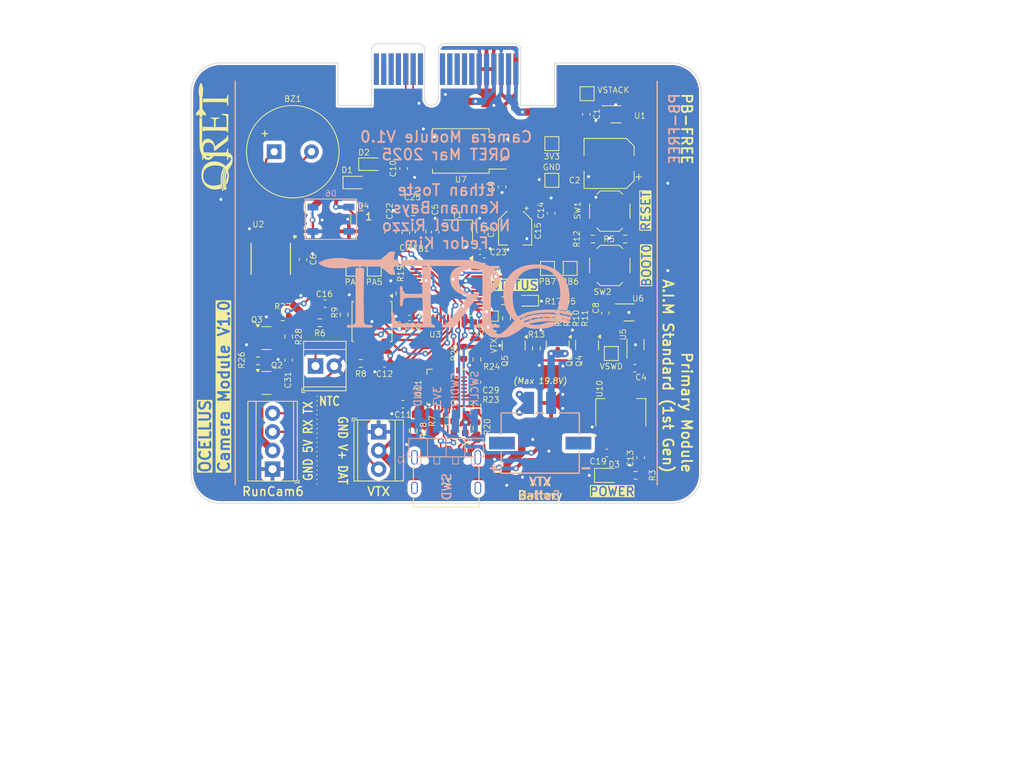
<source format=kicad_pcb>
(kicad_pcb (version 20240108) (generator "pcbnew") (generator_version "8.0")
  (layers (0 "F.Cu" signal) (31 "B.Cu" signal) (34 "B.Paste" user) (35 "F.Paste" user) (36 "B.SilkS" user "B.Silkscreen") (37 "F.SilkS" user "F.Silkscreen") (38 "B.Mask" user) (39 "F.Mask" user) (44 "Edge.Cuts" user))
  (net 0 "")
  (net 1 "Net-(BZ1--)")
  (net 2 "Net-(BZ1-+)")
  (net 3 "V_PSU")
  (net 4 "GND")
  (net 5 "+3.3V")
  (net 6 "OSC_IN")
  (net 7 "V_REGUSB")
  (net 8 "OSC_OUT")
  (net 9 "+3.3VA")
  (net 10 "V_SWD")
  (net 11 "VTX_V+")
  (net 12 "+5V")
  (net 13 "5V_USB")
  (net 14 "STM_RESET")
  (net 15 "Net-(U11-VBUS)")
  (net 16 "CAM_5V")
  (net 17 "+BATT")
  (net 18 "Net-(D3-A)")
  (net 19 "Net-(D4-DOUT)")
  (net 20 "RGB_DATA")
  (net 21 "Net-(D5-A)")
  (net 36 "SWDIO")
  (net 37 "SWCLK")
  (net 38 "Net-(J3-CC1)")
  (net 39 "USB_D+")
  (net 40 "USB_D-")
  (net 42 "Net-(J3-CC2)")
  (net 45 "Net-(D1-K)")
  (net 46 "CAM_TX")
  (net 47 "CAM_RX")
  (net 48 "Net-(J7-Pad2)")
  (net 49 "Net-(Q2-G)")
  (net 50 "Net-(Q3-G)")
  (net 51 "Net-(Q6-D)")
  (net 52 "BOOT0")
  (net 53 "RESET_FL")
  (net 54 "Net-(U8-IO2)")
  (net 55 "DB_LED")
  (net 56 "BOOT1")
  (net 57 "Net-(U11-~{RST})")
  (net 58 "CAM_PWR")
  (net 59 "VTX_BATT")
  (net 60 "Net-(U3-PA4)")
  (net 61 "Net-(U3-PA5)")
  (net 62 "Net-(U3-PB6)")
  (net 64 "Net-(U3-PB7)")
  (net 66 "VTX_BATT_SENSE")
  (net 70 "USB_TX")
  (net 71 "USB_RX")
  (net 72 "CS_FL")
  (net 73 "SCK_FL")
  (net 74 "MISO_FL")
  (net 75 "MOSI_FL")
  (net 76 "CAN_RX")
  (net 77 "CAN_TX")
  (net 99 "CAN_L")
  (net 100 "CAN_H")
  (net 101 "BUZZER_B")
  (net 112 "V_THERM")
  (net 113 "VTX_DATA")
  (net 114 "Net-(Q4-D)")
  (net 115 "Net-(Q4-G)")
  (net 117 "VTX_PWR")
  (net 120 "BUZZER_A")
  (footprint "Resistor_SMD:R_0603_1608Metric" (layer "F.Cu") (at 129.93125 82.9 -90)
    (property "Reference" "R15")
    (property "Value" "20k")
  )
  (footprint "footprints:CONN_2-1445057-2_TYCO" (layer "F.Cu") (at 136.007 94.4249 180)
    (property "Reference" "J7" (hide yes))
    (property "Value" "VTX_BATT_IN")
  )
  (footprint "Resistor_SMD:R_0603_1608Metric" (layer "F.Cu") (at 147.5 104.3)
    (property "Reference" "R3")
    (property "Value" "3.3k")
  )
  (footprint "Capacitor_SMD:C_0402_1005Metric" (layer "F.Cu") (at 116.7 82.85 180)
    (property "Reference" "C26")
    (property "Value" "100n")
  )
  (footprint "Package_QFP:LQFP-48_7x7mm_P0.5mm" (layer "F.Cu") (at 121.7 78.95 -90)
    (property "Reference" "U3")
    (property "Value" "STM32F103CBT6")
  )
  (footprint "Button_Switch_SMD:SW_Push_1P1T_XKB_TS-1187A" (layer "F.Cu") (at 144 68.3)
    (property "Reference" "SW1")
    (property "Value" "SW_STM_RESET")
  )
  (footprint "LED_SMD:LED_WS2812B_PLCC4_5.0x5.0mm_P3.2mm" (layer "F.Cu") (at 106 69.4)
    (property "Reference" "D4")
    (property "Value" "WS2812B")
  )
  (footprint "Resistor_SMD:R_0603_1608Metric" (layer "F.Cu") (at 129.4875 80.5 180)
    (property "Reference" "R17")
    (property "Value" "680R")
  )
  (footprint "TestPoint:TestPoint_Pad_1.5x1.5mm" (layer "F.Cu") (at 111.9 76.2)
    (property "Reference" "TP11" (hide yes))
    (property "Value" "PA5")
  )
  (footprint "Capacitor_SMD:C_0603_1608Metric" (layer "F.Cu") (at 125.9 91.6 -90)
    (property "Reference" "C29")
    (property "Value" "1uF")
  )
  (footprint "Resistor_SMD:R_0603_1608Metric" (layer "F.Cu") (at 121.85 96.9 180)
    (property "Reference" "R7")
    (property "Value" "1.5k")
  )
  (footprint "Capacitor_SMD:C_0603_1608Metric" (layer "F.Cu") (at 126.4 71.151042 -90)
    (property "Reference" "C3")
    (property "Value" "10p")
  )
  (footprint "Package_DFN_QFN:QFN-28-1EP_5x5mm_P0.5mm_EP3.35x3.35mm" (layer "F.Cu") (at 121.7 92.45 90)
    (property "Reference" "U11")
    (property "Value" "CP2102N-Axx-xQFN28")
  )
  (footprint "Capacitor_SMD:C_0603_1608Metric" (layer "F.Cu") (at 100.2375 88.6 90)
    (property "Reference" "C31")
    (property "Value" "10uF")
  )
  (footprint "Resistor_SMD:R_0603_1608Metric_Pad0.98x0.95mm_HandSolder" (layer "F.Cu") (at 104.5 83.5 180)
    (property "Reference" "R6")
    (property "Value" "10k")
  )
  (footprint "Resistor_SMD:R_0603_1608Metric" (layer "F.Cu") (at 125.9 88.5 90)
    (property "Reference" "R24")
    (property "Value" "47k")
  )
  (footprint "Capacitor_SMD:C_0603_1608Metric" (layer "F.Cu") (at 113.3 89.05 180)
    (property "Reference" "C12")
    (property "Value" "100nF")
  )
  (footprint "TestPoint:TestPoint_Pad_1.5x1.5mm" (layer "F.Cu") (at 136.1 59.1)
    (property "Reference" "TP7" (hide yes))
    (property "Value" "3V3")
  )
  (footprint "Capacitor_SMD:C_0603_1608Metric" (layer "F.Cu") (at 143.4 82.2 -90)
    (property "Reference" "C8")
    (property "Value" "1uF")
  )
  (footprint "ISO1042:SOIC-8 ISO1042BDWV" (layer "F.Cu") (at 123.7 60.1 180)
    (property "Reference" "U7")
    (property "Value" "ISO1042BDWVR")
  )
  (footprint "TestPoint:TestPoint_Pad_1.5x1.5mm" (layer "F.Cu") (at 136.1 64.1)
    (property "Reference" "TP6" (hide yes))
    (property "Value" "GND")
  )
  (footprint "TestPoint:TestPoint_Pad_1.5x1.5mm" (layer "F.Cu") (at 138.6 76.1)
    (property "Reference" "TP13" (hide yes))
    (property "Value" "PB6")
  )
  (footprint "Connector_PCBEdge:BUS_PCIexpress_x1" (layer "F.Cu") (at 131.2 48.95 180)
    (property "Reference" "J1" (hide yes))
    (property "Value" "Stack Male Edge Connector")
    (fp_line (start 19.65 2.95) (end 19.15 3.45) (stroke (width 0.1)) (layer "Edge.Cuts"))
    (fp_line (start 19.65 -4.95) (end 19.65 2.95) (stroke (width 0.1)) (layer "Edge.Cuts"))
    (fp_line (start 12.95 3.45) (end 19.15 3.45) (stroke (width 0.1)) (layer "Edge.Cuts"))
    (fp_line (start 12.45 2.95) (end 12.95 3.45) (stroke (width 0.1)) (layer "Edge.Cuts"))
    (fp_line (start 12.45 -4) (end 12.45 2.95) (stroke (width 0.1)) (layer "Edge.Cuts"))
    (fp_line (start 10.55 2.95) (end 10.05 3.45) (stroke (width 0.1)) (layer "Edge.Cuts"))
    (fp_line (start 10.55 -4) (end 10.55 2.95) (stroke (width 0.1)) (layer "Edge.Cuts"))
    (fp_line (start -0.15 3.45) (end 10.05 3.45) (stroke (width 0.1)) (layer "Edge.Cuts"))
    (fp_line (start -0.65 2.95) (end -0.15 3.45) (stroke (width 0.1)) (layer "Edge.Cuts"))
    (fp_line (start -0.65 -4.95) (end -0.65 2.95) (stroke (width 0.1)) (layer "Edge.Cuts"))
    (fp_arc (start 10.55 -4) (mid 11.5 -4.95) (end 12.45 -4) (stroke (width 0.1)) (layer "Edge.Cuts"))
  )
  (footprint "TestPoint:TestPoint_Pad_1.5x1.5mm" (layer "F.Cu") (at 144.2 87.7)
    (property "Reference" "TP3" (hide yes))
    (property "Value" "VSWD")
  )
  (footprint "Resistor_SMD:R_0603_1608Metric" (layer "F.Cu") (at 100.2375 85.4 -90)
    (property "Reference" "R28")
    (property "Value" "510")
  )
  (footprint "footprints:SOP-8_TPK" (layer "F.Cu") (at 97.8 74.8 -90)
    (property "Reference" "U2")
    (property "Value" "TPM8837C-SO1R")
  )
  (footprint "Package_TO_SOT_SMD:SOT-23" (layer "F.Cu") (at 97.2 85.6)
    (property "Reference" "Q3")
    (property "Value" "AO3400A")
  )
  (footprint "Resistor_SMD:R_0603_1608Metric" (layer "F.Cu") (at 135.53125 82.9 -90)
    (property "Reference" "R11")
    (property "Value" "510")
  )
  (footprint "TestPoint:TestPoint_Pad_1.5x1.5mm" (layer "F.Cu") (at 109 76.2)
    (property "Reference" "TP10" (hide yes))
    (property "Value" "PA4")
  )
  (footprint "Package_SO:SOIC-8_5.23x5.23mm_P1.27mm" (layer "F.Cu") (at 111.595 83.35 -90)
    (property "Reference" "U8")
    (property "Value" "W25Q128JVS")
  )
  (footprint "Resistor_SMD:R_0603_1608Metric" (layer "F.Cu") (at 131.73125 82.9 90)
    (property "Reference" "R14")
    (property "Value" "100k")
  )
  (footprint "Capacitor_SMD:CP_Elec_4x5.4" (layer "F.Cu") (at 131.1 70.65 -90)
    (property "Reference" "C15")
    (property "Value" "10uF")
  )
  (footprint "Capacitor_SMD:C_0603_1608Metric" (layer "F.Cu") (at 148.2 101.9 -90)
    (property "Reference" "C13")
    (property "Value" "10uF")
  )
  (footprint "Resistor_SMD:R_0603_1608Metric" (layer "F.Cu") (at 133.73125 82.9 -90)
    (property "Reference" "R10")
    (property "Value" "100k")
  )
  (footprint "Capacitor_SMD:C_0402_1005Metric" (layer "F.Cu") (at 126.3 73.85)
    (property "Reference" "C23")
    (property "Value" "100n")
  )
  (footprint "LMR66100:SC-70-6_Handsoldering" (layer "F.Cu") (at 146.6 82.1)
    (property "Reference" "U6")
    (property "Value" "LM66100DCKR")
  )
  (footprint "LMR66100:SC-70-6_Handsoldering" (layer "F.Cu") (at 144.8 55.1)
    (property "Reference" "U1")
    (property "Value" "LM66100DCKR")
  )
  (footprint "Resistor_SMD:R_0603_1608Metric" (layer "F.Cu") (at 146.1 72.1)
    (property "Reference" "R12")
    (property "Value" "10k")
  )
  (footprint "Capacitor_SMD:C_0603_1608Metric" (layer "F.Cu") (at 129.313251 64.989787 90)
    (property "Reference" "C9")
    (property "Value" "0.1u")
  )
  (footprint "Capacitor_SMD:C_0805_2012Metric" (layer "F.Cu") (at 114.1 71.075 90)
    (property "Reference" "C22")
    (property "Value" "1uF")
  )
  (footprint "LMR66100:SC-70-6_Handsoldering" (layer "F.Cu") (at 147.5 86.5 90)
    (property "Reference" "U5")
    (property "Value" "LM66100DCKR")
  )
  (footprint "Resistor_SMD:R_0603_1608Metric" (layer "F.Cu") (at 125.9 94.8 -90)
    (property "Reference" "R23")
    (property "Value" "22k")
  )
  (footprint "Capacitor_SMD:C_0603_1608Metric" (layer "F.Cu") (at 120.2 71.151042 90)
    (property "Reference" "C5")
    (property "Value" "10p")
  )
  (footprint "Resistor_SMD:R_0603_1608Metric" (layer "F.Cu") (at 96.0375 88.7)
    (property "Reference" "R26")
    (property "Value" "100k")
  )
  (footprint "Capacitor_SMD:C_0603_1608Metric" (layer "F.Cu") (at 140.8 55.1 -90)
    (property "Reference" "C1")
    (property "Value" "1uF")
  )
  (footprint "footprints:USB_C_DB-108PWB" (layer "F.Cu") (at 121.7 103.77)
    (property "Reference" "J3")
    (property "Value" "USB_C_Female_USB2_Small")
  )
  (footprint "Capacitor_SMD:C_0603_1608Metric" (layer "F.Cu") (at 105.2 80.9 180)
    (property "Reference" "C16")
    (property "Value" "100nF")
  )
  (footprint "Package_TO_SOT_SMD:SOT-23" (layer "F.Cu") (at 130.9 86.6 -90)
    (property "Reference" "Q5")
    (property "Value" "AO3401A")
  )
  (footprint "Resistor_SMD:R_0603_1608Metric" (layer "F.Cu") (at 99.4375 82.7 180)
    (property "Reference" "R27")
    (property "Value" "100k")
  )
  (footprint "footprints:Buzzer_12.6x9.5RM5.0" (layer "F.Cu") (at 97 60.2)
    (property "Reference" "BZ1")
    (property "Value" "PS1240P02BT")
  )
  (footprint "Crystal:Crystal_SMD_3225-4Pin_3.2x2.5mm" (layer "F.Cu") (at 123.3 71.151042 180)
    (property "Reference" "Y1")
    (property "Value" "X322516MMB4SI")
  )
  (footprint "Resistor_SMD:R_0603_1608Metric" (layer "F.Cu") (at 115.4 79.5 -90)
    (property "Reference" "R19")
    (property "Value" "100k")
  )
  (footprint "Package_TO_SOT_SMD:SOT-223-3_TabPin2" (layer "F.Cu") (at 145.5 95.75 90)
    (property "Reference" "U10")
    (property "Value" "AMS1117-3.3")
  )
  (footprint "Resistor_SMD:R_0805_2012Metric" (layer "F.Cu") (at 118.2 71.075 90)
    (property "Reference" "FB1")
    (property "Value" "100R")
  )
  (footprint "Button_Switch_SMD:SW_Push_1P1T_XKB_TS-1187A" (layer "F.Cu") (at 144 75.7)
    (property "Reference" "SW2")
    (property "Value" "SW_STM_BOOT_MODE")
  )
  (footprint "TestPoint:TestPoint_Pad_1.5x1.5mm" (layer "F.Cu") (at 135.5 76.1)
    (property "Reference" "TP16" (hide yes))
    (property "Value" "PB7")
  )
  (footprint "LED_SMD:LED_0603_1608Metric" (layer "F.Cu") (at 132.7875 80.5 180)
    (property "Reference" "D5")
    (property "Value" "DB_LED (YLW)")
  )
  (footprint "Capacitor_SMD:C_0805_2012Metric" (layer "F.Cu") (at 117.2 68.175 180)
    (property "Reference" "C25")
    (property "Value" "1uF")
  )
  (footprint "Capacitor_SMD:C_0402_1005Metric" (layer "F.Cu") (at 126.9 75.05)
    (property "Reference" "C24")
    (property "Value" "100n")
  )
  (footprint "LED_SMD:LED_0805_2012Metric" (layer "F.Cu") (at 143.6 104.3)
    (property "Reference" "D3")
    (property "Value" "PWR_LED (GRN)")
  )
  (footprint "Capacitor_SMD:CP_Elec_6.3x5.9" (layer "F.Cu") (at 143.9 61.8 180)
    (property "Reference" "C2")
    (property "Value" "100uF")
  )
  (footprint "Resistor_SMD:R_0603_1608Metric" (layer "F.Cu") (at 107.8 82.4 -90)
    (property "Reference" "R9")
    (property "Value" "10k")
  )
  (footprint "Diode_SMD:D_SOD-323" (layer "F.Cu") (at 109.25 64.400001)
    (property "Reference" "D1")
    (property "Value" "1N5819WS")
  )
  (footprint "Resistor_SMD:R_0603_1608Metric" (layer "F.Cu") (at 124.1 87.6 90)
    (property "Reference" "R25")
    (property "Value" "1k")
  )
  (footprint "Capacitor_SMD:C_0603_1608Metric" (layer "F.Cu") (at 115.8 94.6 180)
    (property "Reference" "C11")
    (property "Value" "10uF")
  )
  (footprint "Capacitor_SMD:C_0603_1608Metric" (layer "F.Cu") (at 143.6 101.25 180)
    (property "Reference" "C19")
    (property "Value" "10uF")
  )
  (footprint "Resistor_SMD:R_0603_1608Metric" (layer "F.Cu") (at 134 87 -90)
    (property "Reference" "R13")
    (property "Value" "100k")
  )
  (footprint "Capacitor_SMD:C_0603_1608Metric" (layer "F.Cu") (at 123.525 98.5 180)
    (property "Reference" "C30")
    (property "Value" "10uF")
  )
  (footprint "Resistor_SMD:R_0603_1608Metric" (layer "F.Cu") (at 125.9 97.9 90)
    (property "Reference" "R20")
    (property "Value" "5.1k")
  )
  (footprint "TerminalBlock_TE-Connectivity:TerminalBlock_TE_282834-4_1x04_P2.54mm_Horizontal" (layer "F.Cu") (at 98.05 103.45 90)
    (property "Reference" "J6" (hide yes))
    (property "Value" "RunCam6")
  )
  (footprint "TestPoint:TestPoint_Pad_1.0x1.0mm" (layer "F.Cu") (at 128.1 82.6)
    (property "Reference" "TP2" (hide yes))
    (property "Value" "VTX_VS")
  )
  (footprint "Package_TO_SOT_SMD:SOT-23" (layer "F.Cu") (at 140.899999 86.5625 -90)
    (property "Reference" "Q4")
    (property "Value" "AO3400A")
  )
  (footprint "Resistor_SMD:R_0603_1608Metric" (layer "F.Cu") (at 141.7 72.1 180)
    (property "Reference" "R5")
    (property "Value" "100k")
  )
  (footprint "Capacitor_SMD:C_0402_1005Metric" (layer "F.Cu") (at 126.1 83.35)
    (property "Reference" "C27")
    (property "Value" "100n")
  )
  (footprint "Capacitor_SMD:C_0603_1608Metric" (layer "F.Cu") (at 102.2 74.9 90)
    (property "Reference" "C6")
    (property "Value" "100nF")
  )
  (footprint "Capacitor_SMD:C_0603_1608Metric" (layer "F.Cu") (at 115.9 62.5 90)
    (property "Reference" "C10")
    (property "Value" "0.1u")
  )
  (footprint "Package_TO_SOT_SMD:SOT-23" (layer "F.Cu") (at 136.9 86.6 -90)
    (property "Reference" "Q6")
    (property "Value" "AO3401A")
  )
  (footprint "TerminalBlock_TE-Connectivity:TerminalBlock_TE_282834-3_1x03_P2.54mm_Horizontal" (layer "F.Cu") (at 112.5 98.37 -90)
    (property "Reference" "J5" (hide yes))
    (property "Value" "VTX")
  )
  (footprint "Diode_SMD:D_SOD-323" (layer "F.Cu") (at 111.4 61.9)
    (property "Reference" "D2")
    (property "Value" "1N5819WS")
  )
  (footprint "TestPoint:TestPoint_Pad_1.5x1.5mm" (layer "F.Cu") (at 140.9 52.3)
    (property "Reference" "TP1" (hide yes))
    (property "Value" "VSTACK")
  )
  (footprint "Capacitor_SMD:C_0603_1608Metric" (layer "F.Cu") (at 116.2 71.25 90)
    (property "Reference" "C7")
    (property "Value" "10n")
  )
  (footprint "Resistor_SMD:R_0603_1608Metric" (layer "F.Cu") (at 117.2 98.2 -90)
    (property "Reference" "R18")
    (property "Value" "5.1k")
  )
  (footprint "Capacitor_SMD:C_0603_1608Metric" (layer "F.Cu") (at 147.4 89.7)
    (property "Reference" "C4")
    (property "Value" "1uF")
  )
  (footprint "Resistor_SMD:R_0603_1608Metric" (layer "F.Cu") (at 110.075001 89.05 180)
    (property "Reference" "R8")
    (property "Value" "10k")
  )
  (footprint "Capacitor_SMD:C_0603_1608Metric" (layer "F.Cu") (at 136 68.6 90)
    (property "Reference" "C14")
    (property "Value" "100nF")
  )
  (footprint "TerminalBlock_TE-Connectivity:TerminalBlock_TE_282834-2_1x02_P2.54mm_Horizontal" (layer "F.Cu") (at 103.9 89.4)
    (property "Reference" "J4" (hide yes))
    (property "Value" "Therm_In")
  )
  (footprint "Package_TO_SOT_SMD:SOT-23" (layer "F.Cu") (at 97.2 91.7)
    (property "Reference" "Q2")
    (property "Value" "AO3401A")
  )
  (footprint "LED_SMD:LED_WS2812B_PLCC4_5.0x5.0mm_P3.2mm" (layer "B.Cu") (at 106 69.4 180)
    (property "Reference" "D6")
    (property "Value" "WS2812B")
  )
  (footprint "SWD_Header:SWD_PinHeader_1x04_P2.54mm_Horizontal_SMD" (layer "B.Cu") (at 117.89 96.930001 -90)
    (property "Reference" "J2")
    (property "Value" "SWD_01x04_Pin")
  )
  (footprint "footprints:CONN_2-1445057-2_TYCO" (layer "B.Cu") (at 133.000001 94.4249)
    (property "Reference" "J8" (hide yes))
    (property "Value" "VTX_BATT_SWITCH")
  )
  (gr_line (start 150.45 50.6) (end 150.45 105.6) (stroke (width 0.15)) (layer "B.SilkS"))
  (gr_poly (pts (xy 116.813184 74.905267) (xy 116.382754 74.906415) (xy 116.06024 74.907928) (xy 115.934613 74.908899) (xy 115.830149 74.910054) (xy 115.744921 74.911424) (xy 115.676988 74.913038) (xy 115.62441 74.91493) (xy 115.585257 74.917131) (xy 115.557587 74.91967) (xy 115.547452 74.921077) (xy 115.539464 74.922578) (xy 115.533378 74.924182) (xy 115.528953 74.925891) (xy 115.525945 74.927705) (xy 115.524115 74.929632) (xy 115.521832 74.933763) (xy 115.519743 74.940383) (xy 115.516133 74.961404) (xy 115.513253 74.993307) (xy 115.511063 75.036702) (xy 115.509537 75.092201) (xy 115.508638 75.160414) (xy 115.508591 75.337442) (xy 115.508866 75.404811) (xy 115.509181 75.463902) (xy 115.509582 75.515296) (xy 115.510115 75.559585) (xy 115.510443 75.579245) (xy 115.51082 75.597347) (xy 115.511251 75.613965) (xy 115.511742 75.629171) (xy 115.512297 75.64304) (xy 115.512928 75.655642) (xy 115.51363 75.667053) (xy 115.514414 75.677346) (xy 115.515284 75.686589) (xy 115.516248 75.694863) (xy 115.517309 75.702236) (xy 115.518474 75.708785) (xy 115.519095 75.71177) (xy 115.519746 75.714576) (xy 115.520424 75.717214) (xy 115.521132 75.719689) (xy 115.521871 75.722014) (xy 115.522638 75.724196) (xy 115.523438 75.726242) (xy 115.524269 75.728168) (xy 115.525132 75.729975) (xy 115.526031 75.731677) (xy 115.526961 75.733284) (xy 115.527928 75.7348) (xy 115.528929 75.73624) (xy 115.529965 75.737609) (xy 115.53215 75.740174) (xy 115.534486 75.742574) (xy 115.536979 75.744877) (xy 115.539636 75.747157) (xy 115.54246 75.749487) (xy 115.567078 75.757468) (xy 115.647058 75.763576) (xy 116.143241 75.771185) (xy 119.671371 75.774889) (xy 122.566088 75.778416) (xy 123.448629 75.782031) (xy 123.774882 75.786176) (xy 123.775014 75.786906) (xy 123.77462 75.78776) (xy 123.772307 75.789838) (xy 123.768047 75.792378) (xy 123.761941 75.79535) (xy 123.744596 75.802448) (xy 123.721083 75.810871) (xy 123.692215 75.820353) (xy 123.658796 75.830629) (xy 123.621643 75.841432) (xy 123.581559 75.8525) (xy 123.522077 75.868763) (xy 123.466174 75.884836) (xy 123.41354 75.900865) (xy 123.363854 75.91699) (xy 123.316794 75.933359) (xy 123.272047 75.950106) (xy 123.229294 75.967379) (xy 123.188214 75.98532) (xy 123.148489 76.00407) (xy 123.109802 76.023776) (xy 123.071835 76.044574) (xy 123.03427 76.066614) (xy 122.996786 76.090033) (xy 122.959068 76.114973) (xy 122.920796 76.141583) (xy 122.881649 76.169999) (xy 122.83344 76.207574) (xy 122.786741 76.247223) (xy 122.741616 76.288876) (xy 122.698117 76.332454) (xy 122.656306 76.377884) (xy 122.61624 76.42509) (xy 122.577976 76.474) (xy 122.541572 76.524542) (xy 122.507086 76.576635) (xy 122.474577 76.63021) (xy 122.444102 76.685188) (xy 122.415718 76.7415) (xy 122.389484 76.799066) (xy 122.365459 76.857817) (xy 122.343699 76.917673) (xy 122.324262 76.978566) (xy 122.298364 77.071547) (xy 122.276756 77.164683) (xy 122.259434 77.257861) (xy 122.246387 77.350969) (xy 122.237602 77.443891) (xy 122.233079 77.536522) (xy 122.232804 77.628748) (xy 122.236772 77.720458) (xy 122.244972 77.811538) (xy 122.2574 77.901879) (xy 122.274041 77.991369) (xy 122.294892 78.079893) (xy 122.319944 78.167344) (xy 122.349186 78.253609) (xy 122.382613 78.338576) (xy 122.420216 78.422131) (xy 122.475341 78.529548) (xy 122.535847 78.633695) (xy 122.601591 78.734441) (xy 122.67243 78.831665) (xy 122.748222 78.925231) (xy 122.828823 79.015013) (xy 122.914094 79.100889) (xy 123.003887 79.182721) (xy 123.098064 79.260389) (xy 123.196479 79.333761) (xy 123.298993 79.402709) (xy 123.405459 79.467105) (xy 123.515738 79.526822) (xy 123.629685 79.58173) (xy 123.747159 79.631702) (xy 123.868018 79.676609) (xy 123.937028 79.698932) (xy 124.028529 79.72633) (xy 124.246195 79.78756) (xy 124.455391 79.842702) (xy 124.53631 79.862494) (xy 124.590505 79.874167) (xy 124.595989 79.875007) (xy 124.601317 79.875938) (xy 124.606458 79.876948) (xy 124.611385 79.878025) (xy 124.616073 79.87916) (xy 124.620494 79.880343) (xy 124.624622 79.881563) (xy 124.628427 79.88281) (xy 124.631889 79.884073) (xy 124.634974 79.885342) (xy 124.637658 79.886608) (xy 124.638843 79.887237) (xy 124.639915 79.887858) (xy 124.640876 79.888474) (xy 124.641719 79.889085) (xy 124.642441 79.889684) (xy 124.643038 79.890275) (xy 124.643511 79.890855) (xy 124.64385 79.891421) (xy 124.644056 79.891973) (xy 124.644128 79.89251) (xy 124.637629 79.907814) (xy 124.615157 79.942979) (xy 124.504428 80.097299) (xy 124.276223 80.404281) (xy 123.894828 80.912743) (xy 123.156508 81.894017) (xy 122.653402 82.55898) (xy 122.333918 82.975503) (xy 122.226911 83.111804) (xy 122.146462 83.211442) (xy 122.074285 83.298956) (xy 122.009068 83.376686) (xy 121.949954 83.445232) (xy 121.8961 83.505197) (xy 121.846649 83.557184) (xy 121.800758 83.601796) (xy 121.778879 83.621522) (xy 121.757573 83.639629) (xy 121.736732 83.656195) (xy 121.716248 83.671289) (xy 121.696017 83.684993) (xy 121.675932 83.697378) (xy 121.655885 83.708518) (xy 121.635772 83.718493) (xy 121.615487 83.727376) (xy 121.594924 83.735239) (xy 121.573976 83.742163) (xy 121.552536 83.748218) (xy 121.530499 83.753481) (xy 121.50776 83.758029) (xy 121.459742 83.765274) (xy 121.407636 83.770556) (xy 121.350594 83.774477) (xy 121.281207 83.778983) (xy 121.253161 83.7815) (xy 121.229149 83.784597) (xy 121.218565 83.78646) (xy 121.208877 83.788579) (xy 121.200048 83.790998) (xy 121.192043 83.793751) (xy 121.184822 83.796877) (xy 121.17835 83.800413) (xy 121.172589 83.804401) (xy 121.167502 83.808872) (xy 121.163053 83.813873) (xy 121.1592 83.819433) (xy 121.155912 83.825594) (xy 121.153149 83.832398) (xy 121.150874 83.839876) (xy 121.149048 83.848068) (xy 121.147636 83.857014) (xy 121.1466 83.866751) (xy 121.145511 83.88875) (xy 121.145477 83.914368) (xy 121.147393 83.977676) (xy 121.148518 84.009066) (xy 121.149919 84.036696) (xy 121.151797 84.06078) (xy 121.154361 84.081525) (xy 121.155964 84.090715) (xy 121.157819 84.099149) (xy 121.159946 84.106851) (xy 121.162377 84.113855) (xy 121.165131 84.120181) (xy 121.168241 84.125859) (xy 121.171727 84.130913) (xy 121.175615 84.13537) (xy 121.179937 84.139257) (xy 121.184713 84.142597) (xy 121.18997 84.145422) (xy 121.195735 84.147755) (xy 121.202034 84.149622) (xy 121.208892 84.151052) (xy 121.216332 84.152069) (xy 121.224388 84.152699) (xy 121.233078 84.152971) (xy 121.242431 84.152906) (xy 121.263227 84.15189) (xy 121.286982 84.149852) (xy 121.313904 84.147011) (xy 121.415595 84.140775) (xy 121.568104 84.136824) (xy 121.753716 84.135054) (xy 121.954727 84.135369) (xy 122.153421 84.137667) (xy 122.332088 84.141852) (xy 122.473019 84.14782) (xy 122.558506 84.155477) (xy 122.596551 84.161486) (xy 122.612674 84.163825) (xy 122.627141 84.165709) (xy 122.640162 84.167128) (xy 122.651944 84.168079) (xy 122.662696 84.16855) (xy 122.67263 84.168529) (xy 122.681948 84.168016) (xy 122.690865 84.166997) (xy 122.699587 84.165466) (xy 122.708324 84.163415) (xy 122.717285 84.160832) (xy 122.726677 84.157715) (xy 122.736712 84.154051) (xy 122.747594 84.149831) (xy 122.762378 84.143847) (xy 122.777094 84.137006) (xy 122.791739 84.129313) (xy 122.80631 84.120773) (xy 122.820807 84.11139) (xy 122.83523 84.101167) (xy 122.849574 84.090109) (xy 122.863835 84.078221) (xy 122.878014 84.065503) (xy 122.89211 84.051967) (xy 122.906118 84.037609) (xy 122.920036 84.022436) (xy 122.933865 84.006455) (xy 122.9476 83.989665) (xy 122.961239 83.972076) (xy 122.974782 83.95369) (xy 123.513829 83.225556) (xy 123.942453 82.645942) (xy 124.288527 82.174276) (xy 124.65568 81.679704) (xy 124.833931 81.446086) (xy 125.013839 81.214899) (xy 125.199301 80.981132) (xy 125.394223 80.739771) (xy 125.828049 80.214244) (xy 125.949176 80.068937) (xy 125.997761 80.010197) (xy 126.039033 79.959561) (xy 126.073501 79.916142) (xy 126.088341 79.896863) (xy 126.10167 79.87906) (xy 126.113551 79.862616) (xy 126.124047 79.847427) (xy 126.133222 79.833381) (xy 126.141139 79.820367) (xy 126.147864 79.808274) (xy 126.153453 79.796995) (xy 126.157976 79.786414) (xy 126.161494 79.776428) (xy 126.164069 79.766918) (xy 126.165767 79.757782) (xy 126.166652 79.748905) (xy 126.166783 79.740176) (xy 126.166224 79.731489) (xy 126.165044 79.722727) (xy 126.1633 79.713787) (xy 126.161058 79.704554) (xy 126.155331 79.684773) (xy 126.148371 79.662498) (xy 126.145785 79.653962) (xy 126.143294 79.646307) (xy 126.140852 79.639493) (xy 126.138427 79.633484) (xy 126.137209 79.630766) (xy 126.135978 79.628233) (xy 126.134732 79.625883) (xy 126.133464 79.623705) (xy 126.13217 79.621697) (xy 126.130847 79.619853) (xy 126.129488 79.618169) (xy 126.128087 79.616639) (xy 126.126639 79.615256) (xy 126.125146 79.61402) (xy 126.123594 79.612919) (xy 126.121982 79.611952) (xy 126.120305 79.611115) (xy 126.118558 79.6104) (xy 126.116737 79.609803) (xy 126.114837 79.609319) (xy 126.112848 79.608942) (xy 126.110773 79.608665) (xy 126.108602 79.608488) (xy 126.106333 79.608404) (xy 126.10396 79.608404) (xy 126.101474 79.608489) (xy 126.09616 79.608877) (xy 125.978828 79.617771) (xy 125.846217 79.622349) (xy 125.703552 79.622791) (xy 125.55606 79.619286) (xy 125.408959 79.612006) (xy 125.267487 79.601138) (xy 125.136858 79.586864) (xy 125.022306 79.569367) (xy 124.943504 79.553935) (xy 124.86542 79.535737) (xy 124.78822 79.514852) (xy 124.712059 79.491359) (xy 124.637097 79.465334) (xy 124.563492 79.436859) (xy 124.491406 79.40601) (xy 124.420997 79.372868) (xy 124.35242 79.337511) (xy 124.285841 79.300014) (xy 124.221414 79.260459) (xy 124.159299 79.218926) (xy 124.09966 79.175491) (xy 124.042649 79.130229) (xy 123.988431 79.083226) (xy 123.937161 79.034556) (xy 123.892077 78.988489) (xy 123.849393 78.941251) (xy 123.809074 78.892765) (xy 123.77107 78.842953) (xy 123.735339 78.791734) (xy 123.701838 78.739031) (xy 123.670527 78.684766) (xy 123.641358 78.62886) (xy 123.614288 78.571235) (xy 123.589274 78.511809) (xy 123.566275 78.450508) (xy 123.545246 78.387252) (xy 123.526143 78.321961) (xy 123.508926 78.254557) (xy 123.493546 78.184963) (xy 123.479961 78.113098) (xy 123.467019 78.028845) (xy 123.457276 77.945967) (xy 123.450714 77.864505) (xy 123.447311 77.784498) (xy 123.447041 77.705984) (xy 123.449883 77.629) (xy 123.455814 77.553585) (xy 123.464815 77.479776) (xy 123.476856 77.407613) (xy 123.491924 77.337132) (xy 123.509992 77.268377) (xy 123.531035 77.201379) (xy 123.555032 77.136181) (xy 123.581963 77.072817) (xy 123.611805 77.01133) (xy 123.644533 76.951756) (xy 123.680124 76.894132) (xy 123.71856 76.838498) (xy 123.759815 76.784892) (xy 123.803869 76.733352) (xy 123.850697 76.683917) (xy 123.900278 76.636624) (xy 123.952587 76.59151) (xy 124.007607 76.548619) (xy 124.06531 76.507983) (xy 124.125677 76.46964) (xy 124.188681 76.433634) (xy 124.254306 76.4) (xy 124.322523 76.368774) (xy 124.393315 76.339999) (xy 124.466657 76.313708) (xy 124.542527 76.289945) (xy 124.603161 76.273099) (xy 124.665845 76.257497) (xy 124.73035 76.243165) (xy 124.796439 76.230124) (xy 124.932458 76.208014) (xy 125.072048 76.191343) (xy 125.213358 76.180294) (xy 125.354535 76.175048) (xy 125.493726 76.175789) (xy 125.562 76.178463) (xy 125.629083 76.1827) (xy 125.698409 76.188355) (xy 125.770797 76.195672) (xy 125.920897 76.214515) (xy 126.071623 76.23769) (xy 126.215225 76.263661) (xy 126.34394 76.290889) (xy 126.400295 76.304492) (xy 126.45002 76.317836) (xy 126.492145 76.330722) (xy 126.525704 76.342964) (xy 126.549724 76.354362) (xy 126.557855 76.35969) (xy 126.563239 76.364734) (xy 126.568479 76.37339) (xy 126.573613 76.386639) (xy 126.583523 76.426733) (xy 126.592906 76.484689) (xy 126.601692 76.560171) (xy 126.609815 76.652854) (xy 126.617214 76.762403) (xy 126.623817 76.888486) (xy 126.629562 77.030778) (xy 126.638756 78.154684) (xy 126.639617 80.1705) (xy 126.633333 82.136575) (xy 126.621092 83.111256) (xy 126.614355 83.180713) (xy 126.606873 83.245973) (xy 126.598696 83.306667) (xy 126.589874 83.362433) (xy 126.580456 83.412906) (xy 126.570492 83.457727) (xy 126.565322 83.477902) (xy 126.560033 83.496526) (xy 126.554633 83.513557) (xy 126.549129 83.528944) (xy 126.544061 83.541354) (xy 126.537897 83.553684) (xy 126.530694 83.565887) (xy 126.522515 83.577915) (xy 126.513416 83.589717) (xy 126.503461 83.60125) (xy 126.49271 83.612464) (xy 126.481218 83.623311) (xy 126.469048 83.633748) (xy 126.456262 83.643721) (xy 126.442914 83.653186) (xy 126.429071 83.662095) (xy 126.414791 83.6704) (xy 126.400131 83.678056) (xy 126.385151 83.685012) (xy 126.369916 83.691221) (xy 126.346597 83.699148) (xy 126.318769 83.707014) (xy 126.251516 83.722309) (xy 126.172024 83.736614) (xy 126.084167 83.74943) (xy 125.99181 83.760262) (xy 125.898825 83.768612) (xy 125.809082 83.773987) (xy 125.726451 83.775888) (xy 125.680075 83.776063) (xy 125.639148 83.776759) (xy 125.603333 83.778224) (xy 125.572288 83.780717) (xy 125.558446 83.782428) (xy 125.545674 83.784494) (xy 125.533922 83.786939) (xy 125.523151 83.789803) (xy 125.513318 83.793115) (xy 125.504384 83.796906) (xy 125.496301 83.801207) (xy 125.48903 83.80605) (xy 125.482529 83.811471) (xy 125.476753 83.817495) (xy 125.471662 83.824159) (xy 125.467215 83.831491) (xy 125.463362 83.839528) (xy 125.46007 83.848296) (xy 125.457291 83.857831) (xy 125.454988 83.868164) (xy 125.453111 83.879321) (xy 125.451626 83.891344) (xy 125.449641 83.918095) (xy 125.4487 83.94867) (xy 125.448462 83.983323) (xy 125.44948 84.051409) (xy 125.451678 84.07897) (xy 125.455827 84.102561) (xy 125.458821 84.11295) (xy 125.462534 84.122447) (xy 125.467042 84.131085) (xy 125.472422 84.138897) (xy 125.478751 84.145913) (xy 125.486105 84.152169) (xy 125.494563 84.157699) (xy 125.5042 84.162532) (xy 125.515093 84.166705) (xy 125.527322 84.170249) (xy 125.556086 84.175586) (xy 125.591109 84.178806) (xy 125.633006 84.180172) (xy 125.682398 84.179951) (xy 125.739894 84.178408) (xy 125.881674 84.17241) (xy 126.395317 84.148422) (xy 126.587227 84.139955) (xy 126.636616 84.183699) (xy 126.643235 84.18986) (xy 126.64988 84.19673) (xy 126.656571 84.20436) (xy 126.663341 84.212802) (xy 126.670207 84.222106) (xy 126.677196 84.232316) (xy 126.684338 84.243488) (xy 126.69165 84.255665) (xy 126.706896 84.283251) (xy 126.723134 84.315463) (xy 126.740564 84.352703) (xy 126.759381 84.395368) (xy 126.77906 84.439229) (xy 126.799003 84.48148) (xy 126.819312 84.522265) (xy 126.840081 84.561724) (xy 126.861413 84.599998) (xy 126.883407 84.637238) (xy 126.906159 84.673577) (xy 126.929775 84.709163) (xy 126.954348 84.744136) (xy 126.979979 84.778641) (xy 127.006768 84.812816) (xy 127.034813 84.846812) (xy 127.064216 84.880764) (xy 127.095071 84.914818) (xy 127.127484 84.949117) (xy 127.161551 84.983799) (xy 127.228732 85.048057) (xy 127.297443 85.108532) (xy 127.367654 85.165204) (xy 127.439341 85.218067) (xy 127.512474 85.267097) (xy 127.587024 85.312288) (xy 127.662969 85.35362) (xy 127.740281 85.391082) (xy 127.818933 85.424656) (xy 127.898896 85.454329) (xy 127.980146 85.480091) (xy 128.062655 85.501919) (xy 128.146395 85.519805) (xy 128.231341 85.533733) (xy 128.317464 85.543689) (xy 128.404738 85.549655) (xy 128.507229 85.551595) (xy 128.646547 85.550339) (xy 128.985588 85.540306) (xy 129.321718 85.523659) (xy 129.457398 85.514138) (xy 129.554795 85.504501) (xy 129.632985 85.493509) (xy 129.718879 85.480069) (xy 129.808545 85.46491) (xy 129.898046 85.448761) (xy 129.983446 85.432346) (xy 130.06081 85.416395) (xy 130.1262 85.40163) (xy 130.175684 85.388789) (xy 130.227948 85.372413) (xy 130.284516 85.351703) (xy 130.345845 85.32643) (xy 130.412398 85.29636) (xy 130.484639 85.261263) (xy 130.563032 85.220912) (xy 130.648042 85.175066) (xy 130.740127 85.123498) (xy 130.916619 85.023107) (xy 131.073083 84.931545) (xy 131.216751 84.84415) (xy 131.354842 84.756257) (xy 131.494589 84.663207) (xy 131.643216 84.560332) (xy 131.807949 84.442975) (xy 131.996017 84.306466) (xy 132.101345 84.229556) (xy 132.145846 84.197356) (xy 132.185392 84.169017) (xy 132.220348 84.144295) (xy 132.251084 84.122962) (xy 132.277961 84.104776) (xy 132.301345 84.089508) (xy 132.321605 84.076921) (xy 132.339108 84.066769) (xy 132.346936 84.062539) (xy 132.354213 84.05883) (xy 132.360984 84.055614) (xy 132.367295 84.052864) (xy 132.373186 84.050546) (xy 132.37871 84.048632) (xy 132.383912 84.047094) (xy 132.388831 84.045901) (xy 132.393522 84.045026) (xy 132.398024 84.044438) (xy 132.402386 84.044104) (xy 132.406649 84.044) (xy 132.41295 84.044295) (xy 132.420669 84.045155) (xy 132.439943 84.048476) (xy 132.463652 84.053748) (xy 132.490963 84.060756) (xy 132.521054 84.069287) (xy 132.553096 84.079124) (xy 132.586263 84.090049) (xy 132.619728 84.101854) (xy 132.722824 84.13624) (xy 132.8349 84.169235) (xy 132.953822 84.200378) (xy 133.077456 84.229208) (xy 133.203671 84.255259) (xy 133.330334 84.278068) (xy 133.455307 84.297173) (xy 133.57646 84.31211) (xy 133.676162 84.318868) (xy 133.813154 84.32331) (xy 133.97604 84.325506) (xy 134.153428 84.325515) (xy 134.333927 84.323411) (xy 134.506142 84.319255) (xy 134.658676 84.313113) (xy 134.780138 84.305053) (xy 134.900917 84.293516) (xy 135.017374 84.280553) (xy 135.129791 84.266094) (xy 135.238441 84.250067) (xy 135.343602 84.232402) (xy 135.445551 84.213031) (xy 135.544563 84.19188) (xy 135.640917 84.168882) (xy 135.734891 84.143968) (xy 135.826759 84.117064) (xy 135.916799 84.0881) (xy 136.005292 84.057009) (xy 136.09251 84.023716) (xy 136.178732 83.988154) (xy 136.264235 83.950256) (xy 136.349295 83.909944) (xy 136.412956 83.877233) (xy 136.482359 83.839544) (xy 136.554503 83.798644) (xy 136.626401 83.756308) (xy 136.695057 83.714304) (xy 136.757479 83.674398) (xy 136.810675 83.638364) (xy 136.832878 83.62235) (xy 136.851651 83.607966) (xy 136.862623 83.599186) (xy 136.872292 83.591311) (xy 136.880707 83.58425) (xy 136.884459 83.580996) (xy 136.887919 83.577913) (xy 136.891093 83.574991) (xy 136.893985 83.572214) (xy 136.896602 83.569575) (xy 136.898953 83.567064) (xy 136.90104 83.564663) (xy 136.902874 83.562369) (xy 136.904458 83.560167) (xy 136.905803 83.558049) (xy 136.906909 83.555998) (xy 136.907785 83.554006) (xy 136.908441 83.552064) (xy 136.90888 83.550158) (xy 136.909109 83.548276) (xy 136.909136 83.546411) (xy 136.908965 83.54455) (xy 136.908603 83.542681) (xy 136.908057 83.540793) (xy 136.907333 83.538873) (xy 136.906439 83.536915) (xy 136.90538 83.534907) (xy 136.904164 83.532831) (xy 136.902794 83.530685) (xy 136.899627 83.526121) (xy 136.892717 83.517352) (xy 136.884626 83.509017) (xy 136.875268 83.501087) (xy 136.86455 83.493534) (xy 136.852385 83.486329) (xy 136.838682 83.479441) (xy 136.823358 83.472841) (xy 136.806317 83.466502) (xy 136.787476 83.460397) (xy 136.766744 83.454491) (xy 136.744031 83.448763) (xy 136.719247 83.443175) (xy 136.663121 83.432322) (xy 136.597648 83.4217) (xy 136.528683 83.411874) (xy 136.456618 83.403556) (xy 136.382093 83.396731) (xy 136.305749 83.391385) (xy 136.150149 83.385063) (xy 135.994929 83.384482) (xy 135.845198 83.389523) (xy 135.77399 83.394117) (xy 135.70607 83.400071) (xy 135.642078 83.407373) (xy 135.58265 83.416008) (xy 135.528428 83.425962) (xy 135.480051 83.437223) (xy 135.455549 83.444047) (xy 135.427177 83.452654) (xy 135.395962 83.462721) (xy 135.362927 83.473912) (xy 135.3291 83.485894) (xy 135.295503 83.49834) (xy 135.263164 83.510921) (xy 135.233104 83.523299) (xy 135.137764 83.56217) (xy 135.044127 83.597862) (xy 134.951846 83.630438) (xy 134.860572 83.659959) (xy 134.769961 83.686483) (xy 134.679663 83.71008) (xy 134.589333 83.730804) (xy 134.498621 83.748724) (xy 134.407185 83.763901) (xy 134.314671 83.776389) (xy 134.220736 83.786261) (xy 134.12503 83.793571) (xy 134.02721 83.798386) (xy 133.926924 83.800765) (xy 133.823826 83.80077) (xy 133.717572 83.798466) (xy 133.657317 83.796568) (xy 133.597209 83.794144) (xy 133.483857 83.788236) (xy 133.390348 83.781796) (xy 133.355046 83.778711) (xy 133.329517 83.775889) (xy 133.305819 83.772055) (xy 133.28102 83.767503) (xy 133.255512 83.762352) (xy 133.229681 83.756706) (xy 133.178605 83.744385) (xy 133.130902 83.73144) (xy 133.109287 83.725008) (xy 133.089683 83.718755) (xy 133.072475 83.71279) (xy 133.058053 83.707228) (xy 133.046807 83.702178) (xy 133.039126 83.697754) (xy 133.03674 83.695809) (xy 133.035394 83.694064) (xy 133.035133 83.69253) (xy 133.036007 83.69122) (xy 133.044754 83.686712) (xy 133.063335 83.679751) (xy 133.125259 83.659781) (xy 133.315054 83.604792) (xy 133.529718 83.547157) (xy 133.622729 83.523879) (xy 133.693582 83.507777) (xy 134.086855 83.435898) (xy 134.487356 83.379078) (xy 134.892914 83.337443) (xy 135.301367 83.311103) (xy 135.710548 83.300175) (xy 136.118291 83.304776) (xy 136.522428 83.325018) (xy 136.920795 83.361022) (xy 137.101386 83.383983) (xy 137.289206 83.412946) (xy 137.478775 83.446773) (xy 137.664627 83.484318) (xy 137.841283 83.524445) (xy 138.003271 83.566009) (xy 138.145118 83.607871) (xy 138.206778 83.628557) (xy 138.26135 83.648889) (xy 138.276043 83.654559) (xy 138.290256 83.659845) (xy 138.303642 83.66464) (xy 138.315855 83.66882) (xy 138.326544 83.672274) (xy 138.335367 83.674883) (xy 138.338968 83.675836) (xy 138.341974 83.676534) (xy 138.344337 83.676965) (xy 138.346015 83.677111) (xy 138.348034 83.676116) (xy 138.350868 83.673204) (xy 138.358761 83.662127) (xy 138.369234 83.644844) (xy 138.381823 83.622319) (xy 138.411501 83.565415) (xy 138.444089 83.499134) (xy 138.475883 83.4312) (xy 138.503178 83.369333) (xy 138.522272 83.321261) (xy 138.527586 83.304809) (xy 138.52946 83.2947) (xy 138.528855 83.286991) (xy 138.52686 83.279662) (xy 138.523211 83.272591) (xy 138.517643 83.265661) (xy 138.509893 83.258761) (xy 138.499696 83.251762) (xy 138.486785 83.244557) (xy 138.4709 83.237021) (xy 138.451772 83.229038) (xy 138.42914 83.220491) (xy 138.372298 83.201234) (xy 138.298261 83.178308) (xy 138.204905 83.150766) (xy 138.041565 83.104312) (xy 137.881099 83.063036) (xy 137.720965 83.026422) (xy 137.558616 82.993958) (xy 137.391503 82.965131) (xy 137.217083 82.93943) (xy 137.032808 82.916343) (xy 136.836129 82.895356) (xy 136.550108 82.870706) (xy 136.264529 82.853326) (xy 135.980055 82.843146) (xy 135.69736 82.840103) (xy 135.417114 82.844116) (xy 135.139982 82.855122) (xy 134.86664 82.873049) (xy 134.597753 82.897825) (xy 134.333992 82.929382) (xy 134.076028 82.967649) (xy 133.824528 83.012553) (xy 133.580166 83.064028) (xy 133.343606 83.122001) (xy 133.115524 83.186403) (xy 132.896585 83.257162) (xy 132.687462 83.334209) (xy 132.654342 83.347774) (xy 132.621205 83.36175) (xy 132.58896 83.375759) (xy 132.558522 83.389421) (xy 132.530792 83.402355) (xy 132.506684 83.41418) (xy 132.487108 83.424519) (xy 132.479304 83.429011) (xy 132.472972 83.43299) (xy 132.460866 83.439883) (xy 132.448875 83.445749) (xy 132.43699 83.45058) (xy 132.425192 83.454374) (xy 132.419324 83.455883) (xy 132.41347 83.45713) (xy 132.407632 83.458114) (xy 132.401809 83.458836) (xy 132.395992 83.459296) (xy 132.390189 83.459491) (xy 132.384393 83.459426) (xy 132.378603 83.459094) (xy 132.372818 83.458499) (xy 132.367036 83.457639) (xy 132.361251 83.456513) (xy 132.355467 83.455121) (xy 132.349679 83.453461) (xy 132.343886 83.451534) (xy 132.338088 83.449342) (xy 132.33228 83.446879) (xy 132.320629 83.441149) (xy 132.308929 83.434339) (xy 132.297153 83.426446) (xy 132.285295 83.417467) (xy 132.245783 83.385011) (xy 132.350205 83.320099) (xy 132.420305 83.278859) (xy 132.495066 83.239403) (xy 132.575979 83.201137) (xy 132.66453 83.163467) (xy 132.762211 83.125795) (xy 132.870508 83.087532) (xy 132.990911 83.048074) (xy 133.124905 83.006831) (xy 133.261406 82.96871) (xy 133.405892 82.933224) (xy 133.71625 82.870396) (xy 134.050814 82.818813) (xy 134.404432 82.778939) (xy 134.771935 82.751235) (xy 135.148176 82.736165) (xy 135.527982 82.73419) (xy 135.906206 82.745778) (xy 136.269997 82.768399) (xy 136.623137 82.798957) (xy 136.963181 82.837059) (xy 137.287683 82.882302) (xy 137.594191 82.934293) (xy 137.880261 82.992633) (xy 138.143444 83.056927) (xy 138.265689 83.091181) (xy 138.381294 83.126779) (xy 138.448207 83.148501) (xy 138.47526 83.156884) (xy 138.498549 83.16351) (xy 138.508899 83.166139) (xy 138.518447 83.168301) (xy 138.527241 83.169984) (xy 138.535332 83.171178) (xy 138.542761 83.171874) (xy 138.549579 83.172061) (xy 138.555832 83.171732) (xy 138.561562 83.170875) (xy 138.566825 83.16948) (xy 138.571667 83.167537) (xy 138.576126 83.165038) (xy 138.580256 83.161972) (xy 138.584103 83.158331) (xy 138.587716 83.1541) (xy 138.591135 83.149275) (xy 138.594417 83.143843) (xy 138.597601 83.137795) (xy 138.600738 83.131123) (xy 138.607056 83.115856) (xy 138.621184 83.07739) (xy 138.627479 83.060773) (xy 138.63556 83.041032) (xy 138.645094 83.018873) (xy 138.655755 82.995015) (xy 138.66721 82.970163) (xy 138.679127 82.945031) (xy 138.691176 82.920328) (xy 138.703028 82.896766) (xy 138.708712 82.885233) (xy 138.714109 82.873956) (xy 138.719199 82.862995) (xy 138.723951 82.852404) (xy 138.728351 82.842244) (xy 138.732373 82.832572) (xy 138.735991 82.823444) (xy 138.739187 82.81492) (xy 138.741936 82.80706) (xy 138.744218 82.799917) (xy 138.746007 82.793553) (xy 138.747281 82.788024) (xy 138.748016 82.783386) (xy 138.748174 82.781419) (xy 138.748192 82.779699) (xy 138.748064 82.778231) (xy 138.747784 82.777023) (xy 138.747356 82.77608) (xy 138.746773 82.775411) (xy 138.740716 82.771684) (xy 138.729228 82.766426) (xy 138.691871 82.751951) (xy 138.638574 82.733241) (xy 138.573205 82.711559) (xy 138.421731 82.664286) (xy 138.343366 82.641211) (xy 138.268404 82.620189) (xy 137.968604 82.546305) (xy 137.639778 82.479695) (xy 137.288496 82.421155) (xy 136.921323 82.37148) (xy 136.544825 82.331463) (xy 136.165563 82.301894) (xy 135.790105 82.283572) (xy 135.425016 82.277288) (xy 135.03094 82.282999) (xy 134.655498 82.30022) (xy 134.47443 82.313186) (xy 134.297619 82.329082) (xy 134.124929 82.347919) (xy 133.956224 82.369717) (xy 133.791377 82.39449) (xy 133.630245 82.422258) (xy 133.472698 82.453034) (xy 133.318603 82.486839) (xy 133.16782 82.523684) (xy 133.020222 82.563591) (xy 132.875669 82.60657) (xy 132.734027 82.652643) (xy 132.60214 82.698963) (xy 132.486157 82.742471) (xy 132.433275 82.763573) (xy 132.383339 82.784456) (xy 132.336006 82.805282) (xy 132.29094 82.82621) (xy 132.247787 82.847403) (xy 132.206212 82.869024) (xy 132.165867 82.891231) (xy 132.12641 82.914182) (xy 132.087502 82.938047) (xy 132.048795 82.962982) (xy 132.009948 82.98915) (xy 131.970615 83.01671) (xy 131.94798 83.032871) (xy 131.927571 83.046972) (xy 131.918139 83.053258) (xy 131.909196 83.059039) (xy 131.900717 83.064319) (xy 131.892674 83.069097) (xy 131.885048 83.073382) (xy 131.877815 83.077174) (xy 131.87095 83.080473) (xy 131.864429 83.083286) (xy 131.858229 83.085617) (xy 131.852326 83.087466) (xy 131.846699 83.088838) (xy 131.841323 83.089737) (xy 131.836174 83.090162) (xy 131.83123 83.090119) (xy 131.826467 83.089614) (xy 131.821857 83.088645) (xy 131.817383 83.087216) (xy 131.813018 83.085333) (xy 131.808739 83.082997) (xy 131.804525 83.080211) (xy 131.800348 83.076978) (xy 131.796188 83.073301) (xy 131.792019 83.069186) (xy 131.787819 83.064633) (xy 131.783567 83.059645) (xy 131.779232 83.054228) (xy 131.774798 83.048381) (xy 131.77024 83.042112) (xy 131.742016 83.002599) (xy 131.87325 82.917933) (xy 131.965357 82.861093) (xy 132.063213 82.805974) (xy 132.16661 82.752644) (xy 132.275351 82.701174) (xy 132.389224 82.651629) (xy 132.508026 82.604078) (xy 132.631554 82.558591) (xy 132.759604 82.515238) (xy 132.891968 82.474079) (xy 133.028447 82.435193) (xy 133.168828 82.398639) (xy 133.312914 82.364491) (xy 133.611373 82.303678) (xy 133.922182 82.2533) (xy 134.056055 82.235652) (xy 134.211572 82.217954) (xy 134.565121 82.184333) (xy 134.937986 82.156264) (xy 135.117646 82.145512) (xy 135.285316 82.137588) (xy 135.563681 82.130533) (xy 135.854082 82.131415) (xy 136.152289 82.13997) (xy 136.454071 82.155934) (xy 136.755189 82.179039) (xy 137.05141 82.209025) (xy 137.338507 82.245626) (xy 137.612238 82.288579) (xy 137.758888 82.315481) (xy 137.910711 82.346654) (xy 138.062566 82.380802) (xy 138.209316 82.416634) (xy 138.345809 82.452868) (xy 138.466907 82.488206) (xy 138.56747 82.521362) (xy 138.608442 82.536718) (xy 138.642348 82.551045) (xy 138.665372 82.561087) (xy 138.68636 82.570067) (xy 138.705429 82.578014) (xy 138.722695 82.584956) (xy 138.738275 82.59092) (xy 138.752285 82.595941) (xy 138.764838 82.600043) (xy 138.770606 82.601759) (xy 138.776052 82.603256) (xy 138.781192 82.604538) (xy 138.786044 82.605607) (xy 138.790616 82.606471) (xy 138.794928 82.60713) (xy 138.798989 82.60759) (xy 138.802815 82.607851) (xy 138.806426 82.607917) (xy 138.809831 82.607797) (xy 138.813046 82.607491) (xy 138.816086 82.607001) (xy 138.818964 82.606331) (xy 138.821693 82.605486) (xy 138.824293 82.604472) (xy 138.826772 82.603289) (xy 138.82915 82.60194) (xy 138.831438 82.600434) (xy 138.836755 82.59431) (xy 138.843541 82.583254) (xy 138.851546 82.567929) (xy 138.860519 82.548994) (xy 138.880378 82.502926) (xy 138.901112 82.450326) (xy 138.920723 82.396468) (xy 138.937206 82.346632) (xy 138.943651 82.324868) (xy 138.948565 82.306087) (xy 138.951695 82.290949) (xy 138.952795 82.280109) (xy 138.951999 82.271735) (xy 138.949553 82.263503) (xy 138.945353 82.255361) (xy 138.939299 82.247258) (xy 138.931296 82.239138) (xy 138.921243 82.230946) (xy 138.909038 82.222633) (xy 138.894587 82.214141) (xy 138.877784 82.205417) (xy 138.858538 82.196409) (xy 138.836741 82.18706) (xy 138.812299 82.177321) (xy 138.755085 82.156445) (xy 138.686094 82.133353) (xy 138.465136 82.067224) (xy 138.212512 82.002254) (xy 137.937167 81.940125) (xy 137.648047 81.882531) (xy 137.354096 81.831151) (xy 137.064265 81.787676) (xy 136.787496 81.753793) (xy 136.532739 81.731187) (xy 136.181534 81.713185) (xy 135.808022 81.706493) (xy 135.421117 81.710651) (xy 135.029728 81.725191) (xy 134.642773 81.749654) (xy 134.269163 81.783577) (xy 133.917811 81.826494) (xy 133.597628 81.877946) (xy 133.382568 81.920523) (xy 133.166997 81.969336) (xy 132.953972 82.023474) (xy 132.746552 82.082028) (xy 132.547798 82.144085) (xy 132.360767 82.208738) (xy 132.18852 82.275081) (xy 132.108896 82.308599) (xy 132.034117 82.342201) (xy 131.978232 82.36938) (xy 131.91512 82.402215) (xy 131.847611 82.439088) (xy 131.778529 82.478374) (xy 131.710703 82.51845) (xy 131.646964 82.557701) (xy 131.590138 82.594506) (xy 131.543048 82.627243) (xy 131.47673 82.675222) (xy 131.401939 82.55951) (xy 131.318568 82.421318) (xy 131.240523 82.274908) (xy 131.167942 82.120889) (xy 131.100952 81.959876) (xy 131.039696 81.792478) (xy 130.984301 81.619314) (xy 130.934908 81.440988) (xy 130.891647 81.258113) (xy 130.854652 81.071302) (xy 130.82406 80.881171) (xy 130.8 80.688324) (xy 130.782616 80.493381) (xy 130.772035 80.296945) (xy 130.768391 80.099635) (xy 130.771823 79.90206) (xy 130.782462 79.704834) (xy 130.797081 79.533679) (xy 130.815544 79.366276) (xy 130.837863 79.202613) (xy 130.864041 79.04267) (xy 130.894089 78.88643) (xy 130.928014 78.733878) (xy 130.965826 78.584997) (xy 131.007534 78.439773) (xy 131.053143 78.298185) (xy 131.102662 78.160218) (xy 131.156099 78.025854) (xy 131.213468 77.895083) (xy 131.27477 77.767883) (xy 131.340015 77.644237) (xy 131.409214 77.52413) (xy 131.482371 77.407544) (xy 131.559039 77.295737) (xy 131.639828 77.188908) (xy 131.724766 77.087033) (xy 131.813873 76.990098) (xy 131.907172 76.89808) (xy 132.004684 76.810967) (xy 132.106433 76.728734) (xy 132.212445 76.651365) (xy 132.322741 76.578842) (xy 132.437339 76.511143) (xy 132.556266 76.448254) (xy 132.679545 76.390155) (xy 132.807199 76.336825) (xy 132.939247 76.288249) (xy 133.075716 76.244405) (xy 133.216627 76.205277) (xy 133.301551 76.184526) (xy 133.385101 76.166516) (xy 133.469213 76.150954) (xy 133.555823 76.137544) (xy 133.646866 76.125984) (xy 133.744274 76.11598) (xy 133.84998 76.107233) (xy 133.965929 76.099444) (xy 134.149514 76.092427) (xy 134.329239 76.093566) (xy 134.50499 76.10282) (xy 134.676643 76.120146) (xy 134.844079 76.145504) (xy 135.007178 76.178843) (xy 135.165821 76.220126) (xy 135.319889 76.269306) (xy 135.46926 76.326342) (xy 135.613813 76.391189) (xy 135.753432 76.463805) (xy 135.887994 76.544143) (xy 136.017379 76.632162) (xy 136.141468 76.727821) (xy 136.260146 76.831074) (xy 136.373283 76.941879) (xy 136.446463 77.02135) (xy 136.516272 77.103707) (xy 136.582743 77.189037) (xy 136.645913 77.277413) (xy 136.70582 77.368915) (xy 136.762494 77.463621) (xy 136.815972 77.561606) (xy 136.866291 77.662955) (xy 136.913482 77.767744) (xy 136.957586 77.876049) (xy 136.998632 77.987952) (xy 137.036659 78.103529) (xy 137.071702 78.222863) (xy 137.103794 78.346026) (xy 137.132973 78.473102) (xy 137.159271 78.604166) (xy 137.179547 78.721094) (xy 137.19698 78.841886) (xy 137.211578 78.966039) (xy 137.223345 79.09305) (xy 137.232283 79.22242) (xy 137.238398 79.353639) (xy 137.242173 79.619638) (xy 137.234704 79.887024) (xy 137.216026 80.151782) (xy 137.20249 80.281917) (xy 137.186165 80.409889) (xy 137.167054 80.535195) (xy 137.14516 80.657333) (xy 137.120711 80.774926) (xy 137.091384 80.90011) (xy 137.058121 81.029625) (xy 137.021866 81.160218) (xy 136.983558 81.288625) (xy 136.944145 81.411594) (xy 136.904564 81.525862) (xy 136.86576 81.628176) (xy 136.836127 81.702968) (xy 136.871406 81.715666) (xy 136.897428 81.723126) (xy 136.935918 81.730637) (xy 136.986251 81.738114) (xy 137.047796 81.745477) (xy 137.11992 81.752641) (xy 137.202002 81.759521) (xy 137.293409 81.76604) (xy 137.393516 81.772111) (xy 137.479068 81.77808) (xy 137.574691 81.787061) (xy 137.675372 81.798353) (xy 137.776105 81.81127) (xy 137.871875 81.825112) (xy 137.957676 81.839182) (xy 138.028491 81.852792) (xy 138.056717 81.859206) (xy 138.079315 81.865243) (xy 138.087707 81.866821) (xy 138.095972 81.866754) (xy 138.104149 81.864983) (xy 138.112278 81.861451) (xy 138.120401 81.856101) (xy 138.128554 81.848874) (xy 138.136776 81.839711) (xy 138.145108 81.828554) (xy 138.153592 81.815349) (xy 138.162261 81.800036) (xy 138.171157 81.782554) (xy 138.18032 81.762851) (xy 138.18979 81.740864) (xy 138.199605 81.716538) (xy 138.209806 81.689813) (xy 138.220427 81.660631) (xy 138.276285 81.492973) (xy 138.324653 81.327676) (xy 138.366105 81.161688) (xy 138.401227 80.991943) (xy 138.430592 80.815384) (xy 138.454785 80.628957) (xy 138.474375 80.429596) (xy 138.489948 80.214244) (xy 138.496428 80.102319) (xy 138.501019 80.00357) (xy 138.503691 79.914778) (xy 138.504414 79.832715) (xy 138.503151 79.754159) (xy 138.499873 79.675883) (xy 138.494542 79.594666) (xy 138.487129 79.507278) (xy 138.468866 79.335889) (xy 138.446276 79.169685) (xy 138.419229 79.008338) (xy 138.387599 78.851507) (xy 138.351257 78.698862) (xy 138.310071 78.550065) (xy 138.263917 78.404782) (xy 138.212667 78.262678) (xy 138.15619 78.123418) (xy 138.094359 77.986666) (xy 138.027047 77.852091) (xy 137.954124 77.719356) (xy 137.875465 77.588125) (xy 137.790938 77.458063) (xy 137.700414 77.328837) (xy 137.603772 77.20011) (xy 137.572763 77.161346) (xy 137.538713 77.120448) (xy 137.46297 77.033776) (xy 137.379488 76.943135) (xy 137.29121 76.851566) (xy 137.20108 76.762116) (xy 137.112045 76.677823) (xy 137.027042 76.601733) (xy 136.986972 76.567714) (xy 136.949017 76.536889) (xy 136.860229 76.468293) (xy 136.769134 76.401736) (xy 136.675914 76.337305) (xy 136.580738 76.275083) (xy 136.483786 76.215161) (xy 136.385231 76.157625) (xy 136.285249 76.102561) (xy 136.184018 76.050054) (xy 136.081711 76.000195) (xy 135.978505 75.953068) (xy 135.874577 75.908762) (xy 135.770099 75.86736) (xy 135.665249 75.828951) (xy 135.560204 75.793625) (xy 135.45514 75.761462) (xy 135.350228 75.732556) (xy 135.157532 75.686829) (xy 134.960407 75.648059) (xy 134.759578 75.616227) (xy 134.555771 75.591312) (xy 134.349717 75.573293) (xy 134.14214 75.562147) (xy 133.933769 75.557856) (xy 133.725333 75.560401) (xy 133.517559 75.569756) (xy 133.311172 75.585902) (xy 133.106903 75.608824) (xy 132.905479 75.638496) (xy 132.707625 75.674898) (xy 132.514069 75.718009) (xy 132.325543 75.767808) (xy 132.142773 75.824278) (xy 131.954899 75.890886) (xy 131.773858 75.963716) (xy 131.599642 76.042766) (xy 131.432232 76.128042) (xy 131.271619 76.219539) (xy 131.117793 76.317271) (xy 130.970736 76.421229) (xy 130.830439 76.531421) (xy 130.696887 76.647847) (xy 130.570071 76.770508) (xy 130.449978 76.899408) (xy 130.336595 77.034548) (xy 130.229906 77.175932) (xy 130.129903 77.323558) (xy 130.036576 77.477432) (xy 129.949904 77.637556) (xy 129.901149 77.736401) (xy 129.855397 77.835648) (xy 129.812609 77.935439) (xy 129.772746 78.035906) (xy 129.735767 78.137194) (xy 129.701635 78.23944) (xy 129.670311 78.342781) (xy 129.641753 78.447356) (xy 129.615927 78.553304) (xy 129.592788 78.660762) (xy 129.572297 78.76987) (xy 129.554419 78.880766) (xy 129.539112 78.993587) (xy 129.526336 79.108475) (xy 129.516056 79.225568) (xy 129.508228 79.345) (xy 129.501824 79.47776) (xy 129.49749 79.594017) (xy 129.495304 79.697771) (xy 129.49535 79.793029) (xy 129.497712 79.883783) (xy 129.502473 79.974046) (xy 129.509713 80.067812) (xy 129.519517 80.169088) (xy 129.533601 80.295705) (xy 129.549447 80.418563) (xy 129.56713 80.537941) (xy 129.58672 80.654114) (xy 129.608297 80.767361) (xy 129.631932 80.877956) (xy 129.657699 80.986181) (xy 129.685673 81.092309) (xy 129.715932 81.196616) (xy 129.748547 81.299384) (xy 129.783592 81.400885) (xy 129.821141 81.501398) (xy 129.861272 81.601202) (xy 129.904056 81.700569) (xy 129.949567 81.799779) (xy 129.997883 81.899111) (xy 130.039473 81.980435) (xy 130.0813 82.058976) (xy 130.123573 82.135025) (xy 130.166488 82.208872) (xy 130.210258 82.280809) (xy 130.255082 82.351125) (xy 130.301168 82.420116) (xy 130.34872 82.488072) (xy 130.397942 82.555285) (xy 130.449037 82.622045) (xy 130.502214 82.688641) (xy 130.557675 82.755368) (xy 130.615623 82.822517) (xy 130.676267 82.89038) (xy 130.739807 82.959248) (xy 130.806449 83.02941) (xy 130.836708 83.060485) (xy 130.863564 83.088241) (xy 130.887192 83.112896) (xy 130.907764 83.13467) (xy 130.925448 83.153781) (xy 130.933264 83.162407) (xy 130.940419 83.17045) (xy 130.946942 83.177937) (xy 130.952849 83.184894) (xy 130.958163 83.19135) (xy 130.962906 83.197334) (xy 130.9671 83.202868) (xy 130.970765 83.207985) (xy 130.973923 83.212709) (xy 130.976596 83.217071) (xy 130.978804 83.221096) (xy 130.98057 83.22481) (xy 130.981916 83.228244) (xy 130.982862 83.23142) (xy 130.983428 83.23437) (xy 130.983637 83.237121) (xy 130.983513 83.239698) (xy 130.983073 83.242131) (xy 130.982339 83.244445) (xy 130.981337 83.246669) (xy 130.980087 83.248829) (xy 130.978604 83.250956) (xy 130.929392 83.307222) (xy 130.887126 83.355134) (xy 130.838906 83.409) (xy 130.693208 83.571807) (xy 130.511528 83.775888) (xy 130.38494 83.916229) (xy 130.258719 84.049842) (xy 130.132163 84.177402) (xy 130.004585 84.299586) (xy 129.875288 84.417076) (xy 129.743575 84.530545) (xy 129.608752 84.640676) (xy 129.470128 84.748143) (xy 129.441019 84.769346) (xy 129.410423 84.790554) (xy 129.345442 84.832634) (xy 129.276526 84.873657) (xy 129.205013 84.912891) (xy 129.132247 84.949614) (xy 129.05956 84.983096) (xy 129.023667 84.998392) (xy 128.988295 85.012606) (xy 128.953617 85.025647) (xy 128.919794 85.037421) (xy 128.79985 85.076935) (xy 128.722238 85.047299) (xy 128.693906 85.035604) (xy 128.665516 85.021673) (xy 128.637038 85.005483) (xy 128.608447 84.987018) (xy 128.579713 84.966253) (xy 128.550813 84.943168) (xy 128.521721 84.917745) (xy 128.492404 84.88996) (xy 128.462841 84.859797) (xy 128.433003 84.827227) (xy 128.402862 84.792236) (xy 128.372393 84.754804) (xy 128.34157 84.714905) (xy 128.310364 84.672523) (xy 128.278746 84.627636) (xy 128.246693 84.580223) (xy 128.215949 84.532864) (xy 128.183832 84.480231) (xy 128.151618 84.424723) (xy 128.120576 84.368732) (xy 128.091982 84.31466) (xy 128.067107 84.264905) (xy 128.04723 84.221863) (xy 128.03956 84.203609) (xy 128.033618 84.187933) (xy 128.020916 84.148423) (xy 128.290439 84.152655) (xy 128.407429 84.155742) (xy 128.526801 84.160417) (xy 128.634529 84.16615) (xy 128.679648 84.169248) (xy 128.716593 84.172411) (xy 128.748679 84.175316) (xy 128.779851 84.177657) (xy 128.80934 84.179407) (xy 128.836363 84.180524) (xy 128.860146 84.180982) (xy 128.879908 84.180746) (xy 128.88804 84.180356) (xy 128.894877 84.179779) (xy 128.900319 84.179016) (xy 128.904272 84.178056) (xy 128.912861 84.175046) (xy 128.920653 84.171238) (xy 128.927688 84.166537) (xy 128.933995 84.160835) (xy 128.939605 84.154036) (xy 128.944554 84.146031) (xy 128.948876 84.136728) (xy 128.952603 84.126022) (xy 128.955767 84.113808) (xy 128.958402 84.099989) (xy 128.96054 84.084463) (xy 128.962217 84.06713) (xy 128.963461 84.047882) (xy 128.964309 84.026628) (xy 128.964951 83.977677) (xy 128.964634 83.913557) (xy 128.963518 83.887702) (xy 128.961113 83.865559) (xy 128.959279 83.855782) (xy 128.956941 83.846816) (xy 128.954039 83.838621) (xy 128.950514 83.831157) (xy 128.946305 83.824382) (xy 128.941348 83.818261) (xy 128.935592 83.812751) (xy 128.928967 83.807814) (xy 128.921416 83.803411) (xy 128.912879 83.799503) (xy 128.903294 83.796045) (xy 128.892603 83.793006) (xy 128.867656 83.788012) (xy 128.837553 83.7842) (xy 128.801812 83.781257) (xy 128.759947 83.778868) (xy 128.655919 83.774478) (xy 128.561097 83.768921) (xy 128.464888 83.760982) (xy 128.370265 83.751061) (xy 128.280208 83.739553) (xy 128.197691 83.726853) (xy 128.125691 83.713357) (xy 128.094566 83.706437) (xy 128.067185 83.699468) (xy 128.043922 83.692498) (xy 128.02515 83.685577) (xy 128.005225 83.675923) (xy 127.986205 83.663904) (xy 127.968095 83.649536) (xy 127.950912 83.632838) (xy 127.934662 83.613824) (xy 127.919359 83.59251) (xy 127.905007 83.568916) (xy 127.891622 83.543058) (xy 127.879213 83.514948) (xy 127.867792 83.484606) (xy 127.857365 83.452048) (xy 127.847944 83.417288) (xy 127.839541 83.38035) (xy 127.832166 83.341245) (xy 127.825829 83.299989) (xy 127.820538 83.256599) (xy 127.807067 82.590576) (xy 127.799547 81.307677) (xy 127.799702 80.055206) (xy 127.80925 79.480467) (xy 127.811524 79.477875) (xy 127.814609 79.474891) (xy 127.818452 79.471547) (xy 127.823007 79.467875) (xy 127.834056 79.459705) (xy 127.84735 79.450656) (xy 127.862497 79.441013) (xy 127.8791 79.431056) (xy 127.896761 79.421065) (xy 127.915084 79.411322) (xy 127.937344 79.398251) (xy 127.964561 79.379519) (xy 127.996145 79.355682) (xy 128.0315 79.327296) (xy 128.11114 79.259096) (xy 128.198717 79.179371) (xy 128.289468 79.092569) (xy 128.378632 79.003134) (xy 128.461447 78.915521) (xy 128.498987 78.873788) (xy 128.533151 78.834177) (xy 128.579699 78.777129) (xy 128.624103 78.71975) (xy 128.666359 78.662051) (xy 128.706473 78.604033) (xy 128.744445 78.545702) (xy 128.780279 78.487061) (xy 128.813975 78.428113) (xy 128.845534 78.368864) (xy 128.87496 78.309317) (xy 128.902258 78.249474) (xy 128.927424 78.189346) (xy 128.950463 78.12893) (xy 128.971378 78.068235) (xy 128.990171 78.007261) (xy 129.006841 77.946015) (xy 129.021394 77.884499) (xy 129.024957 77.863298) (xy 129.028206 77.836345) (xy 129.031092 77.804629) (xy 129.033564 77.76914) (xy 129.035574 77.730875) (xy 129.037071 77.690826) (xy 129.038005 77.649979) (xy 129.038014 77.648844) (xy 128.214239 77.648844) (xy 128.213649 77.677877) (xy 128.211833 77.70636) (xy 128.208722 77.734466) (xy 128.204251 77.762372) (xy 128.198347 77.790253) (xy 128.190947 77.818285) (xy 128.181979 77.846642) (xy 128.171376 77.875504) (xy 128.15907 77.905043) (xy 128.144993 77.935434) (xy 128.129075 77.966856) (xy 128.111249 77.999485) (xy 128.091449 78.033492) (xy 128.069602 78.069053) (xy 128.045644 78.106351) (xy 128.019508 78.145555) (xy 127.998819 78.175814) (xy 127.979559 78.203157) (xy 127.96163 78.22767) (xy 127.944936 78.249448) (xy 127.937025 78.25934) (xy 127.929385 78.26858) (xy 127.922007 78.277182) (xy 127.914878 78.285155) (xy 127.907989 78.292515) (xy 127.901324 78.29927) (xy 127.894873 78.305427) (xy 127.888626 78.311007) (xy 127.882565 78.316017) (xy 127.876686 78.320466) (xy 127.870972 78.324367) (xy 127.865412 78.327732) (xy 127.859995 78.330571) (xy 127.85471 78.332898) (xy 127.849543 78.33472) (xy 127.844483 78.336055) (xy 127.839517 78.336909) (xy 127.834636 78.337293) (xy 127.829825 78.337223) (xy 127.825075 78.336705) (xy 127.820372 78.335755) (xy 127.815703 78.33438) (xy 127.811061 78.332597) (xy 127.806427 78.33041) (xy 127.801942 78.327734) (xy 127.797996 78.324875) (xy 127.794568 78.321653) (xy 127.791633 78.317885) (xy 127.78917 78.313392) (xy 127.787156 78.307986) (xy 127.785566 78.301491) (xy 127.784381 78.293721) (xy 127.783573 78.284496) (xy 127.783126 78.273636) (xy 127.783011 78.260954) (xy 127.78321 78.246271) (xy 127.784453 78.210179) (xy 127.786673 78.163898) (xy 127.789539 78.079366) (xy 127.791613 77.962817) (xy 127.792626 77.829335) (xy 127.792316 77.693999) (xy 127.792823 77.553504) (xy 127.794257 77.406132) (xy 127.796483 77.269344) (xy 127.799372 77.1606) (xy 127.801553 77.117756) (xy 127.803847 77.077674) (xy 127.806242 77.041264) (xy 127.808721 77.009433) (xy 127.811263 76.983095) (xy 127.812556 76.972269) (xy 127.813857 76.963153) (xy 127.815167 76.955868) (xy 127.816485 76.950523) (xy 127.817144 76.948612) (xy 127.817804 76.947233) (xy 127.818464 76.946393) (xy 127.819129 76.946111) (xy 127.821477 76.946355) (xy 127.824274 76.947079) (xy 127.83113 76.949889) (xy 127.839519 76.954398) (xy 127.849267 76.960463) (xy 127.860199 76.967946) (xy 127.872135 76.976695) (xy 127.884903 76.986575) (xy 127.898327 76.99744) (xy 127.912229 77.009149) (xy 127.926434 77.021557) (xy 127.94077 77.034524) (xy 127.955057 77.047907) (xy 127.96912 77.061563) (xy 127.982785 77.07535) (xy 127.995878 77.089124) (xy 128.008216 77.102742) (xy 128.0222 77.119467) (xy 128.036543 77.138242) (xy 128.05111 77.158801) (xy 128.065765 77.180885) (xy 128.080365 77.204223) (xy 128.094786 77.228553) (xy 128.108881 77.253612) (xy 128.122517 77.279131) (xy 128.135558 77.304853) (xy 128.147866 77.330505) (xy 128.159308 77.355828) (xy 128.169745 77.380557) (xy 128.179041 77.404424) (xy 128.187059 77.427169) (xy 128.193662 77.448521) (xy 128.198716 77.468221) (xy 128.201813 77.48345) (xy 128.204712 77.502199) (xy 128.207349 77.523758) (xy 128.209652 77.547421) (xy 128.211559 77.57247) (xy 128.213005 77.598199) (xy 128.213917 77.623893) (xy 128.214239 77.648844) (xy 129.038014 77.648844) (xy 129.038328 77.609335) (xy 129.0375 77.554923) (xy 129.035946 77.507954) (xy 129.033465 77.466606) (xy 129.031817 77.447473) (xy 129.029859 77.429063) (xy 129.027576 77.41115) (xy 129.024932 77.393504) (xy 129.021912 77.375902) (xy 129.018483 77.358113) (xy 129.010315 77.321064) (xy 129.000228 77.280544) (xy 128.982306 77.217554) (xy 128.961828 77.155502) (xy 128.938714 77.094266) (xy 128.912892 77.033732) (xy 128.884283 76.973775) (xy 128.852813 76.914278) (xy 128.818403 76.855118) (xy 128.780977 76.79618) (xy 128.740457 76.737338) (xy 128.69677 76.678479) (xy 128.649838 76.619476) (xy 128.599581 76.560215) (xy 128.545928 76.500574) (xy 128.488802 76.440433) (xy 128.428123 76.37967) (xy 128.363817 76.318167) (xy 128.207183 76.171411) (xy 128.249516 76.155887) (xy 128.254452 76.154038) (xy 128.26021 76.152199) (xy 128.273945 76.14859) (xy 128.290196 76.145147) (xy 128.30843 76.141953) (xy 128.328119 76.139089) (xy 128.348735 76.136641) (xy 128.369746 76.134686) (xy 128.390628 76.133311) (xy 128.510225 76.1259) (xy 128.615037 76.11847) (xy 128.705101 76.111011) (xy 128.780449 76.103501) (xy 128.812612 76.09972) (xy 128.841109 76.095925) (xy 128.865942 76.092106) (xy 128.887119 76.088267) (xy 128.904638 76.0844) (xy 128.918509 76.080505) (xy 128.928735 76.076586) (xy 128.932482 76.074613) (xy 128.935317 76.072633) (xy 128.939139 76.069282) (xy 128.942677 76.065538) (xy 128.945948 76.061341) (xy 128.948966 76.056625) (xy 128.951741 76.051331) (xy 128.95429 76.045397) (xy 128.956632 76.03876) (xy 128.958777 76.031359) (xy 128.96074 76.023129) (xy 128.962532 76.014011) (xy 128.964175 76.003943) (xy 128.965679 75.992862) (xy 128.968327 75.96741) (xy 128.970593 75.937166) (xy 128.972047 75.919332) (xy 128.973218 75.903308) (xy 128.974092 75.888948) (xy 128.97465 75.876114) (xy 128.974879 75.864658) (xy 128.974761 75.854441) (xy 128.974568 75.849755) (xy 128.974279 75.845323) (xy 128.973895 75.841127) (xy 128.973417 75.837154) (xy 128.972837 75.833382) (xy 128.972158 75.829797) (xy 128.971373 75.826377) (xy 128.970483 75.823106) (xy 128.969489 75.819967) (xy 128.968382 75.816943) (xy 128.967165 75.814011) (xy 128.965832 75.81116) (xy 128.964384 75.808366) (xy 128.96282 75.805614) (xy 128.961135 75.80289) (xy 128.959329 75.80017) (xy 128.95534 75.794679) (xy 128.950838 75.789) (xy 128.922616 75.753722) (xy 128.571251 75.756544) (xy 128.412125 75.757777) (xy 128.236993 75.76113) (xy 128.067418 75.766069) (xy 127.924961 75.772066) (xy 127.628628 75.784767) (xy 127.558072 75.749487) (xy 127.518033 75.730285) (xy 127.462116 75.702744) (xy 127.332293 75.63801) (xy 127.127342 75.541422) (xy 126.907395 75.448172) (xy 126.675837 75.359353) (xy 126.436063 75.276062) (xy 126.191458 75.199381) (xy 125.945415 75.130407) (xy 125.701322 75.070231) (xy 125.462573 75.019943) (xy 125.184362 74.972272) (xy 125.01574 74.957685) (xy 124.767248 74.947625) (xy 123.850068 74.936203) (xy 122.071672 74.928221) (xy 120.047609 74.918521) (xy 119.430269 74.913734) (xy 119.201472 74.909878) (xy 118.659429 74.904938) (xy 117.367026 74.904232)) (fill solid) (layer "B.SilkS"))
  (gr_line (start 92.95 50.6) (end 92.95 105.6) (stroke (width 0.15)) (layer "B.SilkS"))
  (gr_poly (pts (xy 118.306828 75.869434) (xy 118.306356 75.869861) (xy 118.305998 75.870614) (xy 118.305615 75.873045) (xy 118.305661 75.876666) (xy 118.306121 75.881405) (xy 118.308216 75.893965) (xy 118.311766 75.910179) (xy 118.316638 75.929502) (xy 118.322703 75.951387) (xy 118.329825 75.97529) (xy 118.337871 76.000667) (xy 118.346434 76.028363) (xy 118.355025 76.057927) (xy 118.36342 76.088451) (xy 118.371385 76.119023) (xy 118.378691 76.148735) (xy 118.385099 76.17668) (xy 118.390386 76.201947) (xy 118.394315 76.223621) (xy 118.401084 76.334725) (xy 118.408251 76.567404) (xy 118.421128 77.263611) (xy 118.442293 78.745101) (xy 118.454994 79.493166) (xy 118.456407 79.535499) (xy 118.202406 79.552431) (xy 118.048569 79.559442) (xy 117.84191 79.564582) (xy 117.345157 79.56919) (xy 116.862157 79.566123) (xy 116.6727 79.561673) (xy 116.54294 79.555256) (xy 116.432353 79.545994) (xy 116.326599 79.535412) (xy 116.228117 79.523903) (xy 116.13936 79.511863) (xy 116.062774 79.499691) (xy 116.02981 79.493681) (xy 116.000806 79.487787) (xy 115.976069 79.482055) (xy 115.955906 79.476542) (xy 115.940619 79.471292) (xy 115.930516 79.466354) (xy 115.926983 79.463779) (xy 115.923285 79.460841) (xy 115.919454 79.457565) (xy 115.915523 79.453987) (xy 115.911527 79.450135) (xy 115.907497 79.44604) (xy 115.903468 79.441735) (xy 115.899472 79.437251) (xy 115.895542 79.432616) (xy 115.891711 79.427867) (xy 115.888011 79.423027) (xy 115.884479 79.418135) (xy 115.881143 79.413216) (xy 115.878038 79.408303) (xy 115.875202 79.403429) (xy 115.872661 79.398621) (xy 115.864811 79.381798) (xy 115.857158 79.362143) (xy 115.849735 79.339823) (xy 115.842565 79.315014) (xy 115.82913 79.258625) (xy 115.817098 79.194362) (xy 115.806722 79.12362) (xy 115.798248 79.047783) (xy 115.791921 78.968244) (xy 115.787994 78.886388) (xy 115.783518 78.766398) (xy 115.780999 78.717989) (xy 115.777854 78.676574) (xy 115.775939 78.658319) (xy 115.773745 78.641606) (xy 115.771229 78.626372) (xy 115.76835 78.612544) (xy 115.765063 78.600056) (xy 115.761334 78.58884) (xy 115.757113 78.578826) (xy 115.752362 78.569945) (xy 115.747044 78.562133) (xy 115.741114 78.555319) (xy 115.734529 78.549436) (xy 115.72725 78.544413) (xy 115.719237 78.540188) (xy 115.710444 78.536684) (xy 115.700834 78.53384) (xy 115.690363 78.531584) (xy 115.678992 78.529847) (xy 115.666676 78.528565) (xy 115.639056 78.527083) (xy 115.607168 78.526598) (xy 115.570682 78.526556) (xy 115.548596 78.526594) (xy 115.528795 78.526729) (xy 115.511113 78.526991) (xy 115.495387 78.527416) (xy 115.481459 78.52803) (xy 115.469157 78.528861) (xy 115.463567 78.529371) (xy 115.458325 78.529949) (xy 115.453408 78.530595) (xy 115.448798 78.531316) (xy 115.444474 78.532118) (xy 115.440411 78.533001) (xy 115.436595 78.533969) (xy 115.433003 78.535032) (xy 115.429615 78.536182) (xy 115.426409 78.537435) (xy 115.423365 78.538788) (xy 115.420464 78.540247) (xy 115.417686 78.541814) (xy 115.41501 78.543497) (xy 115.412415 78.545298) (xy 115.40988 78.547217) (xy 115.407384 78.549262) (xy 115.40491 78.551438) (xy 115.399937 78.556188) (xy 115.390588 78.566202) (xy 115.386807 78.571181) (xy 115.3836 78.576495) (xy 115.380947 78.582413) (xy 115.378828 78.589203) (xy 115.377229 78.597129) (xy 115.376126 78.60646) (xy 115.375503 78.617458) (xy 115.375339 78.630396) (xy 115.376324 78.663147) (xy 115.378929 78.706844) (xy 115.383005 78.763623) (xy 115.386907 78.841695) (xy 115.389885 78.921489) (xy 115.391537 78.993609) (xy 115.391743 79.02386) (xy 115.391471 79.048668) (xy 115.392399 79.119311) (xy 115.396762 79.233874) (xy 115.403774 79.376485) (xy 115.41264 79.531267) (xy 115.418726 79.638441) (xy 115.423245 79.72933) (xy 115.426207 79.807219) (xy 115.427632 79.875401) (xy 115.427534 79.937167) (xy 115.425933 79.995808) (xy 115.422845 80.054615) (xy 115.418283 80.116878) (xy 115.414719 80.167688) (xy 115.411468 80.232589) (xy 115.406112 80.393809) (xy 115.402605 80.578838) (xy 115.401348 80.765988) (xy 115.401247 80.941628) (xy 115.401601 81.011663) (xy 115.402649 81.070986) (xy 115.403537 81.096902) (xy 115.404716 81.120463) (xy 115.406232 81.141778) (xy 115.40812 81.160952) (xy 115.410424 81.178099) (xy 115.413184 81.193322) (xy 115.416436 81.206726) (xy 115.420221 81.218426) (xy 115.424585 81.228525) (xy 115.429562 81.237132) (xy 115.435192 81.244355) (xy 115.441518 81.250299) (xy 115.44858 81.255077) (xy 115.456416 81.258793) (xy 115.465066 81.261555) (xy 115.474572 81.263471) (xy 115.484974 81.264649) (xy 115.49631 81.265199) (xy 115.508621 81.265224) (xy 115.521948 81.264835) (xy 115.586206 81.261291) (xy 115.602115 81.260444) (xy 115.617053 81.259499) (xy 115.631035 81.258451) (xy 115.644082 81.257298) (xy 115.656211 81.256035) (xy 115.66744 81.254666) (xy 115.677789 81.253183) (xy 115.687276 81.251587) (xy 115.695919 81.249875) (xy 115.703737 81.248045) (xy 115.710749 81.246098) (xy 115.716975 81.244023) (xy 115.722431 81.24183) (xy 115.727137 81.239506) (xy 115.729213 81.238299) (xy 115.731112 81.237056) (xy 115.732829 81.235785) (xy 115.734371 81.234477) (xy 115.738245 81.229617) (xy 115.74196 81.223359) (xy 115.745544 81.215509) (xy 115.749036 81.205859) (xy 115.755878 81.180353) (xy 115.76277 81.145223) (xy 115.769995 81.098851) (xy 115.77783 81.03961) (xy 115.796461 80.876054) (xy 115.807794 80.780499) (xy 115.821242 80.684431) (xy 115.83615 80.591174) (xy 115.851849 80.504049) (xy 115.867678 80.426389) (xy 115.88298 80.361507) (xy 115.890226 80.334898) (xy 115.89709 80.312733) (xy 115.903492 80.295423) (xy 115.90935 80.283389) (xy 115.917717 80.271061) (xy 115.927012 80.259455) (xy 115.937329 80.248526) (xy 115.948773 80.238233) (xy 115.961441 80.228536) (xy 115.975428 80.219393) (xy 115.990841 80.210762) (xy 116.007774 80.202604) (xy 116.026328 80.194872) (xy 116.046602 80.187532) (xy 116.068694 80.180539) (xy 116.092707 80.173851) (xy 116.118735 80.167428) (xy 116.14688 80.161228) (xy 116.177239 80.155211) (xy 116.209915 80.149333) (xy 116.320936 80.132159) (xy 116.436092 80.118577) (xy 116.561896 80.10833) (xy 116.704863 80.10118) (xy 116.871512 80.096871) (xy 117.068356 80.09516) (xy 117.578692 80.098535) (xy 117.875601 80.10237) (xy 118.128321 80.106999) (xy 118.310134 80.11163) (xy 118.3661 80.113696) (xy 118.394315 80.115466) (xy 118.460638 80.123933) (xy 118.471927 80.344065) (xy 118.479997 80.911508) (xy 118.481453 81.909692) (xy 118.477088 82.898354) (xy 118.467696 83.437222) (xy 118.456405 83.599499) (xy 117.207573 83.59809) (xy 116.690598 83.597389) (xy 116.282235 83.594606) (xy 116.113121 83.592112) (xy 115.964362 83.588713) (xy 115.833694 83.58428) (xy 115.71885 83.578686) (xy 115.617567 83.5718) (xy 115.527578 83.563499) (xy 115.446619 83.553651) (xy 115.372422 83.54213) (xy 115.302724 83.528804) (xy 115.235257 83.513548) (xy 115.167759 83.496234) (xy 115.097962 83.476731) (xy 115.064892 83.466868) (xy 115.034878 83.45728) (xy 115.007738 83.447817) (xy 114.983286 83.438325) (xy 114.961341 83.42865) (xy 114.95125 83.423696) (xy 114.941717 83.418639) (xy 114.932719 83.413463) (xy 114.924231 83.408144) (xy 114.916232 83.402664) (xy 114.908696 83.397006) (xy 114.901605 83.39115) (xy 114.894933 83.385075) (xy 114.888656 83.378762) (xy 114.882754 83.372196) (xy 114.877203 83.365354) (xy 114.871977 83.358216) (xy 114.867056 83.350767) (xy 114.862415 83.342987) (xy 114.858036 83.334854) (xy 114.853888 83.32635) (xy 114.849958 83.317457) (xy 114.846214 83.308156) (xy 114.839204 83.288248) (xy 114.832671 83.266478) (xy 114.785973 83.095577) (xy 114.728956 82.872953) (xy 114.671938 82.640012) (xy 114.625238 82.438156) (xy 114.61505 82.392852) (xy 114.605585 82.35203) (xy 114.596736 82.315439) (xy 114.588395 82.282822) (xy 114.580463 82.253939) (xy 114.576613 82.240814) (xy 114.572826 82.22853) (xy 114.569089 82.217055) (xy 114.565388 82.206352) (xy 114.561707 82.196397) (xy 114.558035 82.187153) (xy 114.554358 82.178593) (xy 114.550668 82.170683) (xy 114.546945 82.163393) (xy 114.543179 82.15669) (xy 114.539353 82.150545) (xy 114.53546 82.144928) (xy 114.531484 82.139802) (xy 114.52741 82.135141) (xy 114.523225 82.130912) (xy 114.518919 82.127084) (xy 114.51448 82.123623) (xy 114.509889 82.120503) (xy 114.505135 82.117689) (xy 114.500207 82.115152) (xy 114.49509 82.112856) (xy 114.489771 82.110778) (xy 114.47957 82.107554) (xy 114.467158 82.104761) (xy 114.452841 82.102402) (xy 114.43692 82.100481) (xy 114.419703 82.098997) (xy 114.401491 82.097952) (xy 114.382589 82.097352) (xy 114.363301 82.097194) (xy 114.34393 82.097486) (xy 114.324779 82.098222) (xy 114.306154 82.099414) (xy 114.288358 82.101054) (xy 114.271694 82.103149) (xy 114.256467 82.105703) (xy 114.242981 82.108716) (xy 114.23154 82.112188) (xy 114.221299 82.116051) (xy 114.212251 82.120343) (xy 114.204363 82.125227) (xy 114.197606 82.130863) (xy 114.19195 82.137419) (xy 114.189524 82.141092) (xy 114.187362 82.145053) (xy 114.183812 82.153934) (xy 114.181266 82.164223) (xy 114.1797 82.176081) (xy 114.179078 82.189675) (xy 114.179367 82.205167) (xy 114.18054 82.222719) (xy 114.182564 82.242493) (xy 114.18541 82.264657) (xy 114.193439 82.316799) (xy 114.212534 82.439322) (xy 114.21988 82.494078) (xy 114.226599 82.552984) (xy 114.240667 82.708713) (xy 114.25976 82.957445) (xy 114.271447 83.138419) (xy 114.282337 83.344793) (xy 114.291113 83.55117) (xy 114.29645 83.732145) (xy 114.299494 83.892411) (xy 114.301196 83.95622) (xy 114.303614 84.0102) (xy 114.3072 84.055141) (xy 114.309568 84.074469) (xy 114.312399 84.091837) (xy 114.315744 84.107341) (xy 114.31966 84.121079) (xy 114.324205 84.133153) (xy 114.329433 84.143659) (xy 114.335403 84.152699) (xy 114.342168 84.160369) (xy 114.349785 84.16677) (xy 114.358311 84.172) (xy 114.3678 84.176159) (xy 114.378309 84.179344) (xy 114.389893 84.181656) (xy 114.402612 84.183192) (xy 114.416519 84.184053) (xy 114.431672 84.184337) (xy 114.465934 84.18357) (xy 114.551859 84.179467) (xy 116.233729 84.154241) (xy 118.519907 84.138545) (xy 118.881358 84.13845) (xy 119.179246 84.13938) (xy 119.421308 84.14157) (xy 119.615279 84.145245) (xy 119.768903 84.150641) (xy 119.889919 84.157991) (xy 119.940613 84.162469) (xy 119.986062 84.167523) (xy 120.027224 84.173179) (xy 120.065072 84.179467) (xy 120.076115 84.180803) (xy 120.086748 84.180884) (xy 120.096955 84.179771) (xy 120.106718 84.177518) (xy 120.116024 84.174187) (xy 120.124858 84.169839) (xy 120.133205 84.164532) (xy 120.141051 84.158321) (xy 120.14838 84.151271) (xy 120.155179 84.143438) (xy 120.161429 84.134883) (xy 120.167119 84.125664) (xy 120.172231 84.11584) (xy 120.176752 84.10547) (xy 120.180667 84.094617) (xy 120.183957 84.083332) (xy 120.186615 84.071684) (xy 120.188618 84.059725) (xy 120.189955 84.047516) (xy 120.190611 84.035116) (xy 120.19057 84.022586) (xy 120.189817 84.009982) (xy 120.188338 83.997366) (xy 120.186117 83.984797) (xy 120.183141 83.972335) (xy 120.179393 83.960036) (xy 120.174857 83.94796) (xy 120.16952 83.936167) (xy 120.163368 83.924718) (xy 120.156384 83.913669) (xy 120.148552 83.903078) (xy 120.13986 83.893012) (xy 120.136038 83.889032) (xy 120.130984 83.884541) (xy 120.124784 83.879581) (xy 120.117526 83.874203) (xy 120.100197 83.862377) (xy 120.079712 83.849442) (xy 120.056778 83.83578) (xy 120.032109 83.821771) (xy 120.006415 83.807796) (xy 119.980407 83.794234) (xy 119.888831 83.746624) (xy 119.851526 83.725082) (xy 119.819319 83.703877) (xy 119.79179 83.682128) (xy 119.779649 83.670771) (xy 119.768523 83.658948) (xy 119.758359 83.64655) (xy 119.749102 83.633463) (xy 119.740703 83.61958) (xy 119.733109 83.604792) (xy 119.726266 83.588984) (xy 119.720123 83.57205) (xy 119.709731 83.534362) (xy 119.701513 83.490844) (xy 119.695051 83.440617) (xy 119.689931 83.382799) (xy 119.685731 83.316513) (xy 119.678426 83.155) (xy 119.665551 82.859548) (xy 119.655851 82.654056) (xy 119.646324 82.394939) (xy 119.634682 81.969667) (xy 119.620925 81.48195) (xy 119.612856 81.253109) (xy 119.605051 81.073611) (xy 119.597355 80.382276) (xy 119.598523 79.181487) (xy 119.606837 77.914286) (xy 119.620571 77.023722) (xy 119.625686 76.866736) (xy 119.632104 76.735416) (xy 119.636087 76.677353) (xy 119.640738 76.623273) (xy 119.646172 76.572372) (xy 119.652499 76.523835) (xy 119.659835 76.476854) (xy 119.668293 76.430613) (xy 119.677989 76.384309) (xy 119.689034 76.337129) (xy 119.701542 76.28826) (xy 119.715626 76.236897) (xy 119.748983 76.123434) (xy 119.765462 76.066536) (xy 119.778947 76.018306) (xy 119.784583 75.997294) (xy 119.789489 75.978275) (xy 119.793671 75.961192) (xy 119.797139 75.945986) (xy 119.799891 75.932596) (xy 119.801941 75.920972) (xy 119.803292 75.911046) (xy 119.803952 75.902771) (xy 119.804021 75.89923) (xy 119.803922 75.89608) (xy 119.803653 75.893311) (xy 119.803216 75.890921) (xy 119.802608 75.888895) (xy 119.801833 75.887231) (xy 119.80089 75.885919) (xy 119.799783 75.884954) (xy 119.056129 75.875077) (xy 118.530134 75.870139) (xy 118.368344 75.869125)) (fill solid) (layer "B.SilkS"))
  (gr_poly (pts (xy 114.331444 73.799524) (xy 114.267014 73.800082) (xy 114.207645 73.800971) (xy 114.154811 73.802156) (xy 114.109977 73.803604) (xy 114.07462 73.805287) (xy 114.050209 73.807166) (xy 114.042568 73.808169) (xy 114.038215 73.809212) (xy 114.021439 73.821287) (xy 113.982324 73.85289) (xy 113.847186 73.966019) (xy 113.653049 74.131275) (xy 113.420152 74.331321) (xy 113.18476 74.533705) (xy 112.983764 74.703679) (xy 112.902777 74.771012) (xy 112.83833 74.823647) (xy 112.793064 74.859377) (xy 112.778451 74.870216) (xy 112.769628 74.876011) (xy 112.713183 74.907055) (xy 110.815238 74.902821) (xy 110.040538 74.900573) (xy 109.415064 74.896472) (xy 108.98485 74.891311) (xy 108.857354 74.888583) (xy 108.795937 74.885889) (xy 108.716034 74.873211) (xy 108.589563 74.850083) (xy 108.433988 74.819808) (xy 108.266772 74.7857) (xy 107.858962 74.699621) (xy 107.280406 74.68551) (xy 106.969232 74.679513) (xy 106.853886 74.678466) (xy 106.757411 74.678807) (xy 106.673833 74.680605) (xy 106.597184 74.683922) (xy 106.521495 74.688827) (xy 106.440793 74.695388) (xy 106.216318 74.719495) (xy 105.988268 74.751986) (xy 105.761145 74.791853) (xy 105.539448 74.838088) (xy 105.32767 74.889678) (xy 105.130313 74.945619) (xy 105.038449 74.974902) (xy 104.951874 75.004899) (xy 104.871152 75.035477) (xy 104.796849 75.06651) (xy 104.752474 75.086448) (xy 104.708473 75.107475) (xy 104.66519 75.129357) (xy 104.622973 75.151859) (xy 104.58216 75.174752) (xy 104.543098 75.197801) (xy 104.506125 75.220772) (xy 104.471587 75.243428) (xy 104.439829 75.26554) (xy 104.411192 75.286873) (xy 104.38602 75.307191) (xy 104.364654 75.326265) (xy 104.355504 75.335261) (xy 104.347437 75.343856) (xy 104.340493 75.352028) (xy 104.334716 75.359739) (xy 104.330148 75.366961) (xy 104.326832 75.37367) (xy 104.32481 75.379832) (xy 104.324128 75.385423) (xy 104.324401 75.393878) (xy 104.325327 75.401888) (xy 104.327058 75.409596) (xy 104.329749 75.417149) (xy 104.333559 75.424694) (xy 104.338638 75.432378) (xy 104.345144 75.440347) (xy 104.353232 75.448745) (xy 104.363057 75.457725) (xy 104.374772 75.467428) (xy 104.388532 75.478006) (xy 104.404495 75.489602) (xy 104.443645 75.516436) (xy 104.493461 75.54911) (xy 104.557254 75.589637) (xy 104.621759 75.628182) (xy 104.687151 75.664818) (xy 104.753612 75.699613) (xy 104.821322 75.732642) (xy 104.890461 75.763969) (xy 104.961206 75.793667) (xy 105.033739 75.821809) (xy 105.108241 75.848459) (xy 105.18489 75.873693) (xy 105.263868 75.89758) (xy 105.345353 75.920188) (xy 105.429524 75.941589) (xy 105.516564 75.961855) (xy 105.699961 75.999255) (xy 105.853536 76.026601) (xy 105.994595 76.047629) (xy 106.134164 76.062904) (xy 106.283277 76.072985) (xy 106.452961 76.078437) (xy 106.654246 76.079822) (xy 106.898161 76.077698) (xy 107.195739 76.072633) (xy 107.901296 76.059935) (xy 108.286529 75.973855) (xy 108.444461 75.939766) (xy 108.590092 75.909648) (xy 108.707415 75.88694) (xy 108.750455 75.879438) (xy 108.780417 75.875078) (xy 108.963087 75.869036) (xy 109.386664 75.863789) (xy 110.794072 75.856734) (xy 112.699072 75.852499) (xy 112.776683 75.88919) (xy 112.803434 75.905223) (xy 112.844637 75.934387) (xy 112.900457 75.976847) (xy 112.971064 76.032769) (xy 113.157287 76.185655) (xy 113.404625 76.394366) (xy 113.622975 76.580192) (xy 113.811556 76.73903) (xy 113.950132 76.853948) (xy 113.994342 76.889646) (xy 114.018461 76.90801) (xy 114.081961 76.953166) (xy 114.378295 76.960222) (xy 114.433113 76.96139) (xy 114.482409 76.962221) (xy 114.526478 76.962684) (xy 114.565618 76.962737) (xy 114.60013 76.962341) (xy 114.615743 76.961964) (xy 114.630308 76.961462) (xy 114.643867 76.96083) (xy 114.656452 76.96006) (xy 114.668104 76.959155) (xy 114.678859 76.958106) (xy 114.688754 76.956906) (xy 114.697827 76.955552) (xy 114.706112 76.954041) (xy 114.713653 76.952367) (xy 114.720478 76.950526) (xy 114.726633 76.948512) (xy 114.732149 76.946321) (xy 114.737067 76.94395) (xy 114.741424 76.941393) (xy 114.745253 76.938644) (xy 114.748597 76.9357) (xy 114.75149 76.932557) (xy 114.753966 76.929207) (xy 114.756068 76.92565) (xy 114.757831 76.921877) (xy 114.759294 76.917889) (xy 114.758509 76.903466) (xy 114.753272 76.872094) (xy 114.731249 76.766371) (xy 114.696787 76.616462) (xy 114.65346 76.438111) (xy 114.630913 76.346303) (xy 114.610135 76.259537) (xy 114.591572 76.179821) (xy 114.575673 76.109146) (xy 114.562881 76.049517) (xy 114.553646 76.002936) (xy 114.548414 75.971406) (xy 114.547435 75.961906) (xy 114.547629 75.956922) (xy 114.551416 75.948361) (xy 114.557081 75.940095) (xy 114.564824 75.932058) (xy 114.574835 75.924179) (xy 114.587311 75.916391) (xy 114.602447 75.908627) (xy 114.620432 75.900816) (xy 114.641464 75.892893) (xy 114.665739 75.884787) (xy 114.693451 75.876429) (xy 114.759955 75.858694) (xy 114.842532 75.839139) (xy 114.942739 75.817222) (xy 115.000071 75.804507) (xy 115.054789 75.791953) (xy 115.105607 75.779865) (xy 115.151231 75.768539) (xy 115.190372 75.758269) (xy 115.221741 75.749355) (xy 115.234109 75.745501) (xy 115.244048 75.742096) (xy 115.251402 75.73918) (xy 115.256005 75.736787) (xy 115.266718 75.729959) (xy 115.271052 75.725817) (xy 115.274768 75.720515) (xy 115.277916 75.713544) (xy 115.280536 75.704394) (xy 115.282684 75.692554) (xy 115.284404 75.67752) (xy 115.286749 75.635832) (xy 115.287954 75.575262) (xy 115.288461 75.381187) (xy 115.288245 75.286733) (xy 115.287959 75.246484) (xy 115.287535 75.210554) (xy 115.286963 75.1787) (xy 115.28623 75.150679) (xy 115.28532 75.126239) (xy 115.284228 75.10514) (xy 115.282936 75.08713) (xy 115.281433 75.07197) (xy 115.279707 75.059408) (xy 115.278756 75.054026) (xy 115.277746 75.049201) (xy 115.276671 75.044905) (xy 115.275535 75.041105) (xy 115.274334 75.037768) (xy 115.273067 75.034869) (xy 115.271729 75.032373) (xy 115.270324 75.030248) (xy 115.268845 75.028468) (xy 115.267293 75.026999) (xy 115.257192 75.022559) (xy 115.236204 75.01582) (xy 115.205629 75.007129) (xy 115.166752 74.996835) (xy 115.069253 74.972826) (xy 114.954029 74.946567) (xy 114.900326 74.934917) (xy 114.852226 74.924221) (xy 114.809382 74.914333) (xy 114.771442 74.905115) (xy 114.73806 74.896426) (xy 114.722967 74.892236) (xy 114.708883 74.888125) (xy 114.695763 74.884077) (xy 114.683562 74.880074) (xy 114.672238 74.876098) (xy 114.661752 74.872129) (xy 114.652051 74.868155) (xy 114.643099 74.864151) (xy 114.634846 74.860107) (xy 114.627253 74.856002) (xy 114.620274 74.851818) (xy 114.613869 74.847537) (xy 114.607989 74.843141) (xy 114.602594 74.838614) (xy 114.597639 74.833941) (xy 114.593082 74.8291) (xy 114.588875 74.824075) (xy 114.58498 74.818848) (xy 114.581351 74.813403) (xy 114.577941 74.80772) (xy 114.574711 74.801786) (xy 114.571616 74.795578) (xy 114.566581 74.781135) (xy 114.56519 74.772236) (xy 114.56467 74.761535) (xy 114.566631 74.732673) (xy 114.573202 74.69045) (xy 114.585134 74.630762) (xy 114.603167 74.549514) (xy 114.660518 74.30592) (xy 114.689287 74.184196) (xy 114.712352 74.084335) (xy 114.730093 74.004248) (xy 114.737086 73.970969) (xy 114.742889 73.941854) (xy 114.747552 73.916643) (xy 114.751122 73.895075) (xy 114.753647 73.876886) (xy 114.75517 73.861818) (xy 114.755743 73.849613) (xy 114.755415 73.840007) (xy 114.754928 73.836098) (xy 114.754231 73.832742) (xy 114.753333 73.829905) (xy 114.752237 73.827554) (xy 114.749501 73.82282) (xy 114.74628 73.818646) (xy 114.742132 73.814995) (xy 114.736607 73.811835) (xy 114.72925 73.809128) (xy 114.719621 73.806844) (xy 114.707265 73.804941) (xy 114.691736 73.80339) (xy 114.64937 73.801193) (xy 114.588925 73.799971) (xy 114.399462 73.799332)) (fill solid) (layer "B.SilkS"))
  (gr_poly (pts (xy 109.568978 76.029756) (xy 109.545932 76.029877) (xy 109.524842 76.030072) (xy 109.505615 76.030349) (xy 109.488148 76.030712) (xy 109.472344 76.031165) (xy 109.458101 76.031711) (xy 109.445323 76.032357) (xy 109.433907 76.033106) (xy 109.42376 76.033963) (xy 109.414776 76.034936) (xy 109.406858 76.036024) (xy 109.399909 76.037235) (xy 109.393829 76.038574) (xy 109.391082 76.039293) (xy 109.388516 76.040043) (xy 109.386116 76.040829) (xy 109.383871 76.041652) (xy 109.381771 76.042507) (xy 109.3798 76.043399) (xy 109.377948 76.044327) (xy 109.376201 76.045295) (xy 109.372972 76.047338) (xy 109.370016 76.049538) (xy 109.367234 76.051896) (xy 109.364526 76.054419) (xy 109.361794 76.057109) (xy 109.352029 76.068301) (xy 109.34811 76.075305) (xy 109.344792 76.08445) (xy 109.342047 76.096639) (xy 109.33984 76.112773) (xy 109.336922 76.160474) (xy 109.335791 76.234767) (xy 109.336195 76.342861) (xy 109.340625 76.689289) (xy 109.3565 80.307555) (xy 109.349094 83.105611) (xy 109.344362 83.177796) (xy 109.339091 83.243762) (xy 109.333172 83.303832) (xy 109.326494 83.358333) (xy 109.322836 83.383595) (xy 109.318945 83.407591) (xy 109.314814 83.430357) (xy 109.310423 83.451935) (xy 109.305759 83.472364) (xy 109.300812 83.491689) (xy 109.295563 83.509947) (xy 109.290004 83.52718) (xy 109.284115 83.54343) (xy 109.277887 83.558735) (xy 109.271306 83.57314) (xy 109.264357 83.586684) (xy 109.257029 83.599407) (xy 109.249302 83.611348) (xy 109.241167 83.622552) (xy 109.232612 83.633058) (xy 109.223617 83.642907) (xy 109.214176 83.652139) (xy 109.20427 83.660793) (xy 109.193885 83.668913) (xy 109.183012 83.676542) (xy 109.171632 83.683715) (xy 109.159734 83.690475) (xy 109.147308 83.696866) (xy 109.120567 83.708751) (xy 109.090227 83.720054) (xy 109.056489 83.730747) (xy 109.019556 83.740809) (xy 108.979629 83.750217) (xy 108.936912 83.758952) (xy 108.843916 83.774301) (xy 108.742188 83.786673) (xy 108.633352 83.795886) (xy 108.519024 83.80176) (xy 108.400827 83.80411) (xy 108.379932 83.804164) (xy 108.36107 83.804346) (xy 108.34409 83.804678) (xy 108.328838 83.805191) (xy 108.315165 83.805909) (xy 108.302922 83.806864) (xy 108.291957 83.808076) (xy 108.282117 83.809578) (xy 108.277571 83.810446) (xy 108.273253 83.811395) (xy 108.269139 83.812428) (xy 108.265213 83.813549) (xy 108.261456 83.814766) (xy 108.257849 83.816076) (xy 108.254373 83.817484) (xy 108.251007 83.818993) (xy 108.247733 83.82061) (xy 108.244536 83.822334) (xy 108.241394 83.824171) (xy 108.238286 83.826123) (xy 108.232108 83.830388) (xy 108.225848 83.835155) (xy 108.213285 83.845282) (xy 108.208222 83.849982) (xy 108.203912 83.854779) (xy 108.200303 83.859923) (xy 108.19735 83.865667) (xy 108.195004 83.872259) (xy 108.193218 83.879958) (xy 108.191945 83.889012) (xy 108.191136 83.899676) (xy 108.190746 83.912197) (xy 108.190725 83.926834) (xy 108.191605 83.963451) (xy 108.193392 84.011544) (xy 108.194192 84.03416) (xy 108.195027 84.054487) (xy 108.195933 84.072683) (xy 108.196943 84.088913) (xy 108.198095 84.103329) (xy 108.199422 84.116098) (xy 108.200163 84.12191) (xy 108.20096 84.127369) (xy 108.201817 84.132496) (xy 108.202745 84.13731) (xy 108.20374 84.14183) (xy 108.204808 84.146074) (xy 108.205958 84.150068) (xy 108.20719 84.153827) (xy 108.20851 84.157372) (xy 108.209923 84.160721) (xy 108.211431 84.163898) (xy 108.21304 84.166921) (xy 108.214756 84.169809) (xy 108.216583 84.172583) (xy 108.218521 84.175259) (xy 108.220579 84.177864) (xy 108.22276 84.180414) (xy 108.225068 84.182929) (xy 108.230085 84.187934) (xy 108.235382 84.193159) (xy 108.240255 84.197741) (xy 108.244845 84.201689) (xy 108.249289 84.205021) (xy 108.253722 84.207748) (xy 108.258285 84.209886) (xy 108.26312 84.211449) (xy 108.26836 84.212451) (xy 108.274146 84.212909) (xy 108.280615 84.212834) (xy 108.287908 84.212243) (xy 108.296162 84.211149) (xy 108.305518 84.20957) (xy 108.316108 84.207516) (xy 108.341559 84.202045) (xy 108.452557 84.190901) (xy 108.662542 84.180105) (xy 109.27007 84.162004) (xy 109.945334 84.152633) (xy 110.239985 84.152751) (xy 110.469514 84.156888) (xy 110.872741 84.167472) (xy 111.076734 84.171574) (xy 111.248448 84.173823) (xy 111.389373 84.175789) (xy 111.445559 84.176196) (xy 111.493189 84.175807) (xy 111.532978 84.174307) (xy 111.550159 84.173047) (xy 111.56565 84.171391) (xy 111.579541 84.169304) (xy 111.591922 84.166744) (xy 111.602883 84.163678) (xy 111.612515 84.160064) (xy 111.620905 84.155863) (xy 111.628146 84.151033) (xy 111.634327 84.145541) (xy 111.639535 84.139344) (xy 111.643862 84.132406) (xy 111.647402 84.124685) (xy 111.650239 84.116146) (xy 111.652466 84.10675) (xy 111.654172 84.096456) (xy 111.655449 84.085226) (xy 111.657064 84.059802) (xy 111.65908 83.996021) (xy 111.660035 83.974728) (xy 111.660771 83.95571) (xy 111.661263 83.938804) (xy 111.661485 83.923835) (xy 111.661421 83.910633) (xy 111.661272 83.904647) (xy 111.661043 83.899037) (xy 111.660729 83.893782) (xy 111.660329 83.888867) (xy 111.659842 83.884265) (xy 111.65926 83.879957) (xy 111.658582 83.875922) (xy 111.657808 83.87214) (xy 111.656935 83.868589) (xy 111.655957 83.865245) (xy 111.654868 83.86209) (xy 111.653676 83.859105) (xy 111.652369 83.85626) (xy 111.650947 83.853543) (xy 111.649407 83.85093) (xy 111.647748 83.848397) (xy 111.645965 83.845925) (xy 111.644052 83.843495) (xy 111.642016 83.841083) (xy 111.639844 83.838667) (xy 111.635094 83.833745) (xy 111.630597 83.829457) (xy 111.626038 83.825585) (xy 111.621323 83.822102) (xy 111.616353 83.818994) (xy 111.611036 83.81624) (xy 111.60528 83.813824) (xy 111.598984 83.811728) (xy 111.592055 83.809933) (xy 111.584399 83.808415) (xy 111.575921 83.807161) (xy 111.566524 83.806151) (xy 111.556117 83.805368) (xy 111.544597 83.80479) (xy 111.531879 83.8044) (xy 111.502451 83.80411) (xy 111.438835 83.802973) (xy 111.364735 83.799768) (xy 111.283821 83.794808) (xy 111.199766 83.788413) (xy 111.116241 83.780889) (xy 111.036915 83.77256) (xy 110.965461 83.763732) (xy 110.905551 83.754723) (xy 110.866906 83.747085) (xy 110.830813 83.738414) (xy 110.797181 83.728631) (xy 110.765916 83.717659) (xy 110.751141 83.711702) (xy 110.736925 83.705422) (xy 110.723252 83.698803) (xy 110.710112 83.69184) (xy 110.697496 83.684526) (xy 110.68539 83.676845) (xy 110.673782 83.668792) (xy 110.662661 83.660352) (xy 110.652017 83.651523) (xy 110.641835 83.642291) (xy 110.632106 83.632646) (xy 110.622818 83.622581) (xy 110.613956 83.612087) (xy 110.605515 83.60115) (xy 110.597478 83.589762) (xy 110.589835 83.577914) (xy 110.582575 83.565598) (xy 110.575685 83.552804) (xy 110.569154 83.53952) (xy 110.562971 83.525738) (xy 110.551603 83.496645) (xy 110.541483 83.465446) (xy 110.530337 83.406197) (xy 110.520295 83.310818) (xy 110.511542 83.183787) (xy 110.504266 83.029587) (xy 110.498639 82.852699) (xy 110.49485 82.657606) (xy 110.493503 82.230722) (xy 110.493857 81.987768) (xy 110.491036 81.671393) (xy 110.485567 81.322474) (xy 110.477983 80.981889) (xy 110.468394 80.568962) (xy 110.464755 80.247053) (xy 110.466674 79.962714) (xy 110.473748 79.662499) (xy 110.480563 79.400342) (xy 110.48592 79.082885) (xy 110.489425 78.750084) (xy 110.490682 78.441888) (xy 110.495446 77.712343) (xy 110.507617 76.919298) (xy 110.51315 76.645013) (xy 110.515281 76.533684) (xy 110.516965 76.437935) (xy 110.517636 76.395517) (xy 110.518185 76.356536) (xy 110.518618 76.320838) (xy 110.518929 76.288269) (xy 110.519112 76.258676) (xy 110.519172 76.231905) (xy 110.519104 76.207808) (xy 110.518907 76.186228) (xy 110.518575 76.167011) (xy 110.518107 76.150008) (xy 110.517506 76.13506) (xy 110.516766 76.122022) (xy 110.516343 76.116168) (xy 110.515886 76.110733) (xy 110.515392 76.105701) (xy 110.514861 76.101048) (xy 110.514297 76.096756) (xy 110.513693 76.092808) (xy 110.513054 76.089182) (xy 110.512379 76.085863) (xy 110.511666 76.082826) (xy 110.510916 76.080057) (xy 110.510126 76.077533) (xy 110.5093 76.075241) (xy 110.508437 76.073154) (xy 110.507532 76.071257) (xy 110.506591 76.069533) (xy 110.505611 76.06796) (xy 110.504589 76.066515) (xy 110.503529 76.065188) (xy 110.502431 76.063952) (xy 110.501289 76.062793) (xy 110.498891 76.060621) (xy 110.496329 76.058522) (xy 110.490935 76.055012) (xy 110.483932 76.051873) (xy 110.463057 76.046594) (xy 110.429576 76.042472) (xy 110.379381 76.039294) (xy 110.308349 76.036847) (xy 110.212364 76.034909) (xy 109.929058 76.03171) (xy 109.753972 76.030371) (xy 109.682748 76.029945) (xy 109.621349 76.029726)) (fill solid) (layer "B.SilkS"))
  (gr_line (start 92.95 50.6) (end 92.95 105.6) (stroke (width 0.15)) (layer "F.SilkS"))
  (gr_line (start 150.45 50.6) (end 150.45 105.6) (stroke (width 0.15)) (layer "F.SilkS"))
  (gr_poly (pts (xy 88.559301 53.056417) (xy 88.559352 53.04662) (xy 88.559435 53.037659) (xy 88.559553 53.029485) (xy 88.559707 53.022063) (xy 88.559899 53.015347) (xy 88.560131 53.009293) (xy 88.560405 53.003862) (xy 88.560724 52.999011) (xy 88.561088 52.994698) (xy 88.561502 52.99088) (xy 88.561965 52.987516) (xy 88.562479 52.984561) (xy 88.563048 52.981977) (xy 88.563354 52.980811) (xy 88.563674 52.979719) (xy 88.564008 52.9787) (xy 88.564356 52.977746) (xy 88.564719 52.976854) (xy 88.565099 52.976016) (xy 88.565494 52.975228) (xy 88.565904 52.974485) (xy 88.566774 52.973114) (xy 88.567707 52.971858) (xy 88.56871 52.970674) (xy 88.569782 52.969522) (xy 88.570926 52.968361) (xy 88.575682 52.964212) (xy 88.578659 52.962546) (xy 88.582546 52.961138) (xy 88.587726 52.959971) (xy 88.594582 52.959032) (xy 88.614856 52.957791) (xy 88.64643 52.957311) (xy 88.692371 52.957483) (xy 88.839601 52.959367) (xy 90.377365 52.966114) (xy 91.56654 52.962965) (xy 91.597218 52.960954) (xy 91.625253 52.958714) (xy 91.650782 52.956198) (xy 91.673945 52.95336) (xy 91.684683 52.951806) (xy 91.69488 52.950153) (xy 91.704556 52.948396) (xy 91.713726 52.946529) (xy 91.722409 52.944548) (xy 91.730623 52.942445) (xy 91.738381 52.940214) (xy 91.745707 52.937852) (xy 91.752613 52.935348) (xy 91.759118 52.932701) (xy 91.765239 52.929905) (xy 91.770995 52.926953) (xy 91.776402 52.923836) (xy 91.781478 52.920553) (xy 91.78624 52.917097) (xy 91.790704 52.913459) (xy 91.794889 52.909638) (xy 91.798812 52.905624) (xy 91.802492 52.901413) (xy 91.805942 52.897001) (xy 91.809185 52.89238) (xy 91.812233 52.887544) (xy 91.815108 52.882487) (xy 91.817824 52.877205) (xy 91.822875 52.865841) (xy 91.827676 52.852945) (xy 91.832222 52.838608) (xy 91.836498 52.822911) (xy 91.840497 52.805942) (xy 91.84421 52.787786) (xy 91.850732 52.748264) (xy 91.85599 52.70503) (xy 91.859907 52.658774) (xy 91.862402 52.610185) (xy 91.863401 52.559952) (xy 91.863424 52.551071) (xy 91.863501 52.543056) (xy 91.863643 52.535838) (xy 91.863861 52.529356) (xy 91.864166 52.523545) (xy 91.864572 52.518342) (xy 91.865086 52.513681) (xy 91.865724 52.509499) (xy 91.866094 52.507568) (xy 91.866497 52.505732) (xy 91.866936 52.503984) (xy 91.867412 52.502316) (xy 91.867929 52.50072) (xy 91.868486 52.499185) (xy 91.869085 52.497709) (xy 91.869727 52.496279) (xy 91.870414 52.494887) (xy 91.871146 52.493528) (xy 91.871926 52.492192) (xy 91.872757 52.490873) (xy 91.874569 52.488245) (xy 91.876595 52.485586) (xy 91.880899 52.480247) (xy 91.882897 52.478095) (xy 91.884935 52.476262) (xy 91.887121 52.474729) (xy 91.889561 52.473472) (xy 91.892365 52.472475) (xy 91.895637 52.471718) (xy 91.899485 52.471176) (xy 91.904016 52.470834) (xy 91.909339 52.470667) (xy 91.915559 52.470659) (xy 91.931121 52.471032) (xy 91.951561 52.471792) (xy 91.961171 52.472132) (xy 91.969812 52.472488) (xy 91.977546 52.472871) (xy 91.984442 52.473301) (xy 91.99057 52.473791) (xy 91.995996 52.474355) (xy 91.998466 52.474668) (xy 92.000785 52.475008) (xy 92.002964 52.475372) (xy 92.005011 52.475766) (xy 92.006932 52.476189) (xy 92.008738 52.476643) (xy 92.010433 52.477132) (xy 92.012031 52.477654) (xy 92.013536 52.478216) (xy 92.014961 52.478817) (xy 92.016311 52.479458) (xy 92.017596 52.480143) (xy 92.018823 52.480871) (xy 92.020002 52.481647) (xy 92.02114 52.48247) (xy 92.022248 52.483346) (xy 92.023331 52.484274) (xy 92.024399 52.485254) (xy 92.026526 52.487385) (xy 92.028747 52.489638) (xy 92.030694 52.491709) (xy 92.032373 52.493659) (xy 92.033788 52.495547) (xy 92.034947 52.497432) (xy 92.035857 52.499372) (xy 92.03652 52.501426) (xy 92.036946 52.503653) (xy 92.037139 52.506112) (xy 92.037109 52.508862) (xy 92.036857 52.511961) (xy 92.036393 52.51547) (xy 92.035721 52.519444) (xy 92.034848 52.523946) (xy 92.032522 52.534763) (xy 92.027787 52.581937) (xy 92.0232 52.671182) (xy 92.015506 52.92938) (xy 92.011523 53.216366) (xy 92.011575 53.341592) (xy 92.013332 53.439144) (xy 92.017829 53.610515) (xy 92.019574 53.697212) (xy 92.020529 53.770191) (xy 92.021365 53.830083) (xy 92.021538 53.853963) (xy 92.021372 53.874205) (xy 92.020735 53.891116) (xy 92.020198 53.898418) (xy 92.019496 53.905001) (xy 92.018609 53.910905) (xy 92.017522 53.916167) (xy 92.016218 53.920826) (xy 92.014682 53.924918) (xy 92.012894 53.928485) (xy 92.010843 53.931561) (xy 92.008509 53.934188) (xy 92.005875 53.936402) (xy 92.002928 53.938242) (xy 91.999645 53.939745) (xy 91.996017 53.940952) (xy 91.992023 53.941898) (xy 91.987647 53.942624) (xy 91.982874 53.943165) (xy 91.972071 53.943852) (xy 91.944964 53.944709) (xy 91.935913 53.945116) (xy 91.927832 53.945428) (xy 91.920646 53.945635) (xy 91.914284 53.94573) (xy 91.908673 53.945703) (xy 91.906129 53.94564) (xy 91.903745 53.945543) (xy 91.901513 53.94541) (xy 91.899423 53.94524) (xy 91.897467 53.945032) (xy 91.895636 53.944786) (xy 91.893922 53.944498) (xy 91.892314 53.944169) (xy 91.890805 53.943797) (xy 91.889383 53.943381) (xy 91.888044 53.94292) (xy 91.886773 53.942412) (xy 91.885565 53.941858) (xy 91.884411 53.941254) (xy 91.883299 53.940599) (xy 91.882222 53.939893) (xy 91.881173 53.939135) (xy 91.88014 53.938324) (xy 91.879114 53.937455) (xy 91.878088 53.936534) (xy 91.875996 53.934516) (xy 91.874174 53.932603) (xy 91.872527 53.930666) (xy 91.871047 53.928661) (xy 91.869727 53.92655) (xy 91.868557 53.924291) (xy 91.867531 53.921844) (xy 91.86664 53.919168) (xy 91.865875 53.916223) (xy 91.86523 53.912971) (xy 91.864699 53.909365) (xy 91.864269 53.905372) (xy 91.863936 53.90095) (xy 91.86369 53.896054) (xy 91.863524 53.890648) (xy 91.863401 53.87814) (xy 91.862919 53.851105) (xy 91.861555 53.819613) (xy 91.859448 53.785224) (xy 91.856729 53.749502) (xy 91.853533 53.714002) (xy 91.849992 53.680288) (xy 91.84624 53.649921) (xy 91.842411 53.624458) (xy 91.839166 53.608035) (xy 91.83548 53.592696) (xy 91.831322 53.578402) (xy 91.826659 53.565114) (xy 91.824127 53.558834) (xy 91.821458 53.552793) (xy 91.818646 53.546981) (xy 91.815687 53.541398) (xy 91.812579 53.536036) (xy 91.809313 53.530891) (xy 91.805891 53.525958) (xy 91.802305 53.521232) (xy 91.798553 53.516708) (xy 91.794627 53.51238) (xy 91.790529 53.508246) (xy 91.786253 53.504297) (xy 91.781792 53.500532) (xy 91.777142 53.496943) (xy 91.772303 53.493528) (xy 91.767267 53.49028) (xy 91.762034 53.487194) (xy 91.756597 53.484266) (xy 91.750949 53.481491) (xy 91.745093 53.478863) (xy 91.732728 53.474031) (xy 91.719468 53.46973) (xy 91.694288 53.464992) (xy 91.653751 53.460725) (xy 91.599764 53.457007) (xy 91.534228 53.453912) (xy 91.459051 53.451522) (xy 91.376137 53.44991) (xy 91.194711 53.449339) (xy 91.091456 53.449489) (xy 90.956996 53.44829) (xy 90.808707 53.445966) (xy 90.663957 53.442742) (xy 90.488464 53.438667) (xy 90.351652 53.43712) (xy 90.230808 53.437936) (xy 90.103218 53.440943) (xy 89.991801 53.443838) (xy 89.85688 53.446116) (xy 89.715439 53.447605) (xy 89.584457 53.448139) (xy 89.274401 53.450164) (xy 88.937358 53.455336) (xy 88.820786 53.457689) (xy 88.773471 53.458594) (xy 88.732777 53.45931) (xy 88.714748 53.459595) (xy 88.698182 53.459828) (xy 88.68301 53.460012) (xy 88.669168 53.460143) (xy 88.656592 53.460223) (xy 88.645215 53.460248) (xy 88.634973 53.46022) (xy 88.625801 53.460134) (xy 88.617634 53.459994) (xy 88.610407 53.459796) (xy 88.604056 53.45954) (xy 88.598513 53.459226) (xy 88.596026 53.459045) (xy 88.593718 53.45885) (xy 88.591577 53.458641) (xy 88.589599 53.458416) (xy 88.587774 53.458176) (xy 88.586098 53.457919) (xy 88.584557 53.457647) (xy 88.583146 53.457362) (xy 88.581857 53.457057) (xy 88.580679 53.456739) (xy 88.579607 53.456404) (xy 88.578632 53.456053) (xy 88.577745 53.455686) (xy 88.576939 53.455301) (xy 88.576206 53.454901) (xy 88.575537 53.454484) (xy 88.574924 53.454051) (xy 88.574359 53.4536) (xy 88.573835 53.453133) (xy 88.573342 53.452649) (xy 88.57242 53.451628) (xy 88.571526 53.450539) (xy 88.570033 53.448247) (xy 88.5687 53.445272) (xy 88.566458 53.436399) (xy 88.564707 53.42217) (xy 88.563355 53.400838) (xy 88.562314 53.370648) (xy 88.56149 53.329854) (xy 88.560132 53.20945) (xy 88.559562 53.135038) (xy 88.55938 53.104768) (xy 88.559287 53.078673)) (fill solid) (layer "F.SilkS"))
  (gr_poly (pts (xy 87.611453 55.080464) (xy 87.611688 55.053082) (xy 87.612066 55.02785) (xy 87.61257 55.005394) (xy 87.613186 54.986341) (xy 87.613901 54.971313) (xy 87.6147 54.960939) (xy 87.615128 54.957691) (xy 87.615568 54.955842) (xy 87.620701 54.948712) (xy 87.634132 54.932087) (xy 87.682213 54.874654) (xy 87.752446 54.792145) (xy 87.837466 54.693164) (xy 87.923478 54.593122) (xy 87.995718 54.507699) (xy 88.024335 54.473282) (xy 88.046705 54.44589) (xy 88.06189 54.426654) (xy 88.066497 54.420442) (xy 88.068958 54.416693) (xy 88.082153 54.392703) (xy 88.080353 53.586076) (xy 88.079397 53.256829) (xy 88.077655 52.991001) (xy 88.075462 52.808161) (xy 88.074303 52.753976) (xy 88.073157 52.727873) (xy 88.067769 52.693914) (xy 88.057938 52.640164) (xy 88.045073 52.574045) (xy 88.030576 52.502978) (xy 87.993994 52.329659) (xy 87.987996 52.083771) (xy 87.985448 51.951523) (xy 87.985002 51.902502) (xy 87.985148 51.861499) (xy 87.985911 51.825978) (xy 87.987321 51.793403) (xy 87.989406 51.761235) (xy 87.992194 51.726937) (xy 88.00244 51.631534) (xy 88.016249 51.534613) (xy 88.033192 51.438087) (xy 88.052841 51.343865) (xy 88.074768 51.25386) (xy 88.098542 51.169983) (xy 88.110989 51.13094) (xy 88.123736 51.094145) (xy 88.136732 51.059839) (xy 88.14992 51.028261) (xy 88.158395 51.009402) (xy 88.16733 50.990701) (xy 88.176631 50.972308) (xy 88.186195 50.954365) (xy 88.195925 50.937017) (xy 88.20572 50.920416) (xy 88.215481 50.904703) (xy 88.225111 50.890025) (xy 88.234509 50.876528) (xy 88.243575 50.864356) (xy 88.252211 50.853658) (xy 88.260317 50.844578) (xy 88.26414 50.840689) (xy 88.267795 50.837261) (xy 88.271266 50.83431) (xy 88.274543 50.831854) (xy 88.277613 50.829913) (xy 88.280464 50.828503) (xy 88.283083 50.827644) (xy 88.285458 50.827354) (xy 88.289052 50.827471) (xy 88.292457 50.827864) (xy 88.295732 50.828599) (xy 88.298943 50.829744) (xy 88.302149 50.831362) (xy 88.305415 50.833521) (xy 88.308801 50.836286) (xy 88.312371 50.839723) (xy 88.316187 50.843898) (xy 88.320311 50.848877) (xy 88.324807 50.854726) (xy 88.329735 50.861509) (xy 88.341141 50.878148) (xy 88.355026 50.899321) (xy 88.37225 50.926434) (xy 88.388633 50.953848) (xy 88.404202 50.981639) (xy 88.418991 51.009885) (xy 88.433028 51.038662) (xy 88.446341 51.068045) (xy 88.458963 51.098112) (xy 88.470923 51.128939) (xy 88.482249 51.160603) (xy 88.492973 51.19318) (xy 88.503126 51.226744) (xy 88.512735 51.261375) (xy 88.52183 51.297149) (xy 88.530442 51.334139) (xy 88.546339 51.412084) (xy 88.55796 51.477353) (xy 88.566897 51.537303) (xy 88.57339 51.59662) (xy 88.577673 51.659994) (xy 88.579991 51.732109) (xy 88.580577 51.817655) (xy 88.579676 51.921319) (xy 88.577523 52.047789) (xy 88.572126 52.34765) (xy 88.535543 52.511375) (xy 88.521056 52.578496) (xy 88.508255 52.640389) (xy 88.498604 52.690251) (xy 88.495415 52.708542) (xy 88.493562 52.721277) (xy 88.490994 52.798913) (xy 88.488765 52.978932) (xy 88.485766 53.577079) (xy 88.483966 54.386705) (xy 88.499559 54.41969) (xy 88.506373 54.43106) (xy 88.51877 54.44857) (xy 88.536815 54.472295) (xy 88.560581 54.502302) (xy 88.625557 54.581448) (xy 88.71426 54.686567) (xy 88.793236 54.779364) (xy 88.860742 54.859512) (xy 88.909581 54.918406) (xy 88.924753 54.937195) (xy 88.932558 54.947446) (xy 88.95175 54.974433) (xy 88.954749 55.100375) (xy 88.955245 55.123673) (xy 88.955599 55.144623) (xy 88.955796 55.163353) (xy 88.955817 55.179988) (xy 88.95565 55.194655) (xy 88.955489 55.20129) (xy 88.955276 55.207481) (xy 88.955007 55.213243) (xy 88.954681 55.218592) (xy 88.954296 55.223546) (xy 88.953849 55.228114) (xy 88.953339 55.232321) (xy 88.952764 55.236177) (xy 88.952121 55.239697) (xy 88.951411 55.242902) (xy 88.950629 55.245804) (xy 88.949772 55.248419) (xy 88.948841 55.250765) (xy 88.947834 55.252854) (xy 88.946745 55.254705) (xy 88.945578 55.256332) (xy 88.944327 55.257753) (xy 88.94299 55.258982) (xy 88.941568 55.260036) (xy 88.940056 55.260929) (xy 88.938453 55.261679) (xy 88.936757 55.262301) (xy 88.930627 55.261966) (xy 88.917293 55.259743) (xy 88.872361 55.250381) (xy 88.808651 55.235733) (xy 88.732851 55.217321) (xy 88.693833 55.207738) (xy 88.656957 55.198907) (xy 88.623078 55.191018) (xy 88.593041 55.184262) (xy 88.567699 55.178825) (xy 88.547903 55.174899) (xy 88.534501 55.172677) (xy 88.530465 55.172261) (xy 88.528345 55.172342) (xy 88.524708 55.17395) (xy 88.521195 55.176359) (xy 88.517778 55.179649) (xy 88.514431 55.183904) (xy 88.51112 55.189208) (xy 88.50782 55.195639) (xy 88.504501 55.203283) (xy 88.501134 55.212223) (xy 88.497689 55.22254) (xy 88.494137 55.234317) (xy 88.486601 55.262581) (xy 88.478289 55.297676) (xy 88.468974 55.340265) (xy 88.463569 55.36463) (xy 88.458235 55.387885) (xy 88.453097 55.409482) (xy 88.448284 55.428874) (xy 88.44392 55.445508) (xy 88.44013 55.45884) (xy 88.438491 55.464096) (xy 88.437045 55.468321) (xy 88.435807 55.471446) (xy 88.43479 55.473402) (xy 88.431888 55.477954) (xy 88.430127 55.479797) (xy 88.427874 55.481377) (xy 88.424911 55.482714) (xy 88.421022 55.483827) (xy 88.41599 55.484742) (xy 88.409601 55.485472) (xy 88.391884 55.486469) (xy 88.366139 55.48698) (xy 88.283659 55.487195) (xy 88.243517 55.487104) (xy 88.226411 55.486982) (xy 88.21114 55.486802) (xy 88.197601 55.486559) (xy 88.185693 55.486247) (xy 88.175305 55.485861) (xy 88.166338 55.485397) (xy 88.158685 55.484848) (xy 88.152242 55.484209) (xy 88.146903 55.483474) (xy 88.144616 55.483072) (xy 88.142565 55.482642) (xy 88.140739 55.482186) (xy 88.139124 55.481702) (xy 88.137707 55.481192) (xy 88.136472 55.480653) (xy 88.135412 55.480085) (xy 88.13451 55.479487) (xy 88.133753 55.478859) (xy 88.13313 55.478201) (xy 88.131243 55.473907) (xy 88.128378 55.464987) (xy 88.124685 55.451992) (xy 88.12031 55.435471) (xy 88.110105 55.394033) (xy 88.098946 55.345063) (xy 88.093993 55.322239) (xy 88.089448 55.301795) (xy 88.085246 55.283587) (xy 88.081328 55.267463) (xy 88.077636 55.253275) (xy 88.075855 55.246861) (xy 88.074108 55.240875) (xy 88.072389 55.2353) (xy 88.070686 55.230113) (xy 88.068995 55.225302) (xy 88.06731 55.220844) (xy 88.06562 55.216723) (xy 88.063919 55.212917) (xy 88.0622 55.209409) (xy 88.060454 55.206182) (xy 88.058678 55.203217) (xy 88.056857 55.200495) (xy 88.05499 55.197995) (xy 88.053065 55.195702) (xy 88.051081 55.193596) (xy 88.049022 55.19166) (xy 88.046887 55.189873) (xy 88.044664 55.188216) (xy 88.042351 55.186673) (xy 88.039936 55.185224) (xy 88.037413 55.183851) (xy 88.034775 55.182536) (xy 88.028637 55.180397) (xy 88.024854 55.179805) (xy 88.020306 55.179585) (xy 88.00804 55.180418) (xy 87.990095 55.183212) (xy 87.964729 55.188282) (xy 87.930198 55.195945) (xy 87.826671 55.220319) (xy 87.774937 55.232548) (xy 87.732496 55.24235) (xy 87.698459 55.24989) (xy 87.684316 55.252861) (xy 87.671942 55.255328) (xy 87.661229 55.25731) (xy 87.652061 55.258827) (xy 87.644331 55.2599) (xy 87.637927 55.260548) (xy 87.632739 55.26079) (xy 87.628657 55.260651) (xy 87.626996 55.260444) (xy 87.62557 55.260148) (xy 87.624364 55.259766) (xy 87.623365 55.2593) (xy 87.621352 55.258138) (xy 87.619577 55.256769) (xy 87.618027 55.255006) (xy 87.616684 55.252658) (xy 87.615534 55.249532) (xy 87.614563 55.245439) (xy 87.613755 55.240188) (xy 87.613095 55.233588) (xy 87.612163 55.215583) (xy 87.611643 55.189894) (xy 87.611371 55.109372)) (fill solid) (layer "F.SilkS"))
  (gr_poly (pts (xy 88.491163 56.770002) (xy 88.491346 56.769801) (xy 88.491665 56.769649) (xy 88.492699 56.769486) (xy 88.494238 56.769505) (xy 88.496252 56.769702) (xy 88.501589 56.770593) (xy 88.50848 56.772102) (xy 88.516692 56.774172) (xy 88.525993 56.776748) (xy 88.536154 56.779775) (xy 88.546938 56.783196) (xy 88.558708 56.786834) (xy 88.571274 56.790486) (xy 88.584246 56.794053) (xy 88.597239 56.797439) (xy 88.609866 56.800543) (xy 88.621744 56.803267) (xy 88.632481 56.805514) (xy 88.641694 56.807183) (xy 88.688912 56.810062) (xy 88.787802 56.813106) (xy 89.083688 56.81858) (xy 89.713322 56.827575) (xy 90.03125 56.832971) (xy 90.049242 56.833572) (xy 90.056438 56.725624) (xy 90.059417 56.660241) (xy 90.061601 56.572412) (xy 90.063561 56.361291) (xy 90.062258 56.156017) (xy 90.060366 56.075497) (xy 90.057638 56.020349) (xy 90.053703 55.97335) (xy 90.049203 55.928404) (xy 90.044314 55.88655) (xy 90.039196 55.848828) (xy 90.034023 55.816279) (xy 90.031469 55.802269) (xy 90.028964 55.789943) (xy 90.026528 55.779429) (xy 90.024185 55.770859) (xy 90.021953 55.764363) (xy 90.019856 55.76007) (xy 90.018761 55.758569) (xy 90.017512 55.756996) (xy 90.016121 55.755368) (xy 90.014598 55.753698) (xy 90.012961 55.751999) (xy 90.011221 55.750285) (xy 90.009392 55.748574) (xy 90.007486 55.746875) (xy 90.005517 55.745205) (xy 90.003498 55.743577) (xy 90.001442 55.742005) (xy 89.999363 55.740503) (xy 89.997271 55.739086) (xy 89.995184 55.737768) (xy 89.993112 55.73656) (xy 89.991068 55.735481) (xy 89.98392 55.732144) (xy 89.975565 55.728893) (xy 89.96608 55.725735) (xy 89.955536 55.72269) (xy 89.931569 55.71698) (xy 89.904258 55.711868) (xy 89.874193 55.707457) (xy 89.841963 55.703855) (xy 89.808158 55.701166) (xy 89.773368 55.699498) (xy 89.722374 55.697595) (xy 89.701801 55.696525) (xy 89.684198 55.695188) (xy 89.676441 55.694374) (xy 89.669338 55.693442) (xy 89.662863 55.692372) (xy 89.656986 55.691148) (xy 89.651678 55.689753) (xy 89.646911 55.688166) (xy 89.642656 55.686373) (xy 89.638883 55.684355) (xy 89.635561 55.682094) (xy 89.632667 55.679573) (xy 89.630165 55.676775) (xy 89.628031 55.673681) (xy 89.626233 55.670275) (xy 89.624746 55.666538) (xy 89.623537 55.662454) (xy 89.622577 55.658005) (xy 89.621839 55.65317) (xy 89.621294 55.647938) (xy 89.620666 55.636199) (xy 89.620458 55.622646) (xy 89.62044 55.60714) (xy 89.620457 55.597753) (xy 89.620514 55.589336) (xy 89.620627 55.581822) (xy 89.620806 55.575139) (xy 89.621066 55.569218) (xy 89.621422 55.563991) (xy 89.621637 55.561616) (xy 89.621882 55.559388) (xy 89.622157 55.557298) (xy 89.622464 55.555339) (xy 89.622805 55.5535) (xy 89.623179 55.551775) (xy 89.623592 55.550153) (xy 89.624042 55.548626) (xy 89.624532 55.547186) (xy 89.625063 55.545824) (xy 89.625638 55.54453) (xy 89.62626 55.543298) (xy 89.626926 55.542117) (xy 89.627641 55.54098) (xy 89.628406 55.539876) (xy 89.629222 55.5388) (xy 89.630091 55.537738) (xy 89.631015 55.536687) (xy 89.633033 55.534575) (xy 89.63729 55.530599) (xy 89.639406 55.528993) (xy 89.641665 55.52763) (xy 89.64418 55.526504) (xy 89.647066 55.525604) (xy 89.650434 55.524923) (xy 89.6544 55.524453) (xy 89.659074 55.52419) (xy 89.664574 55.524121) (xy 89.678491 55.524538) (xy 89.697063 55.525644) (xy 89.721194 55.527377) (xy 89.754375 55.529035) (xy 89.788288 55.530302) (xy 89.818939 55.531003) (xy 89.831793 55.531091) (xy 89.842338 55.530974) (xy 89.872362 55.53137) (xy 89.921051 55.533224) (xy 89.981661 55.536205) (xy 90.047442 55.539971) (xy 90.092992 55.542559) (xy 90.131619 55.544479) (xy 90.164721 55.545738) (xy 90.193701 55.546343) (xy 90.21995 55.546302) (xy 90.244872 55.545622) (xy 90.269867 55.544309) (xy 90.296326 55.54237) (xy 90.317922 55.540856) (xy 90.345504 55.539475) (xy 90.414024 55.537197) (xy 90.492661 55.535707) (xy 90.572199 55.535174) (xy 90.646847 55.53513) (xy 90.676611 55.53528) (xy 90.701823 55.535726) (xy 90.712838 55.536104) (xy 90.722852 55.536605) (xy 90.73191 55.537247) (xy 90.740059 55.538051) (xy 90.747345 55.53903) (xy 90.753815 55.540204) (xy 90.759513 55.541585) (xy 90.764485 55.543196) (xy 90.768777 55.545049) (xy 90.772435 55.547163) (xy 90.775504 55.549556) (xy 90.778032 55.552246) (xy 90.780062 55.555246) (xy 90.78164 55.558578) (xy 90.782815 55.562252) (xy 90.783629 55.566292) (xy 90.78413 55.570714) (xy 90.784364 55.575531) (xy 90.784375 55.580763) (xy 90.784209 55.586427) (xy 90.782702 55.613737) (xy 90.782343 55.620498) (xy 90.781941 55.626849) (xy 90.781496 55.632789) (xy 90.781007 55.638334) (xy 90.78047 55.643489) (xy 90.779887 55.648261) (xy 90.779258 55.65266) (xy 90.778579 55.656692) (xy 90.777851 55.660364) (xy 90.777075 55.663688) (xy 90.776245 55.666668) (xy 90.775364 55.669314) (xy 90.774432 55.671633) (xy 90.773444 55.673633) (xy 90.772931 55.674516) (xy 90.772405 55.675323) (xy 90.771863 55.676053) (xy 90.771308 55.676708) (xy 90.769241 55.678354) (xy 90.766582 55.679933) (xy 90.763245 55.681456) (xy 90.759144 55.682939) (xy 90.748304 55.685848) (xy 90.733375 55.688777) (xy 90.713666 55.691848) (xy 90.688489 55.695178) (xy 90.618978 55.703097) (xy 90.578367 55.707914) (xy 90.537537 55.713629) (xy 90.497903 55.719964) (xy 90.460876 55.726635) (xy 90.427869 55.733363) (xy 90.400295 55.739866) (xy 90.388986 55.742946) (xy 90.379565 55.745863) (xy 90.372211 55.748584) (xy 90.367094 55.751074) (xy 90.361856 55.754631) (xy 90.356923 55.758578) (xy 90.352278 55.762965) (xy 90.347902 55.767829) (xy 90.343782 55.773212) (xy 90.339896 55.779157) (xy 90.336228 55.785707) (xy 90.33276 55.792904) (xy 90.329474 55.800791) (xy 90.326355 55.809406) (xy 90.323383 55.818795) (xy 90.320542 55.829) (xy 90.317812 55.840061) (xy 90.315176 55.852023) (xy 90.312619 55.864927) (xy 90.310121 55.878814) (xy 90.302822 55.925998) (xy 90.297049 55.974938) (xy 90.292695 56.028405) (xy 90.289654 56.089167) (xy 90.287826 56.159994) (xy 90.287097 56.243652) (xy 90.288531 56.460544) (xy 90.290162 56.58673) (xy 90.292129 56.694136) (xy 90.294097 56.771407) (xy 90.294975 56.795191) (xy 90.295726 56.807184) (xy 90.299326 56.835371) (xy 90.392882 56.84017) (xy 90.634047 56.843599) (xy 91.058274 56.844217) (xy 91.478455 56.842363) (xy 91.707475 56.83837) (xy 91.776442 56.833572) (xy 91.775843 56.302818) (xy 91.775544 56.083104) (xy 91.774362 55.909549) (xy 91.773301 55.837676) (xy 91.771856 55.774454) (xy 91.769972 55.71892) (xy 91.767596 55.670111) (xy 91.764669 55.627066) (xy 91.761142 55.588821) (xy 91.756956 55.554413) (xy 91.752059 55.522879) (xy 91.746396 55.493257) (xy 91.739913 55.464584) (xy 91.732555 55.435897) (xy 91.724267 55.406233) (xy 91.720073 55.392178) (xy 91.715999 55.379423) (xy 91.711977 55.367888) (xy 91.707943 55.357497) (xy 91.703831 55.348169) (xy 91.701726 55.343881) (xy 91.699577 55.339831) (xy 91.697376 55.336004) (xy 91.695114 55.332398) (xy 91.692787 55.328998) (xy 91.690382 55.325796) (xy 91.687891 55.322782) (xy 91.685311 55.319946) (xy 91.682629 55.317279) (xy 91.679836 55.31477) (xy 91.676929 55.31241) (xy 91.673897 55.31019) (xy 91.67073 55.308099) (xy 91.667424 55.306127) (xy 91.663967 55.304265) (xy 91.660353 55.302503) (xy 91.656573 55.300831) (xy 91.65262 55.299241) (xy 91.64416 55.29626) (xy 91.634906 55.293486) (xy 91.562274 55.273638) (xy 91.46766 55.249406) (xy 91.36866 55.225173) (xy 91.282871 55.205326) (xy 91.263617 55.200997) (xy 91.246267 55.196974) (xy 91.230715 55.193212) (xy 91.216853 55.189668) (xy 91.204579 55.186296) (xy 91.199001 55.184661) (xy 91.19378 55.183051) (xy 91.188902 55.181464) (xy 91.184354 55.179889) (xy 91.180123 55.178325) (xy 91.176194 55.176765) (xy 91.172556 55.175203) (xy 91.169195 55.173633) (xy 91.166095 55.172052) (xy 91.163248 55.170449) (xy 91.160636 55.168825) (xy 91.158247 55.167169) (xy 91.15607 55.16548) (xy 91.154089 55.163748) (xy 91.152293 55.161971) (xy 91.150665 55.160141) (xy 91.149195 55.158254) (xy 91.147868 55.156302) (xy 91.146673 55.154283) (xy 91.145594 55.152188) (xy 91.144619 55.150014) (xy 91.143735 55.147753) (xy 91.142365 55.143418) (xy 91.141177 55.138141) (xy 91.140177 55.132057) (xy 91.139359 55.125291) (xy 91.138728 55.117974) (xy 91.138286 55.110234) (xy 91.13803 55.1022) (xy 91.137963 55.094004) (xy 91.138086 55.08577) (xy 91.138398 55.077631) (xy 91.138905 55.069715) (xy 91.139602 55.062152) (xy 91.140493 55.05507) (xy 91.141578 55.048599) (xy 91.142858 55.042867) (xy 91.144334 55.038004) (xy 91.145976 55.033652) (xy 91.1478 55.029805) (xy 91.149875 55.026454) (xy 91.15227 55.023583) (xy 91.155057 55.021178) (xy 91.156618 55.020149) (xy 91.158302 55.019229) (xy 91.162077 55.017719) (xy 91.16645 55.016639) (xy 91.171489 55.015972) (xy 91.177265 55.015708) (xy 91.18385 55.015831) (xy 91.19131 55.01633) (xy 91.199713 55.017191) (xy 91.209134 55.018399) (xy 91.231294 55.021812) (xy 91.283367 55.029926) (xy 91.306638 55.033049) (xy 91.331674 55.035904) (xy 91.397857 55.041883) (xy 91.503568 55.049998) (xy 91.580482 55.054965) (xy 91.668191 55.059594) (xy 91.755901 55.063323) (xy 91.832816 55.065592) (xy 91.90093 55.066886) (xy 91.928048 55.067608) (xy 91.950988 55.068636) (xy 91.970088 55.07016) (xy 91.978305 55.071166) (xy 91.985686 55.072368) (xy 91.992275 55.073791) (xy 91.998113 55.075455) (xy 92.003244 55.077388) (xy 92.00771 55.079609) (xy 92.011551 55.082146) (xy 92.014812 55.085021) (xy 92.017532 55.088258) (xy 92.019754 55.091881) (xy 92.021522 55.095914) (xy 92.022877 55.100381) (xy 92.023858 55.105306) (xy 92.024511 55.110711) (xy 92.024877 55.116621) (xy 92.024998 55.12306) (xy 92.024673 55.137622) (xy 92.022928 55.17414) (xy 92.012207 55.888934) (xy 92.005536 56.86056) (xy 92.005496 57.014178) (xy 92.005892 57.14078) (xy 92.006822 57.243656) (xy 92.008384 57.326094) (xy 92.010678 57.391384) (xy 92.013799 57.442815) (xy 92.015704 57.464361) (xy 92.017851 57.483676) (xy 92.020255 57.50117) (xy 92.022928 57.517256) (xy 92.023497 57.521949) (xy 92.023529 57.526467) (xy 92.023056 57.530805) (xy 92.0221 57.534954) (xy 92.020684 57.53891) (xy 92.018835 57.542664) (xy 92.01658 57.546212) (xy 92.01394 57.549547) (xy 92.010946 57.552662) (xy 92.007616 57.555551) (xy 92.003979 57.558207) (xy 92.000062 57.560625) (xy 91.995887 57.562797) (xy 91.99148 57.56472) (xy 91.986866 57.566384) (xy 91.982071 57.567782) (xy 91.977119 57.568911) (xy 91.972038 57.569762) (xy 91.966849 57.570331) (xy 91.96158 57.570608) (xy 91.956254 57.570591) (xy 91.950897 57.570272) (xy 91.945537 57.569644) (xy 91.940193 57.568699) (xy 91.934897 57.567434) (xy 91.92967 57.565843) (xy 91.924537 57.563914) (xy 91.919526 57.561645) (xy 91.914659 57.559031) (xy 91.909964 57.556064) (xy 91.905462 57.552735) (xy 91.901184 57.54904) (xy 91.899492 57.547416) (xy 91.897584 57.545269) (xy 91.895477 57.542632) (xy 91.893192 57.539548) (xy 91.888165 57.532184) (xy 91.882668 57.523478) (xy 91.87686 57.513731) (xy 91.870907 57.503246) (xy 91.864967 57.492326) (xy 91.859203 57.481271) (xy 91.838969 57.442353) (xy 91.829814 57.426499) (xy 91.820802 57.41281) (xy 91.811558 57.401111) (xy 91.806732 57.39595) (xy 91.801707 57.391223) (xy 91.796437 57.386902) (xy 91.790876 57.382969) (xy 91.784976 57.379399) (xy 91.77869 57.376171) (xy 91.771974 57.373262) (xy 91.764776 57.370651) (xy 91.748758 57.366236) (xy 91.730263 57.362744) (xy 91.708917 57.359997) (xy 91.684344 57.357819) (xy 91.656172 57.356035) (xy 91.587529 57.352931) (xy 91.461962 57.347459) (xy 91.374628 57.343337) (xy 91.264504 57.339287) (xy 91.083763 57.334341) (xy 90.876483 57.328492) (xy 90.779225 57.325063) (xy 90.70294 57.321745) (xy 90.409123 57.318476) (xy 89.898785 57.318971) (xy 89.360226 57.322504) (xy 88.981736 57.328343) (xy 88.915017 57.330517) (xy 88.859204 57.333244) (xy 88.834529 57.334938) (xy 88.811546 57.336913) (xy 88.789913 57.339222) (xy 88.769285 57.341912) (xy 88.749318 57.345031) (xy 88.729665 57.348624) (xy 88.709986 57.352745) (xy 88.689934 57.357439) (xy 88.669165 57.362755) (xy 88.647334 57.368741) (xy 88.599113 57.382918) (xy 88.574932 57.389921) (xy 88.554435 57.395654) (xy 88.545504 57.398047) (xy 88.537421 57.400133) (xy 88.530161 57.40191) (xy 88.523697 57.403383) (xy 88.518008 57.404554) (xy 88.513067 57.405425) (xy 88.508851 57.405998) (xy 88.505332 57.406279) (xy 88.503827 57.406309) (xy 88.502488 57.406267) (xy 88.501312 57.406152) (xy 88.500294 57.405966) (xy 88.499434 57.405708) (xy 88.498727 57.405378) (xy 88.498171 57.404979) (xy 88.497759 57.404508) (xy 88.493562 57.088454) (xy 88.491463 56.864908) (xy 88.491031 56.796145)) (fill solid) (layer "F.SilkS"))
  (gr_line (start 104.1 93.5) (end 104.1 105.8) (stroke (width 0.15) (type dot)) (layer "F.SilkS"))
  (gr_poly (pts (xy 88.081393 56.135203) (xy 88.081881 55.95227) (xy 88.082524 55.815201) (xy 88.082936 55.76181) (xy 88.083426 55.717414) (xy 88.084008 55.68119) (xy 88.084696 55.652319) (xy 88.085499 55.629974) (xy 88.086435 55.613335) (xy 88.087514 55.601574) (xy 88.088112 55.597266) (xy 88.088751 55.593872) (xy 88.089433 55.591287) (xy 88.090158 55.589405) (xy 88.090929 55.588127) (xy 88.091748 55.587349) (xy 88.093504 55.586379) (xy 88.096319 55.585492) (xy 88.105252 55.583957) (xy 88.11881 55.582733) (xy 88.137252 55.581802) (xy 88.160839 55.581153) (xy 88.189831 55.580771) (xy 88.265069 55.580752) (xy 88.293699 55.580867) (xy 88.318811 55.581001) (xy 88.340655 55.581172) (xy 88.359478 55.581397) (xy 88.367833 55.581538) (xy 88.375527 55.581699) (xy 88.38259 55.581882) (xy 88.389053 55.582091) (xy 88.394946 55.582327) (xy 88.400304 55.582594) (xy 88.405153 55.582892) (xy 88.409526 55.583226) (xy 88.413456 55.583596) (xy 88.416973 55.584006) (xy 88.420105 55.584456) (xy 88.422886 55.58495) (xy 88.424157 55.585217) (xy 88.42535 55.585492) (xy 88.42647 55.585781) (xy 88.427523 55.586081) (xy 88.42851 55.586395) (xy 88.429438 55.58672) (xy 88.430308 55.587061) (xy 88.431125 55.587415) (xy 88.431894 55.587782) (xy 88.432617 55.588163) (xy 88.4333 55.588559) (xy 88.433945 55.588968) (xy 88.434555 55.589394) (xy 88.435138 55.589835) (xy 88.436229 55.590763) (xy 88.437248 55.591756) (xy 88.438227 55.592817) (xy 88.439196 55.593946) (xy 88.440186 55.595145) (xy 88.443578 55.605607) (xy 88.446174 55.639599) (xy 88.449409 55.850477) (xy 88.450981 57.349932) (xy 88.452481 58.580188) (xy 88.454018 58.955268) (xy 88.45578 59.093926) (xy 88.456089 59.093982) (xy 88.456453 59.093812) (xy 88.457335 59.09283) (xy 88.458415 59.09102) (xy 88.459678 59.088425) (xy 88.462695 59.081053) (xy 88.466274 59.071061) (xy 88.470304 59.058791) (xy 88.47467 59.044589) (xy 88.479262 59.028799) (xy 88.483967 59.011763) (xy 88.490879 58.986482) (xy 88.49771 58.962724) (xy 88.504522 58.940355) (xy 88.511376 58.919236) (xy 88.518332 58.899238) (xy 88.525449 58.88022) (xy 88.532791 58.862049) (xy 88.540416 58.84459) (xy 88.548386 58.827708) (xy 88.556758 58.811266) (xy 88.565599 58.795129) (xy 88.574965 58.779164) (xy 88.584919 58.763234) (xy 88.595519 58.747203) (xy 88.606827 58.730938) (xy 88.618904 58.7143) (xy 88.634874 58.693811) (xy 88.651726 58.673966) (xy 88.669427 58.654786) (xy 88.687947 58.6363) (xy 88.707255 58.618531) (xy 88.727317 58.601502) (xy 88.748104 58.585238) (xy 88.769584 58.569768) (xy 88.791724 58.555112) (xy 88.814493 58.541296) (xy 88.837861 58.528342) (xy 88.861792 58.51628) (xy 88.886259 58.505131) (xy 88.911227 58.49492) (xy 88.936666 58.485671) (xy 88.962545 58.47741) (xy 89.002062 58.466405) (xy 89.041644 58.457223) (xy 89.081245 58.449859) (xy 89.120816 58.444313) (xy 89.160307 58.440581) (xy 89.199677 58.438658) (xy 89.238873 58.438542) (xy 89.27785 58.440227) (xy 89.316558 58.443713) (xy 89.354953 58.448994) (xy 89.392986 58.456067) (xy 89.43061 58.464929) (xy 89.467775 58.475576) (xy 89.504439 58.488004) (xy 89.54055 58.502211) (xy 89.576062 58.518192) (xy 89.621713 58.54162) (xy 89.665976 58.567335) (xy 89.708793 58.595276) (xy 89.750111 58.625383) (xy 89.789876 58.657594) (xy 89.828037 58.69185) (xy 89.864532 58.728089) (xy 89.899312 58.766252) (xy 89.93232 58.806277) (xy 89.963502 58.848103) (xy 89.992806 58.89167) (xy 90.020174 58.93692) (xy 90.045554 58.983789) (xy 90.06889 59.032216) (xy 90.090127 59.082142) (xy 90.109214 59.133507) (xy 90.118701 59.162837) (xy 90.130345 59.201725) (xy 90.156366 59.294233) (xy 90.179803 59.383141) (xy 90.188214 59.417532) (xy 90.193175 59.440564) (xy 90.193533 59.442897) (xy 90.193928 59.44516) (xy 90.194357 59.447344) (xy 90.194815 59.449438) (xy 90.195297 59.451431) (xy 90.1958 59.453309) (xy 90.196317 59.455065) (xy 90.196848 59.456683) (xy 90.197385 59.458153) (xy 90.197924 59.459465) (xy 90.198463 59.460604) (xy 90.198729 59.461108) (xy 90.198994 59.461565) (xy 90.199256 59.461972) (xy 90.199514 59.46233) (xy 90.199771 59.462637) (xy 90.200023 59.46289) (xy 90.200268 59.463092) (xy 90.200508 59.463237) (xy 90.200743 59.463324) (xy 90.200971 59.463354) (xy 90.207476 59.460592) (xy 90.222421 59.451041) (xy 90.288007 59.403981) (xy 90.418474 59.306995) (xy 90.634571 59.144902) (xy 91.051611 58.831117) (xy 91.334221 58.617297) (xy 91.511242 58.481515) (xy 91.56917 58.436037) (xy 91.611517 58.401846) (xy 91.648711 58.371172) (xy 91.681745 58.343455) (xy 91.710878 58.318331) (xy 91.736363 58.295443) (xy 91.758459 58.274426) (xy 91.777418 58.254922) (xy 91.785801 58.245625) (xy 91.793497 58.236569) (xy 91.800538 58.227712) (xy 91.806953 58.219006) (xy 91.812776 58.210407) (xy 91.818041 58.201871) (xy 91.822775 58.193351) (xy 91.827014 58.184803) (xy 91.830789 58.176182) (xy 91.834131 58.167443) (xy 91.837073 58.158541) (xy 91.839647 58.149428) (xy 91.841883 58.140062) (xy 91.843817 58.130398) (xy 91.846896 58.10999) (xy 91.849141 58.087846) (xy 91.850808 58.063602) (xy 91.852723 58.034113) (xy 91.853792 58.022194) (xy 91.855107 58.011989) (xy 91.855901 58.00749) (xy 91.856801 58.003373) (xy 91.857829 57.99962) (xy 91.858998 57.996217) (xy 91.860327 57.993149) (xy 91.861831 57.990399) (xy 91.863523 57.98795) (xy 91.865425 57.985788) (xy 91.86755 57.983897) (xy 91.869913 57.98226) (xy 91.872533 57.980863) (xy 91.875423 57.979687) (xy 91.878601 57.978722) (xy 91.882083 57.977945) (xy 91.885885 57.977344) (xy 91.890023 57.976905) (xy 91.899373 57.976441) (xy 91.91026 57.976428) (xy 91.937167 57.977242) (xy 91.950506 57.977722) (xy 91.96225 57.978315) (xy 91.972486 57.979113) (xy 91.981303 57.980202) (xy 91.985208 57.980885) (xy 91.988792 57.981673) (xy 91.992067 57.982578) (xy 91.995043 57.98361) (xy 91.997732 57.98478) (xy 92.000145 57.986102) (xy 92.002291 57.987584) (xy 92.004187 57.989236) (xy 92.005839 57.991073) (xy 92.007257 57.993103) (xy 92.008459 57.995337) (xy 92.00945 57.997787) (xy 92.010244 58.000464) (xy 92.01085 58.003379) (xy 92.011283 58.006543) (xy 92.011552 58.009965) (xy 92.011667 58.013659) (xy 92.011639 58.017633) (xy 92.011207 58.026472) (xy 92.010343 58.036566) (xy 92.009135 58.048011) (xy 92.006484 58.091228) (xy 92.004806 58.156044) (xy 92.004053 58.234929) (xy 92.004186 58.320358) (xy 92.005163 58.404803) (xy 92.006941 58.480737) (xy 92.009478 58.540633) (xy 92.012734 58.576965) (xy 92.015286 58.593135) (xy 92.016281 58.599987) (xy 92.01708 58.606135) (xy 92.017684 58.611669) (xy 92.018088 58.616676) (xy 92.018288 58.621246) (xy 92.01828 58.625468) (xy 92.018062 58.629427) (xy 92.017627 58.633217) (xy 92.016977 58.636925) (xy 92.016106 58.640637) (xy 92.01501 58.644447) (xy 92.013682 58.648438) (xy 92.012125 58.652702) (xy 92.010333 58.657327) (xy 92.00779 58.663609) (xy 92.004881 58.669865) (xy 92.001613 58.676088) (xy 91.997983 58.682283) (xy 91.993995 58.688444) (xy 91.98965 58.694572) (xy 91.984951 58.700668) (xy 91.979898 58.706729) (xy 91.974494 58.712756) (xy 91.96874 58.718746) (xy 91.962638 58.7247) (xy 91.956189 58.730614) (xy 91.949398 58.736492) (xy 91.942263 58.742331) (xy 91.934786 58.748127) (xy 91.926973 58.753883) (xy 91.617515 58.982976) (xy 91.371181 59.165142) (xy 91.170723 59.312224) (xy 90.96053 59.468264) (xy 90.861241 59.544021) (xy 90.762986 59.62048) (xy 90.663635 59.699302) (xy 90.561057 59.782144) (xy 90.337708 59.966522) (xy 90.275953 60.017999) (xy 90.250988 60.038648) (xy 90.229467 60.05619) (xy 90.211015 60.070838) (xy 90.202821 60.077145) (xy 90.195254 60.08281) (xy 90.188266 60.08786) (xy 90.181811 60.09232) (xy 90.175843 60.096219) (xy 90.170311 60.099584) (xy 90.165172 60.102441) (xy 90.160377 60.104817) (xy 90.155881 60.10674) (xy 90.151637 60.108235) (xy 90.147595 60.109331) (xy 90.143712 60.110051) (xy 90.139939 60.110426) (xy 90.13623 60.110483) (xy 90.132537 60.110246) (xy 90.128813 60.109743) (xy 90.125013 60.109002) (xy 90.121091 60.10805) (xy 90.112683 60.105616) (xy 90.103217 60.102659) (xy 90.099587 60.101558) (xy 90.096334 60.100498) (xy 90.093439 60.099462) (xy 90.090885 60.098432) (xy 90.089731 60.097915) (xy 90.088654 60.097391) (xy 90.087656 60.096861) (xy 90.086729 60.096322) (xy 90.085877 60.095773) (xy 90.085092 60.09521) (xy 90.084375 60.094632) (xy 90.083726 60.094037) (xy 90.083139 60.093422) (xy 90.082612 60.092788) (xy 90.082146 60.092127) (xy 90.081734 60.091442) (xy 90.081378 60.09073) (xy 90.081075 60.089989) (xy 90.08082 60.089213) (xy 90.080616 60.088405) (xy 90.080454 60.087562) (xy 90.080338 60.086679) (xy 90.080262 60.085757) (xy 90.080226 60.084793) (xy 90.080225 60.083783) (xy 90.080262 60.082727) (xy 90.080427 60.080468) (xy 90.084207 60.030602) (xy 90.086153 59.974242) (xy 90.086342 59.91361) (xy 90.08485 59.850924) (xy 90.081757 59.788408) (xy 90.077138 59.728281) (xy 90.071072 59.672766) (xy 90.063635 59.624081) (xy 90.057077 59.590588) (xy 90.049342 59.557405) (xy 90.040466 59.524594) (xy 90.030483 59.492226) (xy 90.019422 59.460366) (xy 90.007319 59.429084) (xy 89.994209 59.398447) (xy 89.980123 59.368523) (xy 89.965095 59.339378) (xy 89.949161 59.311081) (xy 89.93235 59.283701) (xy 89.914697 59.257303) (xy 89.896237 59.231955) (xy 89.877003 59.207727) (xy 89.857025 59.184683) (xy 89.83634 59.162893) (xy 89.816763 59.143732) (xy 89.796687 59.125592) (xy 89.776079 59.108457) (xy 89.754909 59.092304) (xy 89.733142 59.07712) (xy 89.710743 59.062881) (xy 89.68768 59.049572) (xy 89.66392 59.037176) (xy 89.639429 59.025672) (xy 89.614174 59.015042) (xy 89.588121 59.005268) (xy 89.561236 58.99633) (xy 89.533488 58.98821) (xy 89.504842 58.980893) (xy 89.475264 58.974356) (xy 89.444722 58.968583) (xy 89.408913 58.963081) (xy 89.37369 58.958943) (xy 89.339069 58.956154) (xy 89.305065 58.954707) (xy 89.271697 58.954592) (xy 89.238978 58.9558) (xy 89.206927 58.958322) (xy 89.175558 58.962145) (xy 89.14489 58.967265) (xy 89.114936 58.973668) (xy 89.085713 58.981346) (xy 89.057241 58.99029) (xy 89.029531 59.000489) (xy 89.002602 59.011935) (xy 88.97647 59.024617) (xy 88.95115 59.038526) (xy 88.926661 59.053653) (xy 88.903016 59.069988) (xy 88.880234 59.087522) (xy 88.858329 59.106244) (xy 88.837319 59.126145) (xy 88.81722 59.147218) (xy 88.798046 59.16945) (xy 88.779817 59.192833) (xy 88.762548 59.217356) (xy 88.746253 59.243012) (xy 88.730949 59.26979) (xy 88.716655 59.297681) (xy 88.703384 59.326673) (xy 88.691154 59.356759) (xy 88.679981 59.387929) (xy 88.66988 59.420174) (xy 88.662721 59.445943) (xy 88.65609 59.472585) (xy 88.65 59.499998) (xy 88.644458 59.528087) (xy 88.63506 59.585894) (xy 88.627975 59.64522) (xy 88.623279 59.705275) (xy 88.621049 59.765277) (xy 88.621365 59.824433) (xy 88.622501 59.85345) (xy 88.624302 59.881961) (xy 88.626707 59.911423) (xy 88.629816 59.942189) (xy 88.637823 60.005981) (xy 88.647673 60.070039) (xy 88.658711 60.13107) (xy 88.670282 60.185774) (xy 88.676064 60.209725) (xy 88.681735 60.230858) (xy 88.687211 60.248761) (xy 88.692413 60.263024) (xy 88.697259 60.273233) (xy 88.699522 60.276689) (xy 88.701666 60.278976) (xy 88.705346 60.281204) (xy 88.710976 60.283385) (xy 88.728016 60.287598) (xy 88.752648 60.291584) (xy 88.784728 60.295318) (xy 88.824117 60.298773) (xy 88.870675 60.301916) (xy 88.924261 60.304722) (xy 88.984735 60.307163) (xy 89.462394 60.311072) (xy 90.319117 60.311436) (xy 91.154698 60.308765) (xy 91.568939 60.303564) (xy 91.598458 60.300702) (xy 91.626193 60.297521) (xy 91.651988 60.294044) (xy 91.675688 60.290295) (xy 91.69714 60.286294) (xy 91.716187 60.282059) (xy 91.724763 60.279862) (xy 91.732679 60.277614) (xy 91.739916 60.275319) (xy 91.746457 60.272978) (xy 91.751729 60.270826) (xy 91.756972 60.268206) (xy 91.762157 60.265145) (xy 91.767268 60.261669) (xy 91.772284 60.257801) (xy 91.777186 60.253571) (xy 91.781952 60.249001) (xy 91.786562 60.244116) (xy 91.790997 60.238946) (xy 91.795237 60.23351) (xy 91.799259 60.227839) (xy 91.803045 60.221956) (xy 91.806575 60.215886) (xy 91.809828 60.209656) (xy 91.812785 60.20329) (xy 91.815425 60.196814) (xy 91.818794 60.186904) (xy 91.822134 60.175077) (xy 91.828636 60.146494) (xy 91.834715 60.11271) (xy 91.840161 60.075371) (xy 91.844766 60.03612) (xy 91.848315 59.996601) (xy 91.850599 59.95846) (xy 91.851407 59.923342) (xy 91.851481 59.903632) (xy 91.851775 59.886237) (xy 91.852398 59.871015) (xy 91.853459 59.857822) (xy 91.854187 59.85194) (xy 91.855064 59.846511) (xy 91.856103 59.841516) (xy 91.857321 59.83694) (xy 91.858728 59.83276) (xy 91.860339 59.828963) (xy 91.862167 59.825528) (xy 91.864226 59.822437) (xy 91.86653 59.819675) (xy 91.869089 59.81722) (xy 91.871922 59.815057) (xy 91.875039 59.813166) (xy 91.878453 59.811529) (xy 91.88218 59.810129) (xy 91.886231 59.80895) (xy 91.890624 59.80797) (xy 91.895366 59.807171) (xy 91.900475 59.80654) (xy 91.911844 59.805697) (xy 91.924839 59.805297) (xy 91.939566 59.805195) (xy 91.968502 59.80563) (xy 91.980215 59.806564) (xy 91.990243 59.808326) (xy 91.994659 59.8096) (xy 91.998695 59.811177) (xy 92.002366 59.813094) (xy 92.005687 59.815379) (xy 92.008668 59.818069) (xy 92.011327 59.821196) (xy 92.013677 59.824789) (xy 92.015732 59.828885) (xy 92.017504 59.833516) (xy 92.019011 59.838712) (xy 92.021277 59.850936) (xy 92.022647 59.865822) (xy 92.023227 59.883628) (xy 92.023133 59.904619) (xy 92.022479 59.929055) (xy 92.01993 59.989312) (xy 92.009735 60.207609) (xy 92.006135 60.289172) (xy 92.024727 60.310162) (xy 92.027345 60.312974) (xy 92.030265 60.315798) (xy 92.033508 60.318643) (xy 92.037096 60.321518) (xy 92.041049 60.324438) (xy 92.045389 60.327408) (xy 92.050136 60.330443) (xy 92.055313 60.333551) (xy 92.067035 60.340031) (xy 92.080726 60.346931) (xy 92.096553 60.35434) (xy 92.114686 60.362338) (xy 92.133326 60.370701) (xy 92.151283 60.379178) (xy 92.168617 60.387807) (xy 92.185387 60.396634) (xy 92.201654 60.4057) (xy 92.21748 60.415048) (xy 92.232924 60.424718) (xy 92.248048 60.434755) (xy 92.262912 60.445198) (xy 92.277576 60.45609) (xy 92.292103 60.467477) (xy 92.306549 60.479396) (xy 92.320979 60.491892) (xy 92.335452 60.505005) (xy 92.350029 60.51878) (xy 92.364769 60.533258) (xy 92.392079 60.561811) (xy 92.41778 60.591013) (xy 92.441867 60.620854) (xy 92.464331 60.651321) (xy 92.485171 60.682401) (xy 92.504377 60.714085) (xy 92.521943 60.746362) (xy 92.537864 60.779219) (xy 92.552133 60.812647) (xy 92.564744 60.846631) (xy 92.575693 60.881162) (xy 92.58497 60.916228) (xy 92.592572 60.951817) (xy 92.59849 60.98792) (xy 92.602721 61.024523) (xy 92.605259 61.061614) (xy 92.606081 61.105172) (xy 92.605549 61.164382) (xy 92.601285 61.308475) (xy 92.59421 61.45133) (xy 92.590163 61.508993) (xy 92.586067 61.550387) (xy 92.581395 61.583619) (xy 92.575684 61.620124) (xy 92.569242 61.658233) (xy 92.562378 61.69627) (xy 92.555401 61.732565) (xy 92.548622 61.765445) (xy 92.542348 61.793235) (xy 92.53689 61.814265) (xy 92.529929 61.836478) (xy 92.521127 61.860519) (xy 92.510387 61.886583) (xy 92.497609 61.914869) (xy 92.482692 61.945572) (xy 92.465541 61.978889) (xy 92.446057 62.015018) (xy 92.424142 62.054154) (xy 92.381475 62.129164) (xy 92.342561 62.19566) (xy 92.305418 62.256719) (xy 92.268064 62.315407) (xy 92.228516 62.374801) (xy 92.184795 62.437967) (xy 92.134918 62.507979) (xy 92.076901 62.587908) (xy 92.044215 62.632672) (xy 92.030531 62.651585) (xy 92.018486 62.668392) (xy 92.007979 62.683249) (xy 91.998913 62.696309) (xy 91.991185 62.707733) (xy 91.984695 62.717672) (xy 91.979346 62.726282) (xy 91.975032 62.733719) (xy 91.973233 62.737047) (xy 91.971657 62.740141) (xy 91.97029 62.743018) (xy 91.96912 62.745699) (xy 91.968136 62.748204) (xy 91.967322 62.750551) (xy 91.966669 62.752762) (xy 91.966164 62.754854) (xy 91.965789 62.756846) (xy 91.96554 62.75876) (xy 91.965399 62.760615) (xy 91.965353 62.762426) (xy 91.965479 62.765104) (xy 91.965846 62.768384) (xy 91.967256 62.776576) (xy 91.969497 62.786652) (xy 91.972476 62.79826) (xy 91.976101 62.811048) (xy 91.980282 62.824666) (xy 91.984927 62.838762) (xy 91.989942 62.852984) (xy 92.004556 62.8968) (xy 92.01858 62.944432) (xy 92.031817 62.994973) (xy 92.044069 63.047519) (xy 92.055139 63.10116) (xy 92.064833 63.154991) (xy 92.072953 63.208105) (xy 92.079302 63.259595) (xy 92.082173 63.301969) (xy 92.084062 63.360189) (xy 92.084994 63.429417) (xy 92.084998 63.504806) (xy 92.084104 63.581519) (xy 92.082336 63.654709) (xy 92.079728 63.719536) (xy 92.076303 63.771158) (xy 92.071399 63.822491) (xy 92.06589 63.871985) (xy 92.059744 63.919761) (xy 92.052932 63.965937) (xy 92.045425 64.010631) (xy 92.037192 64.053958) (xy 92.028204 64.096038) (xy 92.018429 64.136989) (xy 92.007841 64.176928) (xy 91.996406 64.215971) (xy 91.984097 64.254241) (xy 91.970883 64.291849) (xy 91.956733 64.328917) (xy 91.941622 64.365562) (xy 91.925514 64.4019) (xy 91.90838 64.43805) (xy 91.894478 64.465107) (xy 91.878459 64.494602) (xy 91.861079 64.525263) (xy 91.843086 64.555821) (xy 91.825234 64.584999) (xy 91.808274 64.611529) (xy 91.79296 64.634138) (xy 91.786153 64.643572) (xy 91.78004 64.651551) (xy 91.776308 64.656213) (xy 91.772963 64.660323) (xy 91.76996 64.6639) (xy 91.768579 64.665495) (xy 91.767267 64.666966) (xy 91.766025 64.668315) (xy 91.764846 64.669544) (xy 91.763724 64.670657) (xy 91.762656 64.671655) (xy 91.761637 64.672542) (xy 91.760662 64.673321) (xy 91.759726 64.673996) (xy 91.758825 64.674566) (xy 91.757953 64.675036) (xy 91.757108 64.675409) (xy 91.756281 64.675687) (xy 91.755471 64.675874) (xy 91.754672 64.67597) (xy 91.753879 64.675982) (xy 91.753088 64.675909) (xy 91.752294 64.675756) (xy 91.751491 64.675524) (xy 91.750676 64.675215) (xy 91.749843 64.674835) (xy 91.748989 64.674386) (xy 91.748108 64.673868) (xy 91.747194 64.673287) (xy 91.745257 64.671941) (xy 91.741529 64.669004) (xy 91.737986 64.665566) (xy 91.734618 64.661588) (xy 91.731407 64.657033) (xy 91.728345 64.651863) (xy 91.725415 64.646041) (xy 91.722612 64.639527) (xy 91.719918 64.632285) (xy 91.717323 64.624278) (xy 91.714813 64.615466) (xy 91.712378 64.605813) (xy 91.710004 64.59528) (xy 91.705391 64.571426) (xy 91.700877 64.543602) (xy 91.696701 64.51429) (xy 91.693166 64.483663) (xy 91.690266 64.45199) (xy 91.687991 64.419542) (xy 91.685306 64.353414) (xy 91.685059 64.287446) (xy 91.687202 64.223809) (xy 91.689152 64.193546) (xy 91.691683 64.164681) (xy 91.694788 64.137483) (xy 91.698457 64.112226) (xy 91.70269 64.089182) (xy 91.707474 64.068621) (xy 91.710374 64.058208) (xy 91.714033 64.046151) (xy 91.718312 64.032883) (xy 91.723066 64.018843) (xy 91.728159 64.004467) (xy 91.733449 63.990189) (xy 91.738794 63.976444) (xy 91.744057 63.963669) (xy 91.760578 63.923151) (xy 91.775746 63.883354) (xy 91.78959 63.844135) (xy 91.802136 63.805343) (xy 91.81341 63.766833) (xy 91.823438 63.728457) (xy 91.832248 63.690066) (xy 91.839863 63.651514) (xy 91.846312 63.612653) (xy 91.851621 63.573335) (xy 91.855815 63.533412) (xy 91.858921 63.492738) (xy 91.860967 63.451165) (xy 91.861979 63.408543) (xy 91.861982 63.364727) (xy 91.861002 63.319567) (xy 91.860196 63.293958) (xy 91.859165 63.268413) (xy 91.856656 63.220239) (xy 91.853918 63.180498) (xy 91.852606 63.165495) (xy 91.851407 63.154645) (xy 91.849777 63.144573) (xy 91.847844 63.134035) (xy 91.845655 63.123191) (xy 91.843254 63.112214) (xy 91.838019 63.090507) (xy 91.832516 63.070234) (xy 91.829783 63.061047) (xy 91.827125 63.052714) (xy 91.824591 63.045402) (xy 91.822227 63.039273) (xy 91.820081 63.034494) (xy 91.818199 63.031228) (xy 91.817373 63.030214) (xy 91.816631 63.029643) (xy 91.815979 63.029532) (xy 91.815423 63.029902) (xy 91.813507 63.033621) (xy 91.810549 63.041517) (xy 91.802062 63.067835) (xy 91.77869 63.148497) (xy 91.754196 63.23973) (xy 91.744303 63.27926) (xy 91.737461 63.309372) (xy 91.706911 63.476514) (xy 91.682763 63.646726) (xy 91.665068 63.81909) (xy 91.653874 63.992681) (xy 91.649229 64.166584) (xy 91.651184 64.339874) (xy 91.659787 64.511632) (xy 91.675089 64.680938) (xy 91.684847 64.75769) (xy 91.697157 64.837513) (xy 91.711532 64.918081) (xy 91.727489 64.997066) (xy 91.744542 65.072146) (xy 91.762208 65.140991) (xy 91.779998 65.201275) (xy 91.788791 65.227481) (xy 91.797433 65.250674) (xy 91.799842 65.256918) (xy 91.802088 65.262959) (xy 91.804125 65.268648) (xy 91.805904 65.273837) (xy 91.80737 65.278382) (xy 91.808481 65.282132) (xy 91.808885 65.283661) (xy 91.809183 65.284939) (xy 91.809364 65.285942) (xy 91.809428 65.286658) (xy 91.809004 65.287514) (xy 91.807766 65.28872) (xy 91.803058 65.292072) (xy 91.795713 65.296524) (xy 91.786141 65.301875) (xy 91.761956 65.314489) (xy 91.733787 65.328337) (xy 91.704915 65.34185) (xy 91.678623 65.353451) (xy 91.658189 65.361566) (xy 91.651198 65.363825) (xy 91.646903 65.364621) (xy 91.643626 65.364362) (xy 91.64051 65.363515) (xy 91.637506 65.361964) (xy 91.634561 65.359598) (xy 91.631627 65.356304) (xy 91.628653 65.35197) (xy 91.625591 65.346484) (xy 91.622387 65.339733) (xy 91.618995 65.331602) (xy 91.615364 65.321984) (xy 91.607179 65.297827) (xy 91.597434 65.26636) (xy 91.58573 65.226685) (xy 91.565987 65.157265) (xy 91.548444 65.089066) (xy 91.532884 65.02101) (xy 91.519086 64.952012) (xy 91.506836 64.880989) (xy 91.495912 64.806861) (xy 91.4861 64.728543) (xy 91.47718 64.644954) (xy 91.466704 64.523396) (xy 91.459318 64.402024) (xy 91.454992 64.281125) (xy 91.453698 64.160978) (xy 91.455404 64.041873) (xy 91.460081 63.924093) (xy 91.4677 63.807922) (xy 91.47823 63.693645) (xy 91.491642 63.581546) (xy 91.507905 63.471912) (xy 91.526989 63.365025) (xy 91.548866 63.26117) (xy 91.573505 63.160632) (xy 91.600875 63.063698) (xy 91.630949 62.970649) (xy 91.663695 62.881771) (xy 91.669457 62.867694) (xy 91.675398 62.853612) (xy 91.681352 62.83991) (xy 91.687158 62.826972) (xy 91.692655 62.815186) (xy 91.69768 62.804942) (xy 91.702075 62.796621) (xy 91.703984 62.793304) (xy 91.705675 62.790613) (xy 91.708606 62.785468) (xy 91.711098 62.780372) (xy 91.713151 62.775321) (xy 91.714764 62.770307) (xy 91.715405 62.767812) (xy 91.715933 62.765325) (xy 91.716352 62.762845) (xy 91.716659 62.760367) (xy 91.716856 62.757897) (xy 91.716939 62.75543) (xy 91.71691 62.752967) (xy 91.716769 62.750507) (xy 91.716515 62.748047) (xy 91.716151 62.745588) (xy 91.715671 62.743132) (xy 91.71508 62.740672) (xy 91.714375 62.738214) (xy 91.713557 62.735753) (xy 91.712625 62.733287) (xy 91.711578 62.73082) (xy 91.709144 62.725868) (xy 91.706249 62.720894) (xy 91.702894 62.715889) (xy 91.699078 62.71085) (xy 91.685284 62.694058) (xy 91.657697 62.738437) (xy 91.640169 62.768229) (xy 91.6234 62.800003) (xy 91.607137 62.83439) (xy 91.591128 62.872025) (xy 91.575119 62.91354) (xy 91.558854 62.959567) (xy 91.542086 63.010737) (xy 91.524558 63.067686) (xy 91.508357 63.125697) (xy 91.493274 63.187104) (xy 91.466573 63.319006) (xy 91.44465 63.461196) (xy 91.427702 63.611483) (xy 91.415929 63.767672) (xy 91.409524 63.927573) (xy 91.408685 64.088993) (xy 91.41361 64.249737) (xy 91.423224 64.404349) (xy 91.436212 64.554434) (xy 91.452404 64.698953) (xy 91.471634 64.836864) (xy 91.493729 64.967132) (xy 91.518524 65.088711) (xy 91.545848 65.200565) (xy 91.560408 65.252518) (xy 91.575535 65.30165) (xy 91.584767 65.330088) (xy 91.58833 65.341586) (xy 91.591146 65.351483) (xy 91.592263 65.355882) (xy 91.593182 65.35994) (xy 91.593897 65.363678) (xy 91.594404 65.367116) (xy 91.5947 65.370273) (xy 91.594781 65.373171) (xy 91.594641 65.375829) (xy 91.594276 65.378265) (xy 91.593683 65.380501) (xy 91.592857 65.382556) (xy 91.591796 65.384453) (xy 91.590493 65.386208) (xy 91.588943 65.387845) (xy 91.587146 65.389378) (xy 91.585096 65.390834) (xy 91.582787 65.392227) (xy 91.580217 65.393581) (xy 91.577381 65.394914) (xy 91.570894 65.397599) (xy 91.554545 65.403603) (xy 91.547483 65.406278) (xy 91.539091 65.409713) (xy 91.529677 65.413765) (xy 91.519536 65.418296) (xy 91.508974 65.423164) (xy 91.498292 65.42823) (xy 91.487792 65.433349) (xy 91.47778 65.438386) (xy 91.47288 65.440803) (xy 91.468087 65.443097) (xy 91.463427 65.445259) (xy 91.458926 65.447279) (xy 91.454609 65.449149) (xy 91.450498 65.450857) (xy 91.446618 65.452395) (xy 91.442995 65.453755) (xy 91.439654 65.454923) (xy 91.436619 65.455892) (xy 91.433915 65.456651) (xy 91.431564 65.457193) (xy 91.429592 65.457508) (xy 91.428758 65.457574) (xy 91.428026 65.457581) (xy 91.427401 65.457525) (xy 91.426889 65.457407) (xy 91.426488 65.457226) (xy 91.426204 65.456978) (xy 91.42462 65.454405) (xy 91.422386 65.449522) (xy 91.416235 65.433646) (xy 91.408283 65.410994) (xy 91.399067 65.383212) (xy 91.378976 65.318836) (xy 91.36917 65.285529) (xy 91.360234 65.253672) (xy 91.328833 65.126256) (xy 91.300525 64.986505) (xy 91.275646 64.837211) (xy 91.254533 64.681162) (xy 91.237526 64.52115) (xy 91.22496 64.359964) (xy 91.217174 64.200395) (xy 91.214502 64.045232) (xy 91.216929 63.877748) (xy 91.224247 63.718187) (xy 91.229759 63.641234) (xy 91.236514 63.566089) (xy 91.24452 63.492695) (xy 91.253784 63.420996) (xy 91.264313 63.350935) (xy 91.276113 63.282454) (xy 91.289194 63.215497) (xy 91.303561 63.150006) (xy 91.31922 63.085924) (xy 91.33618 63.023195) (xy 91.354447 62.96176) (xy 91.374029 62.901562) (xy 91.393715 62.845509) (xy 91.412204 62.796217) (xy 91.421172 62.773741) (xy 91.430048 62.752519) (xy 91.438898 62.732403) (xy 91.447794 62.713249) (xy 91.456801 62.69491) (xy 91.46599 62.677241) (xy 91.475427 62.660093) (xy 91.485183 62.643325) (xy 91.495325 62.626788) (xy 91.505923 62.610338) (xy 91.517043 62.593828) (xy 91.528756 62.577112) (xy 91.535625 62.567492) (xy 91.541618 62.558817) (xy 91.544289 62.554808) (xy 91.546746 62.551009) (xy 91.54899 62.547405) (xy 91.551021 62.543987) (xy 91.552842 62.540746) (xy 91.554454 62.537671) (xy 91.555856 62.534753) (xy 91.557051 62.531982) (xy 91.558041 62.529347) (xy 91.558828 62.52684) (xy 91.55941 62.524447) (xy 91.559792 62.522162) (xy 91.559972 62.519974) (xy 91.559957 62.517873) (xy 91.559741 62.515847) (xy 91.559328 62.513889) (xy 91.558721 62.511988) (xy 91.557922 62.510132) (xy 91.556928 62.508314) (xy 91.555744 62.506523) (xy 91.55437 62.504748) (xy 91.552807 62.50298) (xy 91.55106 62.501208) (xy 91.549124 62.499423) (xy 91.547004 62.497615) (xy 91.544701 62.495774) (xy 91.542217 62.493889) (xy 91.539552 62.491951) (xy 91.522759 62.479957) (xy 91.486776 62.535731) (xy 91.46262 62.574878) (xy 91.439193 62.616465) (xy 91.416528 62.660411) (xy 91.394654 62.706623) (xy 91.373597 62.755019) (xy 91.353388 62.805511) (xy 91.334056 62.858011) (xy 91.315629 62.912432) (xy 91.298138 62.968687) (xy 91.281612 63.026688) (xy 91.266075 63.086352) (xy 91.251562 63.147588) (xy 91.225717 63.274433) (xy 91.204307 63.406528) (xy 91.196806 63.463423) (xy 91.189285 63.529519) (xy 91.174995 63.679776) (xy 91.163067 63.838243) (xy 91.158497 63.914599) (xy 91.15513 63.985861) (xy 91.152131 64.104164) (xy 91.152506 64.227586) (xy 91.156141 64.354323) (xy 91.162927 64.482579) (xy 91.172746 64.610555) (xy 91.18549 64.736448) (xy 91.201046 64.858464) (xy 91.219301 64.974801) (xy 91.230734 65.037127) (xy 91.243981 65.101652) (xy 91.258495 65.166191) (xy 91.273724 65.228559) (xy 91.289123 65.286569) (xy 91.304142 65.338036) (xy 91.318233 65.380775) (xy 91.324759 65.398187) (xy 91.330848 65.412599) (xy 91.335116 65.422382) (xy 91.338933 65.431304) (xy 91.34231 65.439407) (xy 91.34526 65.446745) (xy 91.347796 65.453366) (xy 91.349929 65.459321) (xy 91.351673 65.464656) (xy 91.352402 65.467107) (xy 91.353038 65.469421) (xy 91.353584 65.471606) (xy 91.354038 65.473667) (xy 91.354404 65.475612) (xy 91.354685 65.477444) (xy 91.354881 65.479169) (xy 91.354991 65.480797) (xy 91.355019 65.482331) (xy 91.354968 65.483779) (xy 91.354838 65.485145) (xy 91.35463 65.486435) (xy 91.354345 65.48766) (xy 91.353987 65.488819) (xy 91.353555 65.489925) (xy 91.353052 65.490978) (xy 91.35248 65.491989) (xy 91.351838 65.492961) (xy 91.349236 65.495221) (xy 91.344538 65.498106) (xy 91.338024 65.501508) (xy 91.329977 65.505321) (xy 91.310397 65.513762) (xy 91.288043 65.522573) (xy 91.265154 65.530907) (xy 91.243972 65.537913) (xy 91.234724 65.540652) (xy 91.226741 65.54274) (xy 91.220307 65.54407) (xy 91.215702 65.544539) (xy 91.212142 65.5442) (xy 91.208642 65.54316) (xy 91.205183 65.541375) (xy 91.201739 65.538804) (xy 91.198288 65.535401) (xy 91.194808 65.531129) (xy 91.191274 65.52594) (xy 91.187663 65.519798) (xy 91.183957 65.512659) (xy 91.180128 65.504479) (xy 91.176155 65.495215) (xy 91.172014 65.484828) (xy 91.163144 65.460512) (xy 91.153329 65.431189) (xy 91.125224 65.337283) (xy 91.097612 65.229918) (xy 91.071208 65.112896) (xy 91.046729 64.990018) (xy 91.024893 64.86509) (xy 91.006416 64.741912) (xy 90.992017 64.624286) (xy 90.982409 64.516014) (xy 90.974759 64.366751) (xy 90.971914 64.208009) (xy 90.973681 64.043575) (xy 90.979861 63.877235) (xy 90.990257 63.712779) (xy 91.004673 63.553995) (xy 91.022914 63.404668) (xy 91.044782 63.268592) (xy 91.062877 63.177191) (xy 91.083622 63.085573) (xy 91.106632 62.995038) (xy 91.131516 62.906884) (xy 91.157889 62.822414) (xy 91.185369 62.742927) (xy 91.213564 62.66972) (xy 91.227811 62.635881) (xy 91.242089 62.604098) (xy 91.253642 62.580348) (xy 91.267595 62.553526) (xy 91.283266 62.524834) (xy 91.299964 62.495474) (xy 91.316996 62.466649) (xy 91.333679 62.43956) (xy 91.349321 62.415408) (xy 91.363232 62.395396) (xy 91.383625 62.367209) (xy 91.334446 62.335424) (xy 91.275714 62.29999) (xy 91.21349 62.266822) (xy 91.148032 62.235973) (xy 91.079602 62.207505) (xy 91.008459 62.18147) (xy 90.934863 62.157927) (xy 90.859073 62.136935) (xy 90.781353 62.11855) (xy 90.701959 62.102827) (xy 90.621153 62.089824) (xy 90.539193 62.079601) (xy 90.456341 62.072211) (xy 90.372857 62.067714) (xy 90.289 62.066166) (xy 90.20503 62.067624) (xy 90.121209 62.072146) (xy 90.048468 62.078359) (xy 89.977322 62.086207) (xy 89.907765 62.09569) (xy 89.839789 62.106817) (xy 89.773387 62.119587) (xy 89.708553 62.134005) (xy 89.645278 62.150076) (xy 89.583557 62.167802) (xy 89.523383 62.187185) (xy 89.464747 62.208231) (xy 89.407642 62.230943) (xy 89.352065 62.255324) (xy 89.298004 62.281377) (xy 89.245455 62.309106) (xy 89.194409 62.338516) (xy 89.144861 62.369607) (xy 89.097343 62.40219) (xy 89.05194 62.436527) (xy 89.008644 62.472626) (xy 88.967446 62.510496) (xy 88.92834 62.550149) (xy 88.891316 62.591591) (xy 88.856366 62.634835) (xy 88.823484 62.679888) (xy 88.792663 62.726764) (xy 88.763891 62.775469) (xy 88.737163 62.826013) (xy 88.71247 62.878407) (xy 88.689806 62.932659) (xy 88.66916 62.988779) (xy 88.650526 63.046778) (xy 88.633897 63.106667) (xy 88.625077 63.142758) (xy 88.617423 63.178268) (xy 88.61081 63.214016) (xy 88.605111 63.250825) (xy 88.600199 63.289518) (xy 88.595946 63.330917) (xy 88.592227 63.375843) (xy 88.588919 63.425119) (xy 88.585935 63.503143) (xy 88.586419 63.579527) (xy 88.590352 63.654219) (xy 88.597717 63.727173) (xy 88.608493 63.798335) (xy 88.622663 63.867651) (xy 88.640208 63.935074) (xy 88.661111 64.000553) (xy 88.685349 64.064035) (xy 88.712909 64.125471) (xy 88.74377 64.184809) (xy 88.777916 64.241997) (xy 88.815323 64.296986) (xy 88.855977 64.349724) (xy 88.899862 64.400161) (xy 88.946952 64.448246) (xy 88.980727 64.479346) (xy 89.015731 64.509016) (xy 89.051995 64.537265) (xy 89.089554 64.564114) (xy 89.128443 64.589573) (xy 89.168693 64.61366) (xy 89.210337 64.636388) (xy 89.25341 64.657773) (xy 89.297945 64.67783) (xy 89.343975 64.696574) (xy 89.391534 64.714019) (xy 89.440655 64.73018) (xy 89.491371 64.745073) (xy 89.543717 64.758713) (xy 89.597723 64.771115) (xy 89.653425 64.78229) (xy 89.703119 64.790907) (xy 89.754455 64.798317) (xy 89.80722 64.804521) (xy 89.861201 64.809522) (xy 89.916181 64.813321) (xy 89.971951 64.81592) (xy 90.085 64.817524) (xy 90.198639 64.81435) (xy 90.311161 64.806411) (xy 90.366469 64.800659) (xy 90.420857 64.79372) (xy 90.474113 64.785598) (xy 90.526021 64.776293) (xy 90.575997 64.765902) (xy 90.629201 64.753438) (xy 90.684246 64.739302) (xy 90.739747 64.723893) (xy 90.79432 64.707613) (xy 90.846582 64.690861) (xy 90.895146 64.67404) (xy 90.938629 64.657548) (xy 90.970414 64.644953) (xy 90.975812 64.659947) (xy 90.978982 64.671007) (xy 90.982175 64.687366) (xy 90.985353 64.708757) (xy 90.988482 64.734914) (xy 90.991526 64.765566) (xy 90.994451 64.800452) (xy 90.997221 64.8393) (xy 90.999802 64.881846) (xy 91.002339 64.918205) (xy 91.006155 64.958844) (xy 91.010956 65.001633) (xy 91.016445 65.044444) (xy 91.022327 65.085147) (xy 91.028308 65.121612) (xy 91.034091 65.151709) (xy 91.036817 65.163705) (xy 91.039383 65.173308) (xy 91.040054 65.176876) (xy 91.040025 65.180388) (xy 91.039272 65.183863) (xy 91.037772 65.187318) (xy 91.035497 65.19077) (xy 91.032426 65.194235) (xy 91.028532 65.19773) (xy 91.02379 65.201272) (xy 91.018178 65.204876) (xy 91.011669 65.208561) (xy 91.00424 65.212342) (xy 90.995865 65.216236) (xy 90.986521 65.220261) (xy 90.976182 65.224432) (xy 90.964825 65.228769) (xy 90.952423 65.233282) (xy 90.881168 65.25702) (xy 90.810917 65.277576) (xy 90.740371 65.295195) (xy 90.668229 65.31012) (xy 90.593192 65.322601) (xy 90.513961 65.332883) (xy 90.429233 65.34121) (xy 90.337707 65.347829) (xy 90.290138 65.35058) (xy 90.248171 65.352533) (xy 90.210435 65.35367) (xy 90.175558 65.353976) (xy 90.142173 65.353439) (xy 90.108905 65.352045) (xy 90.074388 65.349781) (xy 90.037247 65.346629) (xy 89.964407 65.338868) (xy 89.893772 65.329268) (xy 89.825198 65.317773) (xy 89.758545 65.30433) (xy 89.69367 65.288883) (xy 89.630431 65.27138) (xy 89.568686 65.251764) (xy 89.508293 65.229983) (xy 89.449107 65.20598) (xy 89.390988 65.179703) (xy 89.333793 65.151095) (xy 89.27738 65.120103) (xy 89.221607 65.086673) (xy 89.166331 65.050747) (xy 89.111409 65.012277) (xy 89.056701 64.971203) (xy 89.040227 64.958024) (xy 89.022845 64.943554) (xy 88.986008 64.911362) (xy 88.947487 64.875882) (xy 88.90857 64.838365) (xy 88.870552 64.800059) (xy 88.834729 64.762219) (xy 88.802392 64.726092) (xy 88.787932 64.709062) (xy 88.774832 64.692932) (xy 88.745679 64.655198) (xy 88.717392 64.616483) (xy 88.69001 64.576863) (xy 88.663566 64.536414) (xy 88.638098 64.49521) (xy 88.613645 64.453323) (xy 88.590243 64.410831) (xy 88.567929 64.367807) (xy 88.546738 64.324327) (xy 88.52671 64.280465) (xy 88.507878 64.236296) (xy 88.490283 64.191891) (xy 88.473959 64.147331) (xy 88.458945 64.102687) (xy 88.445276 64.058034) (xy 88.43299 64.013447) (xy 88.413555 63.931553) (xy 88.39708 63.847773) (xy 88.383551 63.76242) (xy 88.372962 63.675803) (xy 88.365302 63.588229) (xy 88.360567 63.500009) (xy 88.358743 63.411452) (xy 88.359825 63.322866) (xy 88.3638 63.234562) (xy 88.370663 63.146849) (xy 88.380405 63.060033) (xy 88.393015 62.974428) (xy 88.408487 62.89034) (xy 88.426808 62.808081) (xy 88.447974 62.727956) (xy 88.471973 62.650278) (xy 88.500281 62.570433) (xy 88.531233 62.49349) (xy 88.564829 62.419448) (xy 88.601072 62.348298) (xy 88.63996 62.280039) (xy 88.681494 62.214662) (xy 88.725677 62.152164) (xy 88.772508 62.092536) (xy 88.821989 62.035778) (xy 88.874121 61.981882) (xy 88.928902 61.930841) (xy 88.986338 61.882652) (xy 89.046425 61.83731) (xy 89.109167 61.794811) (xy 89.174563 61.755143) (xy 89.242615 61.71831) (xy 89.284624 61.697588) (xy 89.326805 61.678144) (xy 89.369214 61.659959) (xy 89.411915 61.643018) (xy 89.454962 61.627302) (xy 89.498417 61.612795) (xy 89.542337 61.599482) (xy 89.586782 61.587345) (xy 89.631808 61.576369) (xy 89.677477 61.566534) (xy 89.723849 61.557826) (xy 89.770981 61.550228) (xy 89.81893 61.543723) (xy 89.867757 61.538294) (xy 89.91752 61.533924) (xy 89.968279 61.530598) (xy 90.024701 61.527876) (xy 90.074111 61.526033) (xy 90.118206 61.525104) (xy 90.158691 61.525123) (xy 90.197263 61.526128) (xy 90.235624 61.52815) (xy 90.275474 61.531228) (xy 90.318518 61.535394) (xy 90.372329 61.54138) (xy 90.424543 61.548114) (xy 90.475278 61.55563) (xy 90.524653 61.563955) (xy 90.572783 61.573126) (xy 90.619786 61.583171) (xy 90.665781 61.594122) (xy 90.710885 61.606011) (xy 90.755216 61.618872) (xy 90.798892 61.632732) (xy 90.84203 61.647625) (xy 90.884749 61.663586) (xy 90.927164 61.680639) (xy 90.969397 61.698823) (xy 91.011561 61.718166) (xy 91.053777 61.7387) (xy 91.08834 61.756376) (xy 91.12172 61.774153) (xy 91.15404 61.792119) (xy 91.185425 61.810359) (xy 91.215998 61.828959) (xy 91.245883 61.84801) (xy 91.275203 61.867598) (xy 91.304085 61.887806) (xy 91.33265 61.908725) (xy 91.361022 61.93044) (xy 91.389326 61.953041) (xy 91.417686 61.976613) (xy 91.446224 62.00124) (xy 91.475066 62.027013) (xy 91.504334 62.054018) (xy 91.534154 62.082341) (xy 91.54736 62.095199) (xy 91.559158 62.106615) (xy 91.569635 62.116657) (xy 91.578889 62.125399) (xy 91.587012 62.132917) (xy 91.590678 62.136237) (xy 91.594096 62.139278) (xy 91.597277 62.14205) (xy 91.600235 62.144561) (xy 91.602979 62.146818) (xy 91.605521 62.148835) (xy 91.607874 62.150618) (xy 91.610047 62.152175) (xy 91.612057 62.153517) (xy 91.613909 62.154653) (xy 91.61562 62.155592) (xy 91.617198 62.156342) (xy 91.618656 62.156914) (xy 91.620008 62.157316) (xy 91.621262 62.157557) (xy 91.622431 62.157646) (xy 91.623527 62.157592) (xy 91.62456 62.157405) (xy 91.625543 62.157095) (xy 91.626488 62.156668) (xy 91.627408 62.156137) (xy 91.62831 62.155508) (xy 91.652224 62.134592) (xy 91.672587 62.116627) (xy 91.695479 62.096135) (xy 91.764672 62.034212) (xy 91.851407 61.956999) (xy 91.911053 61.9032) (xy 91.967837 61.849555) (xy 92.02205 61.795771) (xy 92.073979 61.741549) (xy 92.123912 61.686597) (xy 92.172137 61.630619) (xy 92.218943 61.57332) (xy 92.264616 61.514404) (xy 92.273627 61.502033) (xy 92.28264 61.489029) (xy 92.300525 61.461414) (xy 92.317957 61.432124) (xy 92.334633 61.401732) (xy 92.35024 61.370805) (xy 92.364469 61.339912) (xy 92.37097 61.324658) (xy 92.377013 61.309626) (xy 92.382554 61.294887) (xy 92.387559 61.280513) (xy 92.404351 61.229535) (xy 92.391757 61.196552) (xy 92.386786 61.184511) (xy 92.380866 61.172443) (xy 92.373985 61.160341) (xy 92.366138 61.14819) (xy 92.357312 61.135978) (xy 92.347501 61.123695) (xy 92.336697 61.111331) (xy 92.324888 61.098873) (xy 92.312067 61.086306) (xy 92.298226 61.073626) (xy 92.283356 61.060817) (xy 92.267446 61.047866) (xy 92.250489 61.034767) (xy 92.232477 61.021504) (xy 92.213399 61.008067) (xy 92.193249 60.994445) (xy 92.173122 60.981379) (xy 92.150753 60.967729) (xy 92.127161 60.954038) (xy 92.103365 60.940845) (xy 92.080385 60.928692) (xy 92.059238 60.918121) (xy 92.040947 60.909673) (xy 92.033189 60.906413) (xy 92.026527 60.903887) (xy 92.009734 60.89849) (xy 92.011533 61.013035) (xy 92.012845 61.062757) (xy 92.01483 61.11349) (xy 92.017267 61.159276) (xy 92.018584 61.17845) (xy 92.019929 61.194154) (xy 92.021162 61.207788) (xy 92.022159 61.221037) (xy 92.022901 61.233568) (xy 92.023377 61.245054) (xy 92.023572 61.255161) (xy 92.023471 61.263562) (xy 92.023306 61.267017) (xy 92.023062 61.269922) (xy 92.022736 61.272237) (xy 92.022328 61.273915) (xy 92.021049 61.277566) (xy 92.01943 61.280878) (xy 92.017433 61.283866) (xy 92.01501 61.286547) (xy 92.012118 61.288932) (xy 92.008719 61.291036) (xy 92.004764 61.292872) (xy 92.000213 61.294456) (xy 91.995023 61.295802) (xy 91.98915 61.29692) (xy 91.98255 61.297831) (xy 91.975185 61.298543) (xy 91.967006 61.299071) (xy 91.95797 61.299432) (xy 91.937167 61.299704) (xy 91.909916 61.29957) (xy 91.898926 61.299095) (xy 91.889517 61.298073) (xy 91.885362 61.297292) (xy 91.881551 61.2963) (xy 91.878068 61.295066) (xy 91.874896 61.293568) (xy 91.872018 61.29178) (xy 91.869414 61.289675) (xy 91.867074 61.287227) (xy 91.864976 61.284411) (xy 91.863104 61.281203) (xy 91.861443 61.277574) (xy 91.859974 61.2735) (xy 91.858681 61.268956) (xy 91.856559 61.258354) (xy 91.85494 61.24556) (xy 91.85369 61.230371) (xy 91.852673 61.212579) (xy 91.850808 61.168365) (xy 91.848446 61.128066) (xy 91.845073 61.087177) (xy 91.840856 61.046963) (xy 91.835964 61.008689) (xy 91.830567 60.973618) (xy 91.824832 60.943019) (xy 91.82189 60.92979) (xy 91.818928 60.918153) (xy 91.815966 60.908267) (xy 91.813026 60.900287) (xy 91.808922 60.89182) (xy 91.803812 60.883736) (xy 91.797707 60.876041) (xy 91.790609 60.868737) (xy 91.782528 60.86183) (xy 91.773471 60.855328) (xy 91.763442 60.849227) (xy 91.752453 60.84354) (xy 91.740506 60.838265) (xy 91.727611 60.833412) (xy 91.713774 60.82898) (xy 91.699003 60.824976) (xy 91.683302 60.821406) (xy 91.666684 60.818271) (xy 91.64915 60.815577) (xy 91.630709 60.813329) (xy 91.34765 60.807603) (xy 90.802418 60.804408) (xy 90.270118 60.804473) (xy 90.025853 60.808532) (xy 90.024751 60.809497) (xy 90.023483 60.810809) (xy 90.022061 60.812442) (xy 90.020501 60.814378) (xy 90.017029 60.819072) (xy 90.013183 60.824722) (xy 90.009085 60.83116) (xy 90.004852 60.838216) (xy 90.000608 60.845723) (xy 89.996465 60.85351) (xy 89.990911 60.86297) (xy 89.98295 60.874538) (xy 89.972818 60.887962) (xy 89.960755 60.902987) (xy 89.93177 60.936835) (xy 89.897886 60.974053) (xy 89.860995 61.012624) (xy 89.822987 61.050519) (xy 89.785752 61.085714) (xy 89.768014 61.10167) (xy 89.75118 61.116188) (xy 89.726933 61.135973) (xy 89.702549 61.154844) (xy 89.678026 61.172803) (xy 89.653369 61.189852) (xy 89.628578 61.20599) (xy 89.603656 61.221217) (xy 89.578602 61.23554) (xy 89.553421 61.248952) (xy 89.528115 61.261459) (xy 89.502682 61.273059) (xy 89.477126 61.283755) (xy 89.45145 61.293547) (xy 89.425654 61.302435) (xy 89.399741 61.310422) (xy 89.373711 61.317509) (xy 89.347566 61.323694) (xy 89.338556 61.325207) (xy 89.327101 61.326588) (xy 89.313621 61.327814) (xy 89.298539 61.328865) (xy 89.282277 61.329719) (xy 89.265255 61.330355) (xy 89.247896 61.330752) (xy 89.247413 61.330756) (xy 89.247412 60.98065) (xy 89.259752 60.980401) (xy 89.271858 60.979628) (xy 89.283804 60.978306) (xy 89.295662 60.976406) (xy 89.307512 60.973898) (xy 89.319424 60.970752) (xy 89.331477 60.966941) (xy 89.343744 60.962435) (xy 89.356296 60.957204) (xy 89.369214 60.951222) (xy 89.382568 60.944457) (xy 89.396434 60.936881) (xy 89.410888 60.928466) (xy 89.426003 60.91918) (xy 89.441854 60.908999) (xy 89.458515 60.897891) (xy 89.471376 60.889098) (xy 89.482995 60.880912) (xy 89.493415 60.873293) (xy 89.50267 60.866199) (xy 89.506874 60.862835) (xy 89.510802 60.859589) (xy 89.514455 60.856452) (xy 89.517846 60.853424) (xy 89.520973 60.850496) (xy 89.523844 60.847663) (xy 89.526462 60.844921) (xy 89.528833 60.842265) (xy 89.53096 60.83969) (xy 89.532852 60.837191) (xy 89.53451 60.834763) (xy 89.53594 60.832401) (xy 89.537146 60.830098) (xy 89.538136 60.827852) (xy 89.538911 60.825656) (xy 89.539479 60.823504) (xy 89.53984 60.821395) (xy 89.540004 60.81932) (xy 89.539974 60.817276) (xy 89.539753 60.815256) (xy 89.53935 60.813258) (xy 89.538766 60.811273) (xy 89.538007 60.8093) (xy 89.537078 60.807332) (xy 89.535941 60.805425) (xy 89.534727 60.803749) (xy 89.533357 60.802291) (xy 89.531756 60.801044) (xy 89.529846 60.799996) (xy 89.527548 60.799141) (xy 89.524788 60.798465) (xy 89.521485 60.797962) (xy 89.517567 60.797619) (xy 89.512949 60.797428) (xy 89.50756 60.797379) (xy 89.50132 60.797466) (xy 89.485982 60.797993) (xy 89.466312 60.798937) (xy 89.430385 60.800154) (xy 89.380852 60.801035) (xy 89.324121 60.801466) (xy 89.266604 60.801334) (xy 89.206894 60.801551) (xy 89.144261 60.802159) (xy 89.086125 60.803106) (xy 89.039908 60.804332) (xy 89.021701 60.805259) (xy 89.004666 60.806236) (xy 88.989192 60.807253) (xy 88.975664 60.808306) (xy 88.964469 60.809387) (xy 88.959868 60.809936) (xy 88.955994 60.810488) (xy 88.952898 60.811047) (xy 88.950626 60.811606) (xy 88.949815 60.811886) (xy 88.949228 60.812167) (xy 88.948872 60.812448) (xy 88.948751 60.812729) (xy 88.948856 60.813728) (xy 88.949163 60.814917) (xy 88.950357 60.81783) (xy 88.952275 60.821396) (xy 88.954851 60.825539) (xy 88.958032 60.830184) (xy 88.96175 60.835256) (xy 88.965947 60.840684) (xy 88.970567 60.846387) (xy 88.975543 60.852298) (xy 88.980817 60.858335) (xy 88.986329 60.864427) (xy 88.992017 60.870499) (xy 88.997818 60.876476) (xy 89.003679 60.882284) (xy 89.009532 60.887847) (xy 89.01532 60.893092) (xy 89.022428 60.899035) (xy 89.030406 60.905131) (xy 89.039145 60.911322) (xy 89.04853 60.917549) (xy 89.058448 60.923757) (xy 89.068789 60.929883) (xy 89.079439 60.935874) (xy 89.090286 60.94167) (xy 89.101217 60.947212) (xy 89.112119 60.952442) (xy 89.122883 60.957306) (xy 89.133391 60.961742) (xy 89.143535 60.965692) (xy 89.1532 60.9691) (xy 89.162276 60.971906) (xy 89.170649 60.974054) (xy 89.17712 60.97537) (xy 89.185088 60.976602) (xy 89.194251 60.977722) (xy 89.204308 60.978701) (xy 89.214954 60.979513) (xy 89.225889 60.980127) (xy 89.236809 60.980515) (xy 89.247412 60.98065) (xy 89.247413 61.330756) (xy 89.230621 61.330889) (xy 89.207496 61.330538) (xy 89.187535 61.329877) (xy 89.169961 61.328824) (xy 89.16183 61.328122) (xy 89.154007 61.32729) (xy 89.146393 61.326319) (xy 89.138894 61.325198) (xy 89.131412 61.323912) (xy 89.123852 61.322456) (xy 89.108107 61.318984) (xy 89.090886 61.314697) (xy 89.064115 61.30708) (xy 89.037741 61.298377) (xy 89.011718 61.288554) (xy 88.985989 61.277579) (xy 88.960509 61.265421) (xy 88.935223 61.252047) (xy 88.91008 61.237421) (xy 88.885032 61.221515) (xy 88.860024 61.204294) (xy 88.835009 61.185727) (xy 88.809932 61.165781) (xy 88.784746 61.144421) (xy 88.759399 61.121621) (xy 88.733838 61.097342) (xy 88.708014 61.071553) (xy 88.681875 61.044222) (xy 88.619504 60.977653) (xy 88.612908 60.995645) (xy 88.612121 60.997741) (xy 88.61134 61.000189) (xy 88.609805 61.006027) (xy 88.608341 61.012934) (xy 88.606985 61.020683) (xy 88.605768 61.029051) (xy 88.604726 61.037812) (xy 88.603895 61.046743) (xy 88.603312 61.055616) (xy 88.600162 61.106446) (xy 88.597005 61.150991) (xy 88.593834 61.189268) (xy 88.590641 61.221289) (xy 88.589035 61.234959) (xy 88.587421 61.247071) (xy 88.585798 61.257626) (xy 88.584168 61.266624) (xy 88.582523 61.274072) (xy 88.58087 61.279967) (xy 88.579204 61.284311) (xy 88.578365 61.285904) (xy 88.577524 61.287108) (xy 88.576099 61.288734) (xy 88.574508 61.290238) (xy 88.572725 61.291628) (xy 88.57072 61.29291) (xy 88.56847 61.29409) (xy 88.565948 61.295173) (xy 88.563127 61.296169) (xy 88.559981 61.297079) (xy 88.556484 61.297914) (xy 88.552609 61.298676) (xy 88.548331 61.299375) (xy 88.54362 61.300013) (xy 88.532805 61.301138) (xy 88.519951 61.302102) (xy 88.51237 61.30272) (xy 88.505559 61.303217) (xy 88.499458 61.303588) (xy 88.494003 61.303827) (xy 88.489134 61.303923) (xy 88.484792 61.303873) (xy 88.4828 61.303792) (xy 88.480916 61.303669) (xy 88.479133 61.303506) (xy 88.477445 61.303302) (xy 88.475843 61.303056) (xy 88.474318 61.302766) (xy 88.472864 61.302434) (xy 88.471473 61.302056) (xy 88.470141 61.301632) (xy 88.468854 61.301162) (xy 88.467609 61.300644) (xy 88.466397 61.300078) (xy 88.46521 61.299463) (xy 88.46404 61.298797) (xy 88.462883 61.298082) (xy 88.461727 61.297315) (xy 88.459394 61.29562) (xy 88.456978 61.293705) (xy 88.441986 61.281711) (xy 88.443186 61.132381) (xy 88.44371 61.064753) (xy 88.445135 60.990322) (xy 88.447235 60.918251) (xy 88.449784 60.857708) (xy 88.45518 60.731767) (xy 88.440187 60.70178) (xy 88.432025 60.684763) (xy 88.420321 60.660999) (xy 88.392808 60.605825) (xy 88.351758 60.518721) (xy 88.312127 60.425244) (xy 88.27438 60.326831) (xy 88.23898 60.224926) (xy 88.206391 60.12097) (xy 88.177078 60.016401) (xy 88.151503 59.912662) (xy 88.130131 59.811192) (xy 88.109871 59.692954) (xy 88.103669 59.62129) (xy 88.099395 59.51568) (xy 88.094541 59.125879) (xy 88.091148 58.37006) (xy 88.087026 57.509834) (xy 88.084993 57.247465) (xy 88.083351 57.150225) (xy 88.081252 56.919857) (xy 88.080953 56.370587)) (fill solid) (layer "F.SilkS"))
  (gr_line (start 86.95 52.1) (end 86.95 104.1) (stroke (width 0.1)) (layer "Edge.Cuts"))
  (gr_line (start 136.45 48.1) (end 152.45 48.1) (stroke (width 0.1)) (layer "Edge.Cuts"))
  (gr_line (start 156.45 52.1) (end 156.45 104.1) (stroke (width 0.1)) (layer "Edge.Cuts"))
  (gr_line (start 90.95 108.1) (end 152.45 108.1) (stroke (width 0.1)) (layer "Edge.Cuts"))
  (gr_arc (start 152.45 48.1) (mid 155.278427 49.271573) (end 156.45 52.1) (stroke (width 0.1)) (layer "Edge.Cuts"))
  (gr_line (start 106.95 53.9) (end 106.95 48.1) (stroke (width 0.1)) (layer "Edge.Cuts"))
  (gr_arc (start 90.95 108.1) (mid 88.121573 106.928427) (end 86.95 104.1) (stroke (width 0.1)) (layer "Edge.Cuts"))
  (gr_line (start 136.45 53.9) (end 136.45 48.1) (stroke (width 0.1)) (layer "Edge.Cuts"))
  (gr_line (start 131.85 53.9) (end 136.45 53.9) (stroke (width 0.1)) (layer "Edge.Cuts"))
  (gr_line (start 90.95 48.1) (end 106.95 48.1) (stroke (width 0.1)) (layer "Edge.Cuts"))
  (gr_arc (start 156.45 104.1) (mid 155.278427 106.928427) (end 152.45 108.1) (stroke (width 0.1)) (layer "Edge.Cuts"))
  (gr_arc (start 86.95 52.1) (mid 88.121573 49.271573) (end 90.95 48.1) (stroke (width 0.1)) (layer "Edge.Cuts"))
  (gr_line (start 106.95 53.9) (end 111.55 53.9) (stroke (width 0.1)) (layer "Edge.Cuts"))
  (gr_text "VTX\nSwitch" (at 134.5 107.7 0) (layer "B.SilkS") (effects (font (size 1.15 1.15) (thickness 0.2) (bold yes)) (justify bottom mirror)))
  (gr_text "PB-FREE" (at 153.65 52.1 90) (layer "B.SilkS") (effects (font (size 1.4 1.4) (thickness 0.25) (bold yes)) (justify left bottom mirror)))
  (gr_text "Camera Module V1.0\nQRET Mar 2025\n\nEthan Toste\nKennan Bays\nNoah Del Rizzo\nFedor Kim" (at 121.699999 57.3 0) (layer "B.SilkS") (effects (font (size 1.5 1.5) (thickness 0.25)) (justify top mirror)))
  (gr_text "-           +" (at 134.500001 104.0007 0) (layer "B.SilkS") (effects (font (size 1.3 1.3) (thickness 0.25) (bold yes)) (justify bottom mirror)))
  (gr_text "Camera Module V1.0" (at 92.3 104.099998 90) (layer "F.SilkS" knockout) (effects (font (size 1.5 1.5) (thickness 0.3) (bold yes)) (justify left bottom)))
  (gr_text "+           -" (at 134.500001 104.0007 0) (layer "F.SilkS") (effects (font (size 1.3 1.3) (thickness 0.25) (bold yes)) (justify bottom)))
  (gr_text "OCELLUS" (at 89.75 104.099998 90) (layer "F.SilkS" knockout) (effects (font (size 1.5 1.5) (thickness 0.3) (bold yes)) (justify left bottom)))
  (gr_text "POWER" (at 141.1 107.2 0) (layer "F.SilkS" knockout) (effects (font (size 1.2 1.2) (thickness 0.2) (bold yes)) (justify left bottom)))
  (gr_text "GND V+ DAT" (at 107.6 100.9 270) (layer "F.SilkS") (effects (font (size 1.2 1) (thickness 0.2) (bold yes))))
  (gr_text "PB-FREE" (at 153.65 52.1 270) (layer "F.SilkS") (effects (font (size 1.4 1.4) (thickness 0.25) (bold yes)) (justify left bottom)))
  (gr_text "(Max 19.8V)" (at 134.5 91.9 0) (layer "F.SilkS") (effects (font (size 0.8 0.8) (thickness 0.12) (italic yes)) (justify bottom)))
  (gr_text "NTC" (at 105.8 94.2 0) (layer "F.SilkS") (effects (font (size 1.2 1) (thickness 0.2) (bold yes))))
  (gr_text "RunCam6" (at 98.1 107.2 0) (layer "F.SilkS") (effects (font (size 1.2 1.2) (thickness 0.2) (bold yes)) (justify bottom)))
  (gr_text "A.I.M Standard (1st Gen)" (at 151.099999 104.1 -90) (layer "F.SilkS") (effects (font (size 1.4 1.4) (thickness 0.25) (bold yes)) (justify right bottom)))
  (gr_text "VTX" (at 112.5 107.2 0) (layer "F.SilkS") (effects (font (size 1.2 1.2) (thickness 0.2) (bold yes)) (justify bottom)))
  (gr_text "GND 5V RX TX" (at 102.9 99.635 90) (layer "F.SilkS") (effects (font (size 1.2 1) (thickness 0.2) (bold yes))))
  (gr_text "STATUS" (at 127.6875 79.1 0) (layer "F.SilkS" knockout) (effects (font (size 1.2 1.2) (thickness 0.2) (bold yes)) (justify left bottom)))
  (gr_text "VTX\nBattery" (at 134.5 107.7 0) (layer "F.SilkS") (effects (font (size 1.15 1.15) (thickness 0.2) (bold yes)) (justify bottom)))
  (gr_text "BOOT0" (at 149.7 75.7 90) (layer "F.SilkS" knockout) (effects (font (size 1.2 1.2) (thickness 0.2) (bold yes)) (justify bottom)))
  (gr_text "Primary Module" (at 153.65 104.099998 270) (layer "F.SilkS") (effects (font (size 1.4 1.4) (thickness 0.25) (bold yes)) (justify right bottom)))
  (gr_text "RESET" (at 149.6 68.3 90) (layer "F.SilkS" knockout) (effects (font (size 1.2 1.2) (thickness 0.2) (bold yes)) (justify bottom)))
  (segment (start 97.165 61.305) (end 98.27 60.2) (width 0.3) (layer "F.Cu") (net 1))
  (segment (start 97.165 72.0441) (end 97.165 61.305) (width 0.3) (layer "F.Cu") (net 1))
  (segment (start 98.435 65.115) (end 103.35 60.2) (width 0.3) (layer "F.Cu") (net 2))
  (segment (start 98.435 72.0441) (end 98.435 65.115) (width 0.3) (layer "F.Cu") (net 2))
  (segment (start 140.9 54.225) (end 140.8 54.325) (width 0.5) (layer "F.Cu") (net 3))
  (segment (start 132.1 54.8) (end 137.9 54.8) (width 1) (layer "F.Cu") (net 3))
  (segment (start 140.875 54.25) (end 143.65 54.25) (width 1) (layer "F.Cu") (net 3))
  (segment (start 140.8 54.325) (end 140.875 54.25) (width 1) (layer "F.Cu") (net 3))
  (segment (start 140.9 52.3) (end 140.9 54.225) (width 0.5) (layer "F.Cu") (net 3))
  (segment (start 137.9 54.8) (end 138.375 54.325) (width 1) (layer "F.Cu") (net 3))
  (segment (start 138.375 54.325) (end 140.8 54.325) (width 1) (layer "F.Cu") (net 3))
  (via (at 132.1 54.8) (size 0.8) (drill 0.4) (layers "F.Cu" "B.Cu") (net 3))
  (segment (start 130.2 52.9) (end 131.05 53.75) (width 1) (layer "B.Cu") (net 3))
  (segment (start 131.2 49.5) (end 131.2 53.75) (width 0.5) (layer "B.Cu") (net 3))
  (segment (start 130.2 48.95) (end 130.2 52.75) (width 0.5) (layer "B.Cu") (net 3))
  (segment (start 131.618629 54.8) (end 132.1 54.8) (width 1) (layer "B.Cu") (net 3))
  (segment (start 131.05 53.75) (end 131.05 54.231371) (width 1) (layer "B.Cu") (net 3))
  (segment (start 130.2 52.75) (end 130.2 52.9) (width 1) (layer "B.Cu") (net 3))
  (segment (start 131.05 54.231371) (end 131.618629 54.8) (width 1) (layer "B.Cu") (net 3))
  (segment (start 115.025 94.475) (end 115.9 93.6) (width 0.3) (layer "F.Cu") (net 4))
  (segment (start 115.269897 82.629061) (end 114.850379 82.629061) (width 0.3) (layer "F.Cu") (net 4))
  (segment (start 131.1 72.45) (end 130.1 73.45) (width 0.5) (layer "F.Cu") (net 4))
  (segment (start 105.975 80.9) (end 107.175 79.7) (width 0.3) (layer "F.Cu") (net 4))
  (segment (start 120.95 74.7875) (end 120.95 75.890599) (width 0.3) (layer "F.Cu") (net 4))
  (segment (start 119.964904 95.65) (end 120.935096 95.65) (width 0.3) (layer "F.Cu") (net 4))
  (segment (start 125.8625 76.7) (end 125.02188 76.7) (width 0.3) (layer "F.Cu") (net 4))
  (segment (start 145.95 55.1) (end 144.7 55.1) (width 0.3) (layer "F.Cu") (net 4))
  (segment (start 125.9 89.325) (end 124.925 89.325) (width 0.3) (layer "F.Cu") (net 4))
  (segment (start 117.5375 81.2) (end 116.698958 81.2) (width 0.3) (layer "F.Cu") (net 4))
  (segment (start 103.475 74.125) (end 103.5 74.1) (width 0.5) (layer "F.Cu") (net 4))
  (segment (start 124.4 72.001042) (end 126.325 72.001042) (width 0.3) (layer "F.Cu") (net 4))
  (segment (start 126.161371 100.3) (end 127.986271 102.1249) (width 0.3) (layer "F.Cu") (net 4))
  (segment (start 121.2 95.385096) (end 121.2 94.9) (width 0.3) (layer "F.Cu") (net 4))
  (segment (start 144.7 55.1) (end 143.65 55.1) (width 0.3) (layer "F.Cu") (net 4))
  (segment (start 143.2 100.875) (end 142.825 101.25) (width 0.5) (layer "F.Cu") (net 4))
  (segment (start 134.5 64.1) (end 134.4 64) (width 0.5) (layer "F.Cu") (net 4))
  (segment (start 129 84.656249) (end 129 86.6) (width 0.3) (layer "F.Cu") (net 4))
  (segment (start 115.025 94.6) (end 115.025 94.475) (width 0.3) (layer "F.Cu") (net 4))
  (segment (start 115.025 94.6) (end 115.025 95.175) (width 0.5) (layer "F.Cu") (net 4))
  (segment (start 127.38 74.45) (end 126.78 73.85) (width 0.5) (layer "F.Cu") (net 4))
  (segment (start 147.500001 85.350003) (end 147.499999 85.350001) (width 0.4) (layer "F.Cu") (net 4))
  (segment (start 120.095 58.195) (end 120.1 58.2) (width 0.5) (layer "F.Cu") (net 4))
  (segment (start 126.25 49) (end 126.2 48.95) (width 0.5) (layer "F.Cu") (net 4))
  (segment (start 124.925 89.325) (end 124.9 89.3) (width 0.3) (layer "F.Cu") (net 4))
  (segment (start 127.256677 73.85) (end 127.694075 73.412602) (width 0.5) (layer "F.Cu") (net 4))
  (segment (start 127.38 75.05) (end 127.38 74.45) (width 0.5) (layer "F.Cu") (net 4))
  (segment (start 96.2625 86.55) (end 95.5875 86.55) (width 0.5) (layer "F.Cu") (net 4))
  (segment (start 147.500001 89.025001) (end 147.500001 87.649999) (width 0.3) (layer "F.Cu") (net 4))
  (segment (start 144.275001 82.099999) (end 143.4 82.975) (width 0.4) (layer "F.Cu") (net 4))
  (segment (start 124.9 101.26) (end 125.86 100.3) (width 0.3) (layer "F.Cu") (net 4))
  (segment (start 144.800785 54.999215) (end 144.800785 53.800785) (width 0.3) (layer "F.Cu") (net 4))
  (segment (start 116.45 81.448958) (end 116.45 81.585661) (width 0.3) (layer "F.Cu") (net 4))
  (segment (start 116.45 81.585661) (end 115.985661 82.05) (width 0.3) (layer "F.Cu") (net 4))
  (segment (start 115.985661 82.05) (end 115.848958 82.05) (width 0.3) (layer "F.Cu") (net 4))
  (segment (start 120.275 70.301042) (end 120.2 70.376042) (width 0.3) (layer "F.Cu") (net 4))
  (segment (start 112.525 89.634233) (end 111.97474 90.184493) (width 0.3) (layer "F.Cu") (net 4))
  (segment (start 94.55 86.55) (end 94.5 86.5) (width 0.5) (layer "F.Cu") (net 4))
  (segment (start 126.325 72.001042) (end 126.4 71.926042) (width 0.3) (layer "F.Cu") (net 4))
  (segment (start 116.22 82.85) (end 116.22 82.421042) (width 0.3) (layer "F.Cu") (net 4))
  (segment (start 133.575 80.5) (end 134.599877 80.5) (width 0.3) (layer "F.Cu") (net 4))
  (segment (start 120.935096 95.65) (end 121.2 95.385096) (width 0.3) (layer "F.Cu") (net 4))
  (segment (start 148.175 89.7) (end 147.500001 89.025001) (width 0.3) (layer "F.Cu") (net 4))
  (segment (start 131.1 72.45) (end 132.3 72.45) (width 0.5) (layer "F.Cu") (net 4))
  (segment (start 120.2 70.376042) (end 120.2 69.275) (width 0.3) (layer "F.Cu") (net 4))
  (segment (start 136.1 64.1) (end 134.5 64.1) (width 0.5) (layer "F.Cu") (net 4))
  (segment (start 135.99105 94.4) (end 136.45915 94.4) (width 1) (layer "F.Cu") (net 4))
  (segment (start 108.55 79.75) (end 108.5 79.7) (width 0.3) (layer "F.Cu") (net 4))
  (segment (start 134.599877 80.3) (end 134.674356 80.374479) (width 0.3) (layer "F.Cu") (net 4))
  (segment (start 126.2 48.95) (end 126.2 51.9) (width 0.5) (layer "F.Cu") (net 4))
  (segment (start 126.58 83.35) (end 127.33 84.1) (width 0.3) (layer "F.Cu") (net 4))
  (segment (start 115.848958 82.05) (end 115.269897 82.629061) (width 0.3) (layer "F.Cu") (net 4))
  (segment (start 145.450001 82.099999) (end 144.275001 82.099999) (width 0.4) (layer "F.Cu") (net 4))
  (segment (start 116.22 82.421042) (end 115.848958 82.05) (width 0.3) (layer "F.Cu") (net 4))
  (segment (start 127.2 48.95) (end 127.2 52.9) (width 0.5) (layer "F.Cu") (net 4))
  (segment (start 102.2 74.125) (end 103.475 74.125) (width 0.5) (layer "F.Cu") (net 4))
  (segment (start 120.95 75.890599) (end 122.629513 77.570112) (width 0.3) (layer "F.Cu") (net 4))
  (segment (start 116.2 70.475) (end 116.2 68.225) (width 0.5) (layer "F.Cu") (net 4))
  (segment (start 121.2 92.95) (end 121.7 92.45) (width 0.3) (layer "F.Cu") (net 4))
  (segment (start 125.86 100.3) (end 126.161371 100.3) (width 0.3) (layer "F.Cu") (net 4))
  (segment (start 136.45915 94.4) (end 137.58405 93.2751) (width 1) (layer "F.Cu") (net 4))
  (segment (start 127.2 52.9) (end 128.2 53.9) (width 0.5) (layer "F.Cu") (net 4))
  (segment (start 129.503503 58.498503) (end 130.065108 58.498503) (width 0.3) (layer "F.Cu") (net 4))
  (segment (start 146.925 102.675) (end 146.7 102.9) (width 0.5) (layer "F.Cu") (net 4))
  (segment (start 115.85 70.125) (end 116.2 70.475) (width 0.5) (layer "F.Cu") (net 4))
  (segment (start 136.80895 94.4) (end 137.58405 95.1751) (width 1) (layer "F.Cu") (net 4))
  (segment (start 142.025 55.875) (end 142.1 55.95) (width 0.3) (layer "F.Cu") (net 4))
  (segment (start 141 66.425) (end 142.075 66.425) (width 0.5) (layer "F.Cu") (net 4))
  (segment (start 143.2 98.9) (end 142.8 98.9) (width 1) (layer "F.Cu") (net 4))
  (segment (start 132.3 72.45) (end 132.7 72.05) (width 0.5) (layer "F.Cu") (net 4))
  (segment (start 98.612501 82.7) (end 97.2 82.7) (width 0.3) (layer "F.Cu") (net 4))
  (segment (start 118.5 101.26) (end 118.5 100.325) (width 0.5) (layer "F.Cu") (net 4))
  (segment (start 147.500001 87.649999) (end 147.500001 85.350003) (width 0.4) (layer "F.Cu") (net 4))
  (segment (start 127.33 84.1) (end 127.4 84.1) (width 0.3) (layer "F.Cu") (net 4))
  (segment (start 148.2 102.675) (end 146.925 102.675) (width 0.5) (layer "F.Cu") (net 4))
  (segment (start 123.95 83.1125) (end 123.95 83.95312) (width 0.3) (layer "F.Cu") (net 4))
  (segment (start 128.2 53.9) (end 128.200006 53.900006) (width 0.5) (layer "F.Cu") (net 4))
  (segment (start 140.8 55.875) (end 142.025 55.875) (width 0.3) (layer "F.Cu") (net 4))
  (segment (start 129.2 58.195) (end 129.503503 58.498503) (width 0.3) (layer "F.Cu") (net 4))
  (segment (start 130.1 73.45) (end 130.1 73.55) (width 0.5) (layer "F.Cu") (net 4))
  (segment (start 147.749999 82.100001) (end 146.6 82.100001) (width 0.4) (layer "F.Cu") (net 4))
  (segment (start 144.7 55.1) (end 144.800785 54.999215) (width 0.3) (layer "F.Cu") (net 4))
  (segment (start 128.2 48.95) (end 128.2 52.3) (width 0.5) (layer "F.Cu") (net 4))
  (segment (start 121.2 94.9) (end 121.2 92.95) (width 0.3) (layer "F.Cu") (net 4))
  (segment (start 125.9 97.075) (end 124.375 97.075) (width 0.3) (layer "F.Cu") (net 4))
  (segment (start 119.40717 95.092266) (end 119.964904 95.65) (width 0.3) (layer "F.Cu") (net 4))
  (segment (start 129.93125 83.724999) (end 129 84.656249) (width 0.3) (layer "F.Cu") (net 4))
  (segment (start 145.450001 82.099999) (end 146.599998 82.099999) (width 0.4) (layer "F.Cu") (net 4))
  (segment (start 116.25 68.175) (end 114.525 68.175) (width 0.5) (layer "F.Cu") (net 4))
  (segment (start 133.824999 83.724999) (end 134.6 84.5) (width 0.3) (layer "F.Cu") (net 4))
  (segment (start 115.4 78.675) (end 115.035661 78.675) (width 0.3) (layer "F.Cu") (net 4))
  (segment (start 146.599998 82.099999) (end 146.6 82.100001) (width 0.4) (layer "F.Cu") (net 4))
  (segment (start 112.525 89.05) (end 112.525 89.634233) (width 0.3) (layer "F.Cu") (net 4))
  (segment (start 124.775 84.25) (end 125.15 84.625) (width 0.3) (layer "F.Cu") (net 4))
  (segment (start 117.4 63.7) (end 116.325 63.7) (width 0.5) (layer "F.Cu") (net 4))
  (segment (start 118.2 58.195) (end 120.095 58.195) (width 0.5) (layer "F.Cu") (net 4))
  (segment (start 122.2 70.301042) (end 120.275 70.301042) (width 0.3) (layer "F.Cu") (net 4))
  (segment (start 106.44 89.96) (end 105.5 90.9) (width 0.3) (layer "F.Cu") (net 4))
  (segment (start 124.4 72.001042) (end 124.4 73.201042) (width 0.3) (layer "F.Cu") (net 4))
  (segment (start 114.1 70.125) (end 115.85 70.125) (width 0.5) (layer "F.Cu") (net 4))
  (segment (start 144.800785 53.800785) (end 144.8 53.8) (width 0.3) (layer "F.Cu") (net 4))
  (segment (start 114.525 68.175) (end 114.5 68.2) (width 0.5) (layer "F.Cu") (net 4))
  (segment (start 124.3 97.131372) (end 124.365686 97.065686) (width 0.3) (layer "F.Cu") (net 4))
  (segment (start 115.025 95.175) (end 114.3 95.9) (width 0.5) (layer "F.Cu") (net 4))
  (segment (start 125.9 90.825) (end 125.9 89.325) (width 0.3) (layer "F.Cu") (net 4))
  (segment (start 116.2 68.225) (end 116.25 68.175) (width 0.5) (layer "F.Cu") (net 4))
  (segment (start 115.035661 78.675) (end 114.159118 77.798457) (width 0.3) (layer "F.Cu") (net 4))
  (segment (start 106.44 89.4) (end 106.44 89.96) (width 0.3) (layer "F.Cu") (net 4))
  (segment (start 124.24688 84.25) (end 124.775 84.25) (width 0.3) (layer "F.Cu") (net 4))
  (segment (start 96.2625 86.55) (end 94.55 86.55) (width 0.5) (layer "F.Cu") (net 4))
  (segment (start 107.175 79.7) (end 108.5 79.7) (width 0.3) (layer "F.Cu") (net 4))
  (segment (start 109.69 79.75) (end 108.55 79.75) (width 0.3) (layer "F.Cu") (net 4))
  (segment (start 142.8 98.9) (end 141.6 97.7) (width 1) (layer "F.Cu") (net 4))
  (segment (start 126.2 51.9) (end 128.2 53.9) (width 0.5) (layer "F.Cu") (net 4))
  (segment (start 117.2 99.025) (end 117.2 99.2) (width 0.5) (layer "F.Cu") (net 4))
  (segment (start 141.1 61.8) (end 141.1 63.6) (width 0.5) (layer "F.Cu") (net 4))
  (segment (start 124.362142 77.359738) (end 124.362142 77.78077) (width 0.3) (layer "F.Cu") (net 4))
  (segment (start 137.85 85.6625) (end 137.85 85.55) (width 0.3) (layer "F.Cu") (net 4))
  (segment (start 117.2 99.2) (end 116.3 100.1) (width 0.5) (layer "F.Cu") (net 4))
  (segment (start 128.2 52.3) (end 128.2 53.9) (width 0.5) (layer "F.Cu") (net 4))
  (segment (start 142.6625 104.3) (end 141.2 104.3) (width 0.5) (layer "F.Cu") (net 4))
  (segment (start 119.40717 94.674999) (end 119.40717 95.092266) (width 0.3) (layer "F.Cu") (net 4))
  (segment (start 142.075 66.425) (end 142.1 66.4) (width 0.5) (layer "F.Cu") (net 4))
  (segment (start 100.2375 87.825) (end 99.475 87.825) (width 0.3) (layer "F.Cu") (net 4))
  (segment (start 126.78 73.85) (end 127.256677 73.85) (width 0.5) (layer "F.Cu") (net 4))
  (segment (start 136 67.825) (end 136 66.5) (width 0.5) (layer "F.Cu") (net 4))
  (segment (start 137.85 85.55) (end 138.9 84.5) (width 0.3) (layer "F.Cu") (net 4))
  (segment (start 124.375 97.075) (end 124.365686 97.065686) (width 0.3) (layer "F.Cu") (net 4))
  (segment (start 127.986271 102.1249) (end 128.3 102.1249) (width 0.3) (layer "F.Cu") (net 4))
  (segment (start 124.3 98.5) (end 124.3 97.131372) (width 0.3) (layer "F.Cu") (net 4))
  (segment (start 135.99105 94.4) (end 136.80895 94.4) (width 1) (layer "F.Cu") (net 4))
  (segment (start 143.2 98.9) (end 143.2 100.875) (width 0.5) (layer "F.Cu") (net 4))
  (segment (start 116.698958 81.2) (end 116.45 81.448958) (width 0.3) (layer "F.Cu") (net 4))
  (segment (start 125.02188 76.7) (end 124.362142 77.359738) (width 0.3) (layer "F.Cu") (net 4))
  (segment (start 116.325 63.7) (end 115.9 63.275) (width 0.5) (layer "F.Cu") (net 4))
  (segment (start 99.475 87.825) (end 98.8 88.5) (width 0.3) (layer "F.Cu") (net 4))
  (segment (start 118.5 100.325) (end 117.2 99.025) (width 0.5) (layer "F.Cu") (net 4))
  (segment (start 123.95 83.95312) (end 124.24688 84.25) (width 0.3) (layer "F.Cu") (net 4))
  (segment (start 133.73125 83.724999) (end 133.824999 83.724999) (width 0.3) (layer "F.Cu") (net 4))
  (via (at 97.2 82.7) (size 0.8) (drill 0.4) (layers "F.Cu" "B.Cu") (net 4))
  (via (at 120.2 69.275) (size 0.8) (drill 0.4) (layers "F.Cu" "B.Cu") (net 4))
  (via (at 124.9 89.3) (size 0.8) (drill 0.4) (layers "F.Cu" "B.Cu") (net 4))
  (via (at 126.25 69.275) (size 0.8) (drill 0.4) (layers "F.Cu" "B.Cu") (net 4))
  (via (at 151.9 76.4) (size 0.8) (drill 0.4) (layers "F.Cu" "B.Cu") (net 4))
  (via (at 141.6 97.7) (size 0.8) (drill 0.4) (layers "F.Cu" "B.Cu") (net 4))
  (via (at 114.159118 77.798457) (size 0.8) (drill 0.4) (layers "F.Cu" "B.Cu") (net 4))
  (via (at 118 53.6) (size 0.8) (drill 0.4) (layers "F.Cu" "B.Cu") (net 4))
  (via (at 141.2 104.3) (size 0.8) (drill 0.4) (layers "F.Cu" "B.Cu") (net 4))
  (via (at 91 84.5) (size 0.8) (drill 0.4) (layers "F.Cu" "B.Cu") (net 4))
  (via (at 138.9 84.5) (size 0.8) (drill 0.4) (layers "F.Cu" "B.Cu") (net 4))
  (via (at 129 86.6) (size 0.8) (drill 0.4) (layers "F.Cu" "B.Cu") (net 4))
  (via (at 143.9 72) (size 0.8) (drill 0.4) (layers "F.Cu" "B.Cu") (net 4))
  (via (at 129.313251 65.764787) (size 0.8) (drill 0.4) (layers "F.Cu" "B.Cu") (net 4))
  (via (at 121.6 52.4) (size 0.8) (drill 0.4) (layers "F.Cu" "B.Cu") (net 4))
  (via (at 141.1 63.6) (size 0.8) (drill 0.4) (layers "F.Cu" "B.Cu") (net 4))
  (via (at 147.500001 86.5) (size 0.8) (drill 0.4) (layers "F.Cu" "B.Cu") (net 4))
  (via (at 135.7 101) (size 0.8) (drill 0.4) (layers "F.Cu" "B.Cu") (net 4))
  (via (at 114.5 68.2) (size 0.8) (drill 0.4) (layers "F.Cu" "B.Cu") (net 4))
  (via (at 133.5 99.4) (size 0.8) (drill 0.4) (layers "F.Cu" "B.Cu") (net 4))
  (via (at 134.6 84.5) (size 0.8) (drill 0.4) (layers "F.Cu" "B.Cu") (net 4))
  (via (at 114.850379 82.629061) (size 0.8) (drill 0.4) (layers "F.Cu" "B.Cu") (net 4))
  (via (at 130.065108 58.498503) (size 0.8) (drill 0.4) (layers "F.Cu" "B.Cu") (net 4))
  (via (at 114.3 95.9) (size 0.8) (drill 0.4) (layers "F.Cu" "B.Cu") (net 4))
  (via (at 142.1 55.95) (size 0.8) (drill 0.4) (layers "F.Cu" "B.Cu") (net 4))
  (via (at 127.694075 73.412602) (size 0.8) (drill 0.4) (layers "F.Cu" "B.Cu") (net 4))
  (via (at 124.362142 77.78077) (size 0.8) (drill 0.4) (layers "F.Cu" "B.Cu") (net 4))
  (via (at 125.15 84.625) (size 0.8) (drill 0.4) (layers "F.Cu" "B.Cu") (net 4))
  (via (at 132.1 104.55) (size 0.8) (drill 0.4) (layers "F.Cu" "B.Cu") (net 4))
  (via (at 124.365686 97.065686) (size 0.8) (drill 0.4) (layers "F.Cu" "B.Cu") (net 4))
  (via (at 116.3 100.1) (size 0.8) (drill 0.4) (layers "F.Cu" "B.Cu") (net 4))
  (via (at 122.629513 77.570112) (size 0.8) (drill 0.4) (layers "F.Cu" "B.Cu") (net 4))
  (via (at 111.595 83.35) (size 0.8) (drill 0.4) (layers "F.Cu" "B.Cu") (net 4))
  (via (at 103.5 74.1) (size 0.8) (drill 0.4) (layers "F.Cu" "B.Cu") (net 4))
  (via (at 104.8 69.5) (size 0.8) (drill 0.4) (layers "F.Cu" "B.Cu") (net 4))
  (via (at 118.6 57.1) (size 0.8) (drill 0.4) (layers "F.Cu" "B.Cu") (net 4))
  (via (at 146.7 102.9) (size 0.8) (drill 0.4) (layers "F.Cu" "B.Cu") (net 4))
  (via (at 130.1 73.55) (size 0.8) (drill 0.4) (layers "F.Cu" "B.Cu") (net 4))
  (via (at 136 66.5) (size 0.8) (drill 0.4) (layers "F.Cu" "B.Cu") (net 4))
  (via (at 137.6 89.4) (size 0.8) (drill 0.4) (layers "F.Cu" "B.Cu") (net 4))
  (via (at 91 66.7) (size 0.8) (drill 0.4) (layers "F.Cu" "B.Cu") (net 4))
  (via (at 108.5 79.7) (size 0.8) (drill 0.4) (layers "F.Cu" "B.Cu") (net 4))
  (via (at 124.4 73.201042) (size 0.8) (drill 0.4) (layers "F.Cu" "B.Cu") (net 4))
  (via (at 119.40717 94.674999) (size 0.8) (drill 0.4) (layers "F.Cu" "B.Cu") (net 4))
  (via (at 137.58405 93.2751) (size 0.8) (drill 0.4) (layers "F.Cu" "B.Cu") (net 4))
  (via (at 94.9 70.7) (size 0.8) (drill 0.4) (layers "F.Cu" "B.Cu") (net 4))
  (via (at 128.3 102.1249) (size 0.8) (drill 0.4) (layers "F.Cu" "B.Cu") (net 4))
  (via (at 134.4 89.3) (size 0.8) (drill 0.4) (layers "F.Cu" "B.Cu") (net 4))
  (via (at 128.200006 53.900006) (size 0.8) (drill 0.4) (layers "F.Cu" "B.Cu") (net 4))
  (via (at 151.9 64.5) (size 0.8) (drill 0.4) (layers "F.Cu" "B.Cu") (net 4))
  (via (at 120.1 58.2) (size 0.8) (drill 0.4) (layers "F.Cu" "B.Cu") (net 4))
  (via (at 146.6 82.100001) (size 0.8) (drill 0.4) (layers "F.Cu" "B.Cu") (net 4))
  (via (at 108.3 69.4) (size 0.8) (drill 0.4) (layers "F.Cu" "B.Cu") (net 4))
  (via (at 132.7 72.05) (size 0.8) (drill 0.4) (layers "F.Cu" "B.Cu") (net 4))
  (via (at 134.4 64) (size 0.8) (drill 0.4) (layers "F.Cu" "B.Cu") (net 4))
  (via (at 117.4 63.7) (size 0.8) (drill 0.4) (layers "F.Cu" "B.Cu") (net 4))
  (via (at 98.8 88.5) (size 0.8) (drill 0.4) (layers "F.Cu" "B.Cu") (net 4))
  (via (at 144.8 53.8) (size 0.8) (drill 0.4) (layers "F.Cu" "B.Cu") (net 4))
  (via (at 127.4 84.1) (size 0.8) (drill 0.4) (layers "F.Cu" "B.Cu") (net 4))
  (via (at 94.5 86.5) (size 0.8) (drill 0.4) (layers "F.Cu" "B.Cu") (net 4))
  (via (at 142.1 66.4) (size 0.8) (drill 0.4) (layers "F.Cu" "B.Cu") (net 4))
  (via (at 111.97474 90.184493) (size 0.8) (drill 0.4) (layers "F.Cu" "B.Cu") (net 4))
  (via (at 134.674356 80.574479) (size 0.8) (drill 0.4) (layers "F.Cu" "B.Cu") (net 4))
  (via (at 101.9 79.8) (size 0.8) (drill 0.4) (layers "F.Cu" "B.Cu") (net 4))
  (via (at 129.95 105.65) (size 0.8) (drill 0.4) (layers "F.Cu" "B.Cu") (net 4))
  (via (at 137.58405 95.1751) (size 0.8) (drill 0.4) (layers "F.Cu" "B.Cu") (net 4))
  (segment (start 118.476117 96.556468) (end 118.476117 96.642017) (width 0.3) (layer "B.Cu") (net 4))
  (segment (start 150.150001 84.150001) (end 150.2 84.2) (width 0.5) (layer "F.Cu") (net 5))
  (segment (start 107.525 83.5) (end 107.8 83.225) (width 0.5) (layer "F.Cu") (net 5))
  (segment (start 148.15 87.649999) (end 149.963605 87.649999) (width 0.5) (layer "F.Cu") (net 5))
  (segment (start 127.5 56.5) (end 125.7 58.3) (width 1) (layer "F.Cu") (net 5))
  (segment (start 103.8 92.8) (end 109.8 92.8) (width 1) (layer "F.Cu") (net 5))
  (segment (start 129.324999 82.875001) (end 129.324999 82.975001) (width 0.4) (layer "F.Cu") (net 5))
  (segment (start 141 77.575) (end 150.125 77.575) (width 0.3) (layer "F.Cu") (net 5))
  (segment (start 128.4 84.4) (end 128.4 83.9) (width 0.5) (layer "F.Cu") (net 5))
  (segment (start 94.9 76.122201) (end 94.9 78.989599) (width 1) (layer "F.Cu") (net 5))
  (segment (start 150.2 61.9) (end 150.2 58.5) (width 1) (layer "F.Cu") (net 5))
  (segment (start 150.2 77.5) (end 150.2 72.1) (width 1) (layer "F.Cu") (net 5))
  (segment (start 129.324999 82.975001) (end 128.4 83.9) (width 0.4) (layer "F.Cu") (net 5))
  (segment (start 146.836396 54.45) (end 145.95 54.45) (width 0.5) (layer "F.Cu") (net 5))
  (segment (start 127.225 68.175) (end 125.7 68.175) (width 1) (layer "F.Cu") (net 5))
  (segment (start 100.3191 77.5559) (end 102.2 75.675) (width 0.5) (layer "F.Cu") (net 5))
  (segment (start 138.2 56.5) (end 133.5 56.5) (width 1) (layer "F.Cu") (net 5))
  (segment (start 96.622201 74.4) (end 94.9 76.122201) (width 1) (layer "F.Cu") (net 5))
  (segment (start 99.777799 74.4) (end 96.622201 74.4) (width 1) (layer "F.Cu") (net 5))
  (segment (start 114.075 87.525) (end 113.5 86.95) (width 0.5) (layer "F.Cu") (net 5))
  (segment (start 118.15 68.175) (end 118.15 70.1125) (width 0.5) (layer "F.Cu") (net 5))
  (segment (start 102.075 75.675) (end 101.275 74.875) (width 0.5) (layer "F.Cu") (net 5))
  (segment (start 117.18 82.1575) (end 117.5375 81.8) (width 0.5) (layer "F.Cu") (net 5))
  (segment (start 123.8 94.9) (end 123.825 94.875) (width 0.3) (layer "F.Cu") (net 5))
  (segment (start 138.2 57) (end 138.2 56.5) (width 1) (layer "F.Cu") (net 5))
  (segment (start 140.2 58.5) (end 138.2 56.5) (width 1) (layer "F.Cu") (net 5))
  (segment (start 104.954901 66.345099) (end 105 66.345099) (width 1) (layer "F.Cu") (net 5))
  (segment (start 127.4 72.504594) (end 127.4 68.35) (width 0.5) (layer "F.Cu") (net 5))
  (segment (start 137.149999 81.050001) (end 136.70625 81.49375) (width 1) (layer "F.Cu") (net 5))
  (segment (start 145.45 82.750001) (end 145.499999 82.750001) (width 0.5) (layer "F.Cu") (net 5))
  (segment (start 127.4 68.35) (end 127.3 68.25) (width 0.5) (layer "F.Cu") (net 5))
  (segment (start 150.2 58.5) (end 150.2 56.7) (width 1) (layer "F.Cu") (net 5))
  (segment (start 150.2 102.425) (end 150.2 99.4) (width 0.5) (layer "F.Cu") (net 5))
  (segment (start 101.275 70.9) (end 101.275 72.902799) (width 1) (layer "F.Cu") (net 5))
  (segment (start 133.5 56.5) (end 127.5 56.5) (width 1) (layer "F.Cu") (net 5))
  (segment (start 125.4875 73.85) (end 124.55 74.7875) (width 0.5) (layer "F.Cu") (net 5))
  (segment (start 115.145099 66.345099) (end 115.2875 66.4875) (width 1) (layer "F.Cu") (net 5))
  (segment (start 148.325 104.3) (end 150.2 102.425) (width 0.5) (layer "F.Cu") (net 5))
  (segment (start 150.125 77.575) (end 150.2 77.5) (width 0.3) (layer "F.Cu") (net 5))
  (segment (start 125.62 83.35) (end 124.7875 83.35) (width 0.5) (layer "F.Cu") (net 5))
  (segment (start 111.350001 91.249999) (end 111.350001 91.15) (width 1) (layer "F.Cu") (net 5))
  (segment (start 98.435 77.5559) (end 100.3191 77.5559) (width 0.5) (layer "F.Cu") (net 5))
  (segment (start 147.05 56.35) (end 147.15 56.25) (width 0.5) (layer "F.Cu") (net 5))
  (segment (start 102.2 75.675) (end 102.075 75.675) (width 0.5) (layer "F.Cu") (net 5))
  (segment (start 150.2 56.7) (end 148.263604 54.763604) (width 1) (layer "F.Cu") (net 5))
  (segment (start 150.1 61.8) (end 150.2 61.9) (width 1) (layer "F.Cu") (net 5))
  (segment (start 120.9 68.175) (end 118.15 68.175) (width 1) (layer "F.Cu") (net 5))
  (segment (start 147.15 56.25) (end 147.15 54.763604) (width 0.5) (layer "F.Cu") (net 5))
  (segment (start 126.385 72.975) (end 126.929594 72.975) (width 0.5) (layer "F.Cu") (net 5))
  (segment (start 123.825 94.875) (end 126.325 94.875) (width 0.3) (layer "F.Cu") (net 5))
  (segment (start 115.2875 66.4875) (end 119.2125 66.4875) (width 1) (layer "F.Cu") (net 5))
  (segment (start 131.1 68.85) (end 131.1 64.48) (width 1) (layer "F.Cu") (net 5))
  (segment (start 133.5 62.08) (end 133.5 56.5) (width 1) (layer "F.Cu") (net 5))
  (segment (start 150.2 81.28) (end 150.2 79.7) (width 1) (layer "F.Cu") (net 5))
  (segment (start 131.1 64.48) (end 130.834787 64.214787) (width 1) (layer "F.Cu") (net 5))
  (segment (start 107.3 66.345099) (end 115.145099 66.345099) (width 1) (layer "F.Cu") (net 5))
  (segment (start 101.275 72.902799) (end 99.777799 74.4) (width 1) (layer "F.Cu") (net 5))
  (segment (start 146.85 85.350001) (end 146.85 84.2) (width 0.5) (layer "F.Cu") (net 5))
  (segment (start 101.275 74.875) (end 101.275 70.9) (width 0.5) (layer "F.Cu") (net 5))
  (segment (start 127.35 85.9) (end 127.35 85.45) (width 0.5) (layer "F.Cu") (net 5))
  (segment (start 129.2 62.005) (end 129.2 64.101536) (width 0.5) (layer "F.Cu") (net 5))
  (segment (start 140.7 79.7) (end 139.349999 81.050001) (width 1) (layer "F.Cu") (net 5))
  (segment (start 125.62 83.35) (end 125.62 83.72) (width 0.5) (layer "F.Cu") (net 5))
  (segment (start 105.4125 83.5) (end 107.525 83.5) (width 0.5) (layer "F.Cu") (net 5))
  (segment (start 107.8 87.599999) (end 109.250001 89.05) (width 0.5) (layer "F.Cu") (net 5))
  (segment (start 101.8 90.8) (end 103.8 92.8) (width 1) (layer "F.Cu") (net 5))
  (segment (start 101.8 82) (end 101.8 90.8) (width 1) (layer "F.Cu") (net 5))
  (segment (start 126.42 75.5425) (end 125.8625 76.1) (width 0.5) (layer "F.Cu") (net 5))
  (segment (start 150.2 72.1) (end 150.2 61.9) (width 1) (layer "F.Cu") (net 5))
  (segment (start 150.030001 81.449999) (end 150.2 81.28) (width 0.5) (layer "F.Cu") (net 5))
  (segment (start 147.75 81.449999) (end 150.030001 81.449999) (width 0.5) (layer "F.Cu") (net 5))
  (segment (start 96.610401 80.7) (end 100.5 80.7) (width 1) (layer "F.Cu") (net 5))
  (segment (start 123.2 94.9) (end 123.8 94.9) (width 0.3) (layer "F.Cu") (net 5))
  (segment (start 105 66.345099) (end 102.0549 66.345099) (width 1) (layer "F.Cu") (net 5))
  (segment (start 147 54.613604) (end 147.15 54.763604) (width 0.5) (layer "F.Cu") (net 5))
  (segment (start 107.3 66.345099) (end 105 66.345099) (width 1) (layer "F.Cu") (net 5))
  (segment (start 126.475 86.775) (end 127.35 85.9) (width 0.5) (layer "F.Cu") (net 5))
  (segment (start 127.35 85.45) (end 127.35 93.85) (width 0.5) (layer "F.Cu") (net 5))
  (segment (start 109.8 92.8) (end 111.350001 91.249999) (width 1) (layer "F.Cu") (net 5))
  (segment (start 123.2 96.375) (end 123.2 94.9) (width 0.5) (layer "F.Cu") (net 5))
  (segment (start 139.349999 81.050001) (end 137.149999 81.050001) (width 1) (layer "F.Cu") (net 5))
  (segment (start 146.7 61.8) (end 150.1 61.8) (width 1) (layer "F.Cu") (net 5))
  (segment (start 136.70625 82.653334) (end 136.484583 82.875001) (width 0.4) (layer "F.Cu") (net 5))
  (segment (start 125.82 73.85) (end 125.4875 73.85) (width 0.5) (layer "F.Cu") (net 5))
  (segment (start 114.075 89.05) (end 114.075 87.525) (width 0.5) (layer "F.Cu") (net 5))
  (segment (start 125.82 73.85) (end 125.82 73.54) (width 0.5) (layer "F.Cu") (net 5))
  (segment (start 150.2 81.28) (end 150.2 82.2) (width 1) (layer "F.Cu") (net 5))
  (segment (start 106.7 66.945099) (end 107.3 66.345099) (width 0.5) (layer "F.Cu") (net 5))
  (segment (start 146.924999 72.1) (end 150.2 72.1) (width 0.3) (layer "F.Cu") (net 5))
  (segment (start 130.834787 64.214787) (end 129.313251 64.214787) (width 1) (layer "F.Cu") (net 5))
  (segment (start 118.15 70.1125) (end 118.2 70.1625) (width 0.5) (layer "F.Cu") (net 5))
  (segment (start 126.42 75.05) (end 126.42 75.5425) (width 0.5) (layer "F.Cu") (net 5))
  (segment (start 125.7 58.3) (end 125.7 68.175) (width 1) (layer "F.Cu") (net 5))
  (segment (start 111.350001 91.15) (end 109.250001 89.05) (width 0.5) (layer "F.Cu") (net 5))
  (segment (start 150.2 58.5) (end 140.2 58.5) (width 1) (layer "F.Cu") (net 5))
  (segment (start 127.35 85.45) (end 128.4 84.4) (width 0.5) (layer "F.Cu") (net 5))
  (segment (start 107.8 83.225) (end 107.8 87.599999) (width 0.5) (layer "F.Cu") (net 5))
  (segment (start 126.929594 72.975) (end 127.4 72.504594) (width 0.5) (layer "F.Cu") (net 5))
  (segment (start 117.85 82.85) (end 118 82.7) (width 0.3) (layer "F.Cu") (net 5))
  (segment (start 110.3 64.750797) (end 112 66.450797) (width 0.5) (layer "F.Cu") (net 5))
  (segment (start 112.42088 91.15) (end 111.350001 91.15) (width 0.5) (layer "F.Cu") (net 5))
  (segment (start 150.2 79.7) (end 150.2 77.5) (width 1) (layer "F.Cu") (net 5))
  (segment (start 102.0549 66.345099) (end 101.275 67.124999) (width 1) (layer "F.Cu") (net 5))
  (segment (start 136.484583 82.875001) (end 129.324999 82.875001) (width 0.4) (layer "F.Cu") (net 5))
  (segment (start 126.9 94.3) (end 127.35 93.85) (width 0.5) (layer "F.Cu") (net 5))
  (segment (start 117.18 82.85) (end 117.18 82.1575) (width 0.5) (layer "F.Cu") (net 5))
  (segment (start 125.82 74.45) (end 125.82 73.85) (width 0.5) (layer "F.Cu") (net 5))
  (segment (start 131.1 64.48) (end 133.5 62.08) (width 1) (layer "F.Cu") (net 5))
  (segment (start 148.263604 54.763604) (end 147.4 54.763604) (width 1) (layer "F.Cu") (net 5))
  (segment (start 122.75 96.975) (end 122.675 96.9) (width 0.5) (layer "F.Cu") (net 5))
  (segment (start 126.475 86.775) (end 124.1 86.775) (width 0.5) (layer "F.Cu") (net 5))
  (segment (start 106.7 67.7) (end 106.7 66.945099) (width 0.5) (layer "F.Cu") (net 5))
  (segment (start 126.42 75.05) (end 125.82 74.45) (width 0.5) (layer "F.Cu") (net 5))
  (segment (start 146.85 84.2) (end 146.899999 84.150001) (width 0.5) (layer "F.Cu") (net 5))
  (segment (start 125.62 83.72) (end 127.35 85.45) (width 0.5) (layer "F.Cu") (net 5))
  (segment (start 143.65 55.75) (end 144.25 56.35) (width 0.5) (layer "F.Cu") (net 5))
  (segment (start 114.075 89.49588) (end 112.42088 91.15) (width 0.5) (layer "F.Cu") (net 5))
  (segment (start 145.499999 82.750001) (end 146.899999 84.150001) (width 0.5) (layer "F.Cu") (net 5))
  (segment (start 150.2 82.2) (end 150.2 84.2) (width 1) (layer "F.Cu") (net 5))
  (segment (start 114.075 89.05) (end 114.075 89.49588) (width 0.5) (layer "F.Cu") (net 5))
  (segment (start 144.25 56.35) (end 147.05 56.35) (width 0.5) (layer "F.Cu") (net 5))
  (segment (start 150.2 87.413604) (end 150.2 99.4) (width 1) (layer "F.Cu") (net 5))
  (segment (start 150.2 79.7) (end 140.7 79.7) (width 1) (layer "F.Cu") (net 5))
  (segment (start 117.18 82.85) (end 117.85 82.85) (width 0.3) (layer "F.Cu") (net 5))
  (segment (start 136.1 59.1) (end 138.2 57) (width 1) (layer "F.Cu") (net 5))
  (segment (start 125.7 68.175) (end 120.9 68.175) (width 1) (layer "F.Cu") (net 5))
  (segment (start 150.2 84.2) (end 150.2 86.36) (width 1) (layer "F.Cu") (net 5))
  (segment (start 119.2125 66.4875) (end 120.9 68.175) (width 1) (layer "F.Cu") (net 5))
  (segment (start 100.5 80.7) (end 101.8 82) (width 1) (layer "F.Cu") (net 5))
  (segment (start 147.15 54.763604) (end 146.836396 54.45) (width 0.5) (layer "F.Cu") (net 5))
  (segment (start 150.2 86.36) (end 150.2 87.413604) (width 1) (layer "F.Cu") (net 5))
  (segment (start 149.963605 87.649999) (end 150.2 87.413604) (width 0.5) (layer "F.Cu") (net 5))
  (segment (start 126.325 94.875) (end 126.9 94.3) (width 0.3) (layer "F.Cu") (net 5))
  (segment (start 125.82 73.54) (end 126.385 72.975) (width 0.5) (layer "F.Cu") (net 5))
  (segment (start 110.3 64.400002) (end 110.3 64.750797) (width 0.5) (layer "F.Cu") (net 5))
  (segment (start 136.70625 81.49375) (end 136.70625 82.653334) (width 1) (layer "F.Cu") (net 5))
  (segment (start 122.675 96.9) (end 123.2 96.375) (width 0.5) (layer "F.Cu") (net 5))
  (segment (start 123.2 94.9) (end 122.775 94.9) (width 0.5) (layer "F.Cu") (net 5))
  (segment (start 122.75 98.5) (end 122.75 96.975) (width 0.5) (layer "F.Cu") (net 5))
  (segment (start 101.275 67.124999) (end 101.275 70.9) (width 1) (layer "F.Cu") (net 5))
  (segment (start 94.9 78.989599) (end 96.610401 80.7) (width 1) (layer "F.Cu") (net 5))
  (segment (start 146.899999 84.150001) (end 150.150001 84.150001) (width 0.5) (layer "F.Cu") (net 5))
  (segment (start 124.7875 83.35) (end 124.55 83.1125) (width 0.5) (layer "F.Cu") (net 5))
  (segment (start 103.55 67.75) (end 104.954901 66.345099) (width 1) (layer "F.Cu") (net 5))
  (segment (start 129.2 64.101536) (end 129.313251 64.214787) (width 0.5) (layer "F.Cu") (net 5))
  (via (at 114.075 88) (size 0.8) (drill 0.4) (layers "F.Cu" "B.Cu") (net 5))
  (via (at 106.7 67.7) (size 0.8) (drill 0.4) (layers "F.Cu" "B.Cu") (net 5))
  (via (at 118 82.7) (size 0.8) (drill 0.4) (layers "F.Cu" "B.Cu") (net 5))
  (segment (start 118 84.075) (end 114.075 88) (width 0.3) (layer "B.Cu") (net 5))
  (segment (start 118 82.7) (end 118 84.075) (width 0.3) (layer "B.Cu") (net 5))
  (segment (start 106.75 67.75) (end 106.7 67.7) (width 0.5) (layer "B.Cu") (net 5))
  (segment (start 108.45 67.75) (end 106.75 67.75) (width 0.5) (layer "B.Cu") (net 5))
  (segment (start 123.25 70.751042) (end 123.25 73) (width 0.3) (layer "F.Cu") (net 6))
  (segment (start 126.4 70.376042) (end 124.475 70.376042) (width 0.3) (layer "F.Cu") (net 6))
  (segment (start 124.475 70.376042) (end 124.4 70.301042) (width 0.3) (layer "F.Cu") (net 6))
  (segment (start 124.4 70.301042) (end 123.7 70.301042) (width 0.3) (layer "F.Cu") (net 6))
  (segment (start 123.7 70.301042) (end 123.25 70.751042) (width 0.3) (layer "F.Cu") (net 6))
  (segment (start 123.25 73) (end 122.45 73.8) (width 0.3) (layer "F.Cu") (net 6))
  (segment (start 122.45 73.8) (end 122.45 74.638542) (width 0.3) (layer "F.Cu") (net 6))
  (segment (start 145.5 100.125) (end 145.5 98.9) (width 1) (layer "F.Cu") (net 7))
  (segment (start 146.849999 87.65) (end 146.849999 89.475001) (width 0.5) (layer "F.Cu") (net 7))
  (segment (start 146.625 89.7) (end 146.625 91.475) (width 0.5) (layer "F.Cu") (net 7))
  (segment (start 146.849999 89.475001) (end 146.625 89.7) (width 0.5) (layer "F.Cu") (net 7))
  (segment (start 144.375 101.25) (end 145.5 100.125) (width 1) (layer "F.Cu") (net 7))
  (segment (start 146.625 91.475) (end 145.5 92.6) (width 0.5) (layer "F.Cu") (net 7))
  (segment (start 121.95 72.251042) (end 121.95 74.638542) (width 0.3) (layer "F.Cu") (net 8))
  (segment (start 122.125 71.926042) (end 122.2 72.001042) (width 0.3) (layer "F.Cu") (net 8))
  (segment (start 120.2 71.926042) (end 122.125 71.926042) (width 0.3) (layer "F.Cu") (net 8))
  (segment (start 122.2 72.001042) (end 121.95 72.251042) (width 0.3) (layer "F.Cu") (net 8))
  (segment (start 120.45 73.532667) (end 118.904833 71.9875) (width 0.3) (layer "F.Cu") (net 9))
  (segment (start 118.904833 71.9875) (end 118.2 71.9875) (width 0.3) (layer "F.Cu") (net 9))
  (segment (start 114.1 72.025) (end 118.1625 72.025) (width 0.5) (layer "F.Cu") (net 9))
  (segment (start 118.96705 71.9875) (end 118.2 71.9875) (width 0.3) (layer "F.Cu") (net 9))
  (segment (start 118.1625 72.025) (end 118.2 71.9875) (width 0.5) (layer "F.Cu") (net 9))
  (segment (start 120.45 74.7875) (end 120.45 73.532667) (width 0.3) (layer "F.Cu") (net 9))
  (segment (start 144.2 87.7) (end 144.6 87.3) (width 0.5) (layer "F.Cu") (net 10))
  (segment (start 145.4 84.1) (end 145.4 87.3) (width 0.5) (layer "F.Cu") (net 10))
  (segment (start 143.4 81.425) (end 145.425001 81.425) (width 0.5) (layer "F.Cu") (net 10))
  (segment (start 142.475 82.35) (end 142.475 83.485828) (width 0.5) (layer "F.Cu") (net 10))
  (segment (start 140.2 92.1) (end 141.8 90.5) (width 0.5) (layer "F.Cu") (net 10))
  (segment (start 145.4 90.1) (end 145.4 87.3) (width 0.5) (layer "F.Cu") (net 10))
  (segment (start 143.089172 84.1) (end 145.4 84.1) (width 0.5) (layer "F.Cu") (net 10))
  (segment (start 144.6 87.3) (end 145.4 87.3) (width 0.5) (layer "F.Cu") (net 10))
  (segment (start 145 90.5) (end 145.4 90.1) (width 0.5) (layer "F.Cu") (net 10))
  (segment (start 145.425001 81.425) (end 145.450001 81.45) (width 0.5) (layer "F.Cu") (net 10))
  (segment (start 143.4 81.425) (end 142.475 82.35) (width 0.5) (layer "F.Cu") (net 10))
  (segment (start 140.2 94.6) (end 140.2 92.1) (width 0.5) (layer "F.Cu") (net 10))
  (segment (start 142.475 83.485828) (end 143.089172 84.1) (width 0.5) (layer "F.Cu") (net 10))
  (segment (start 133.299996 101.2249) (end 133.5751 101.2249) (width 0.5) (layer "F.Cu") (net 10))
  (segment (start 141.8 90.5) (end 145 90.5) (width 0.5) (layer "F.Cu") (net 10))
  (segment (start 133.5751 101.2249) (end 140.2 94.6) (width 0.5) (layer "F.Cu") (net 10))
  (via (at 133.299996 101.2249) (size 0.8) (drill 0.4) (layers "F.Cu" "B.Cu") (net 10))
  (segment (start 123.145 98.945) (end 124.59 100.39) (width 0.5) (layer "B.Cu") (net 10))
  (segment (start 120.43 96.910001) (end 120.43 97.365001) (width 0.5) (layer "B.Cu") (net 10))
  (segment (start 126.392792 100.39) (end 127.227692 101.2249) (width 0.5) (layer "B.Cu") (net 10))
  (segment (start 122.009999 98.945) (end 123.145 98.945) (width 0.5) (layer "B.Cu") (net 10))
  (segment (start 127.227692 101.2249) (end 133.299996 101.2249) (width 0.5) (layer "B.Cu") (net 10))
  (segment (start 120.43 97.365001) (end 122.009999 98.945) (width 0.5) (layer "B.Cu") (net 10))
  (segment (start 124.59 100.39) (end 126.392792 100.39) (width 0.5) (layer "B.Cu") (net 10))
  (segment (start 112.5 100.91) (end 112.96 100.91) (width 0.5) (layer "F.Cu") (net 11))
  (segment (start 116.275 97.595) (end 116.275 94.9) (width 0.5) (layer "F.Cu") (net 11))
  (segment (start 129.221981 104.46) (end 129.994474 103.687507) (width 1) (layer "F.Cu") (net 11))
  (segment (start 129.994474 102.705526) (end 131.2251 101.4749) (width 1) (layer "F.Cu") (net 11))
  (segment (start 116.05 104.46) (end 129.221981 104.46) (width 1) (layer "F.Cu") (net 11))
  (segment (start 112.5 100.91) (end 116.05 104.46) (width 1) (layer "F.Cu") (net 11))
  (segment (start 131.2251 101.4749) (end 131.731597 101.4749) (width 1) (layer "F.Cu") (net 11))
  (segment (start 132 98.5) (end 129.4375 95.9375) (width 1) (layer "F.Cu") (net 11))
  (segment (start 132 101.206497) (end 132 98.5) (width 1) (layer "F.Cu") (net 11))
  (segment (start 112.96 100.91) (end 116.275 97.595) (width 0.5) (layer "F.Cu") (net 11))
  (segment (start 129.994474 103.687507) (end 129.994474 102.705526) (width 1) (layer "F.Cu") (net 11))
  (segment (start 116.275 94.9) (end 116.575 94.6) (width 0.5) (layer "F.Cu") (net 11))
  (segment (start 131.731597 101.4749) (end 132 101.206497) (width 1) (layer "F.Cu") (net 11))
  (segment (start 129.4375 89) (end 130.9 87.5375) (width 1) (layer "F.Cu") (net 11))
  (segment (start 129.4375 95.9375) (end 129.4375 89) (width 1) (layer "F.Cu") (net 11))
  (segment (start 117.363762 62.005) (end 110.458762 55.1) (width 1) (layer "F.Cu") (net 12))
  (segment (start 124.06 53.34) (end 125.7 53.34) (width 1) (layer "F.Cu") (net 12))
  (segment (start 93.4 90.524999) (end 95.525001 92.65) (width 1) (layer "F.Cu") (net 12))
  (segment (start 117.083762 61.725) (end 117.363762 62.005) (width 0.5) (layer "F.Cu") (net 12))
  (segment (start 95.2125 88.7) (end 93.4 88.7) (width 1) (layer "F.Cu") (net 12))
  (segment (start 118.2 62.005) (end 120.795 62.005) (width 1) (layer "F.Cu") (net 12))
  (segment (start 121.7 61.1) (end 121.7 55.7) (width 1) (layer "F.Cu") (net 12))
  (segment (start 93.4 61.67) (end 93.4 88.7) (width 1) (layer "F.Cu") (net 12))
  (segment (start 115.9 61.725) (end 117.083762 61.725) (width 0.5) (layer "F.Cu") (net 12))
  (segment (start 110.458762 55.1) (end 99.97 55.1) (width 1) (layer "F.Cu") (net 12))
  (segment (start 121.7 55.7) (end 124.06 53.34) (width 1) (layer "F.Cu") (net 12))
  (segment (start 120.795 62.005) (end 121.7 61.1) (width 1) (layer "F.Cu") (net 12))
  (segment (start 96.2625 92.65) (end 95.525001 92.65) (width 1) (layer "F.Cu") (net 12))
  (segment (start 99.97 55.1) (end 93.4 61.67) (width 1) (layer "F.Cu") (net 12))
  (segment (start 118.2 62.005) (end 117.363762 62.005) (width 1) (layer "F.Cu") (net 12))
  (segment (start 93.4 88.7) (end 93.4 90.524999) (width 1) (layer "F.Cu") (net 12))
  (via (at 125.7 53.34) (size 0.8) (drill 0.4) (layers "F.Cu" "B.Cu") (net 12))
  (segment (start 128.2 51.85) (end 127.2 52.85) (width 0.5) (layer "B.Cu") (net 12))
  (segment (start 126.71 53.34) (end 125.7 53.34) (width 1) (layer "B.Cu") (net 12))
  (segment (start 127.2 48.95) (end 127.2 52.85) (width 0.5) (layer "B.Cu") (net 12))
  (segment (start 128.2 48.95) (end 128.2 51.85) (width 0.5) (layer "B.Cu") (net 12))
  (segment (start 127.2 52.85) (end 126.71 53.34) (width 0.5) (layer "B.Cu") (net 12))
  (segment (start 122.584976 103.35) (end 123.234976 102.7) (width 0.5) (layer "F.Cu") (net 13))
  (segment (start 128.776346 103.35) (end 128.894474 103.231872) (width 0.5) (layer "F.Cu") (net 13))
  (segment (start 132.35 102.2) (end 145.214382 102.2) (width 0.5) (layer "F.Cu") (net 13))
  (segment (start 123.95 101.41) (end 123.95 101.984976) (width 0.3) (layer "F.Cu") (net 13))
  (segment (start 120.815024 103.35) (end 122.584976 103.35) (width 0.5) (layer "F.Cu") (net 13))
  (segment (start 119.45 101.984976) (end 119.45 101.41) (width 0.3) (layer "F.Cu") (net 13))
  (segment (start 131.2 103.35) (end 132.35 102.2) (width 0.5) (layer "F.Cu") (net 13))
  (segment (start 124.1 101.26) (end 124.1 100.48) (width 0.3) (layer "F.Cu") (net 13))
  (segment (start 126.725 96.45) (end 125.9 95.625) (width 0.3) (layer "F.Cu") (net 13))
  (segment (start 125.692894 99.7) (end 126.183358 99.7) (width 0.3) (layer "F.Cu") (net 13))
  (segment (start 119.45 101.41) (end 119.3 101.26) (width 0.3) (layer "F.Cu") (net 13))
  (segment (start 148.2 101.125) (end 146.289382 101.125) (width 1) (layer "F.Cu") (net 13))
  (segment (start 147.8 100.725) (end 148.2 101.125) (width 1) (layer "F.Cu") (net 13))
  (segment (start 125.292894 100.1) (end 125.692894 99.7) (width 0.3) (layer "F.Cu") (net 13))
  (segment (start 124.1 100.48) (end 124.48 100.1) (width 0.3) (layer "F.Cu") (net 13))
  (segment (start 124.48 100.1) (end 125.292894 100.1) (width 0.3) (layer "F.Cu") (net 13))
  (segment (start 126.725 99.158358) (end 126.725 96.45) (width 0.3) (layer "F.Cu") (net 13))
  (segment (start 147.8 98.9) (end 147.8 100.725) (width 1) (layer "F.Cu") (net 13))
  (segment (start 123.95 101.984976) (end 123.234976 102.7) (width 0.3) (layer "F.Cu") (net 13))
  (segment (start 126.183358 99.7) (end 126.725 99.158358) (width 0.3) (layer "F.Cu") (net 13))
  (segment (start 120.165024 102.7) (end 120.815024 103.35) (width 0.5) (layer "F.Cu") (net 13))
  (segment (start 145.214382 102.2) (end 146.289382 101.125) (width 0.5) (layer "F.Cu") (net 13))
  (segment (start 124.1 101.26) (end 123.95 101.41) (width 0.3) (layer "F.Cu") (net 13))
  (segment (start 122.584976 103.35) (end 128.776346 103.35) (width 0.5) (layer "F.Cu") (net 13))
  (segment (start 120.165024 102.7) (end 119.45 101.984976) (width 0.3) (layer "F.Cu") (net 13))
  (via (at 128.894474 103.231872) (size 0.8) (drill 0.4) (layers "F.Cu" "B.Cu") (net 13))
  (via (at 131.2 103.35) (size 0.8) (drill 0.4) (layers "F.Cu" "B.Cu") (net 13))
  (segment (start 131.2 103.35) (end 129.012602 103.35) (width 0.5) (layer "B.Cu") (net 13))
  (segment (start 129.012602 103.35) (end 128.894474 103.231872) (width 0.5) (layer "B.Cu") (net 13))
  (segment (start 145.2 70.175) (end 147 70.175) (width 0.3) (layer "F.Cu") (net 14))
  (segment (start 121.45 75.62812) (end 122.57188 76.75) (width 0.3) (layer "F.Cu") (net 14))
  (segment (start 145.275001 70.250001) (end 145.2 70.175) (width 0.3) (layer "F.Cu") (net 14))
  (segment (start 130.375 77.225) (end 137.425 70.175) (width 0.3) (layer "F.Cu") (net 14))
  (segment (start 121.45 74.7875) (end 121.45 75.62812) (width 0.3) (layer "F.Cu") (net 14))
  (segment (start 141 70.175) (end 145.2 70.175) (width 0.3) (layer "F.Cu") (net 14))
  (segment (start 136.625 69.375) (end 137.425 70.175) (width 0.3) (layer "F.Cu") (net 14))
  (segment (start 137.425 70.175) (end 141 70.175) (width 0.3) (layer "F.Cu") (net 14))
  (segment (start 128.445886 77.225) (end 130.375 77.225) (width 0.3) (layer "F.Cu") (net 14))
  (segment (start 145.275001 72.1) (end 145.275001 70.250001) (width 0.3) (layer "F.Cu") (net 14))
  (segment (start 136 69.375) (end 136.625 69.375) (width 0.3) (layer "F.Cu") (net 14))
  (segment (start 122.57188 76.75) (end 123.85 76.75) (width 0.3) (layer "F.Cu") (net 14))
  (via (at 128.445886 77.225) (size 0.8) (drill 0.4) (layers "F.Cu" "B.Cu") (net 14))
  (via (at 123.85 76.75) (size 0.8) (drill 0.4) (layers "F.Cu" "B.Cu") (net 14))
  (segment (start 123.9 76.7) (end 123.85 76.75) (width 0.3) (layer "B.Cu") (net 14))
  (segment (start 128.445886 77.225) (end 127.920886 76.7) (width 0.3) (layer "B.Cu") (net 14))
  (segment (start 127.920886 76.7) (end 123.9 76.7) (width 0.3) (layer "B.Cu") (net 14))
  (segment (start 125.9 93.975) (end 125.9 92.375) (width 0.3) (layer "F.Cu") (net 15))
  (segment (start 125.9 92.375) (end 126.75 91.525) (width 0.3) (layer "F.Cu") (net 15))
  (segment (start 126.75 91.525) (end 126.75 88.525) (width 0.3) (layer "F.Cu") (net 15))
  (segment (start 126.75 88.525) (end 125.9 87.675) (width 0.3) (layer "F.Cu") (net 15))
  (segment (start 125.875 93.95) (end 125.9 93.975) (width 0.3) (layer "F.Cu") (net 15))
  (segment (start 124.15 93.95) (end 125.875 93.95) (width 0.3) (layer "F.Cu") (net 15))
  (segment (start 98.1375 91.475) (end 100.2375 89.375) (width 1) (layer "F.Cu") (net 16))
  (segment (start 98.1375 91.7) (end 98.1375 91.475) (width 1) (layer "F.Cu") (net 16))
  (segment (start 96.299999 94.556239) (end 96.299999 99.159999) (width 1) (layer "F.Cu") (net 16))
  (segment (start 98.1375 91.7) (end 98.1375 92.718738) (width 1) (layer "F.Cu") (net 16))
  (segment (start 98.1375 92.718738) (end 96.299999 94.556239) (width 1) (layer "F.Cu") (net 16))
  (segment (start 96.299999 99.159999) (end 98.05 100.91) (width 1) (layer "F.Cu") (net 16))
  (segment (start 123.7 57.2) (end 123.7 61.343113) (width 0.5) (layer "F.Cu") (net 17))
  (segment (start 131.2 48.95) (end 131.2 52.3) (width 0.5) (layer "F.Cu") (net 17))
  (segment (start 129.2 48.95) (end 129.2 52.3) (width 0.5) (layer "F.Cu") (net 17))
  (segment (start 120.343113 64.7) (end 115.1 64.7) (width 0.5) (layer "F.Cu") (net 17))
  (segment (start 123.7 61.343113) (end 120.343113 64.7) (width 0.5) (layer "F.Cu") (net 17))
  (segment (start 129.2 52.3) (end 130.2 53.3) (width 0.5) (layer "F.Cu") (net 17))
  (segment (start 115.1 64.7) (end 112.45 62.05) (width 0.5) (layer "F.Cu") (net 17))
  (segment (start 126 54.9) (end 123.7 57.2) (width 0.5) (layer "F.Cu") (net 17))
  (segment (start 130.2 48.95) (end 130.2 53.3) (width 0.5) (layer "F.Cu") (net 17))
  (segment (start 130.2 53.3) (end 131.2 52.3) (width 0.5) (layer "F.Cu") (net 17))
  (segment (start 112.45 62.05) (end 112.45 61.900001) (width 0.5) (layer "F.Cu") (net 17))
  (segment (start 130.2 53.3) (end 128.6 54.9) (width 0.5) (layer "F.Cu") (net 17))
  (segment (start 128.6 54.9) (end 126 54.9) (width 0.5) (layer "F.Cu") (net 17))
  (segment (start 144.537501 104.3) (end 146.675 104.3) (width 0.3) (layer "F.Cu") (net 18))
  (segment (start 103.55 71.05) (end 103.55 69.55) (width 0.3) (layer "F.Cu") (net 19))
  (segment (start 103.55 69.55) (end 103.5 69.5) (width 0.3) (layer "F.Cu") (net 19))
  (via (at 103.5 69.5) (size 0.8) (drill 0.4) (layers "F.Cu" "B.Cu") (net 19))
  (segment (start 103.5 69.5) (end 103.5 67.8) (width 0.3) (layer "B.Cu") (net 19))
  (segment (start 103.5 67.8) (end 103.55 67.75) (width 0.3) (layer "B.Cu") (net 19))
  (segment (start 119.95 74.7875) (end 119.95 73.94688) (width 0.3) (layer "F.Cu") (net 20))
  (segment (start 119.95 73.94688) (end 118.87812 72.875) (width 0.3) (layer "F.Cu") (net 20))
  (segment (start 113.275 72.875) (end 108.45 68.05) (width 0.3) (layer "F.Cu") (net 20))
  (segment (start 108.45 68.05) (end 108.45 67.75) (width 0.3) (layer "F.Cu") (net 20))
  (segment (start 118.87812 72.875) (end 113.275 72.875) (width 0.3) (layer "F.Cu") (net 20))
  (segment (start 130.3125 80.5) (end 132 80.5) (width 0.3) (layer "F.Cu") (net 21))
  (segment (start 123.45 83.1125) (end 123.45 84.4) (width 0.3) (layer "F.Cu") (net 36))
  (segment (start 123.45 84.4) (end 123.3 84.55) (width 0.3) (layer "F.Cu") (net 36))
  (via (at 123.3 84.55) (size 0.8) (drill 0.4) (layers "F.Cu" "B.Cu") (net 36))
  (segment (start 123.464645 84.714645) (end 123.464645 96.415354) (width 0.3) (layer "B.Cu") (net 36))
  (segment (start 123.464645 96.415354) (end 122.969999 96.91) (width 0.3) (layer "B.Cu") (net 36))
  (segment (start 123.3 84.55) (end 123.464645 84.714645) (width 0.3) (layer "B.Cu") (net 36))
  (segment (start 126.175001 82.012501) (end 126.175001 82.427778) (width 0.3) (layer "F.Cu") (net 37))
  (segment (start 125.8625 81.7) (end 126.175001 82.012501) (width 0.3) (layer "F.Cu") (net 37))
  (via (at 126.175001 82.427778) (size 0.8) (drill 0.4) (layers "F.Cu" "B.Cu") (net 37))
  (segment (start 124.1 95.500003) (end 124.1 87.2) (width 0.3) (layer "B.Cu") (net 37))
  (segment (start 124.1 87.2) (end 126.175001 85.124999) (width 0.3) (layer "B.Cu") (net 37))
  (segment (start 126.175001 85.124999) (end 126.175001 82.427778) (width 0.3) (layer "B.Cu") (net 37))
  (segment (start 125.509998 96.910001) (end 124.1 95.500003) (width 0.3) (layer "B.Cu") (net 37))
  (segment (start 117.2 97.581371) (end 119.948629 100.33) (width 0.3) (layer "F.Cu") (net 38))
  (segment (start 119.948629 100.33) (end 120.4 100.33) (width 0.3) (layer "F.Cu") (net 38))
  (segment (start 117.2 97.375) (end 117.2 97.581371) (width 0.3) (layer "F.Cu") (net 38))
  (segment (start 120.4 100.33) (end 120.45 100.38) (width 0.3) (layer "F.Cu") (net 38))
  (segment (start 120.45 100.38) (end 120.45 101.26) (width 0.3) (layer "F.Cu") (net 38))
  (segment (start 122.45 100.605736) (end 122.224264 100.38) (width 0.2) (layer "F.Cu") (net 39))
  (segment (start 122.45 101.26) (end 122.45 100.605736) (width 0.2) (layer "F.Cu") (net 39))
  (segment (start 122.224264 100.38) (end 121.675736 100.38) (width 0.2) (layer "F.Cu") (net 39))
  (segment (start 121.675736 99.309151) (end 121.675736 100.38) (width 0.2) (layer "F.Cu") (net 39))
  (segment (start 121.45 100.605736) (end 121.45 101.26) (width 0.2) (layer "F.Cu") (net 39))
  (segment (start 121.7 95.550001) (end 121.35 95.900001) (width 0.2) (layer "F.Cu") (net 39))
  (segment (start 121.675736 100.38) (end 121.45 100.605736) (width 0.2) (layer "F.Cu") (net 39))
  (segment (start 121.7 94.9) (end 121.7 95.550001) (width 0.2) (layer "F.Cu") (net 39))
  (segment (start 121.35 95.900001) (end 121.35 98.983415) (width 0.2) (layer "F.Cu") (net 39))
  (segment (start 121.35 98.983415) (end 121.675736 99.309151) (width 0.2) (layer "F.Cu") (net 39))
  (segment (start 122.125 95.697183) (end 122.125 94.975) (width 0.2) (layer "F.Cu") (net 40))
  (segment (start 120.95 101.26) (end 120.95 99.594076) (width 0.2) (layer "F.Cu") (net 40))
  (segment (start 121.95 101.914264) (end 121.724264 102.14) (width 0.2) (layer "F.Cu") (net 40))
  (segment (start 122.7 99.845006) (end 122.7 99.723996) (width 0.2) (layer "F.Cu") (net 40))
  (segment (start 121.925 95.897183) (end 122.125 95.697183) (width 0.2) (layer "F.Cu") (net 40))
  (segment (start 121.175736 102.14) (end 120.95 101.914264) (width 0.2) (layer "F.Cu") (net 40))
  (segment (start 122.125 94.975) (end 122.2 94.9) (width 0.2) (layer "F.Cu") (net 40))
  (segment (start 121.724264 102.14) (end 121.175736 102.14) (width 0.2) (layer "F.Cu") (net 40))
  (segment (start 121.95 101.26) (end 121.95 101.914264) (width 0.2) (layer "F.Cu") (net 40))
  (segment (start 122.7 99.723996) (end 121.925 98.948996) (width 0.2) (layer "F.Cu") (net 40))
  (segment (start 121.925 98.948996) (end 121.925 95.897183) (width 0.2) (layer "F.Cu") (net 40))
  (segment (start 120.95 101.914264) (end 120.95 101.26) (width 0.2) (layer "F.Cu") (net 40))
  (via (at 122.7 99.845006) (size 0.8) (drill 0.4) (layers "F.Cu" "B.Cu") (net 40))
  (via (at 120.95 99.594076) (size 0.8) (drill 0.4) (layers "F.Cu" "B.Cu") (net 40))
  (segment (start 121.20093 99.845006) (end 120.95 99.594076) (width 0.2) (layer "B.Cu") (net 40))
  (segment (start 122.7 99.845006) (end 121.20093 99.845006) (width 0.2) (layer "B.Cu") (net 40))
  (segment (start 124.23 99.55) (end 123.45 100.33) (width 0.3) (layer "F.Cu") (net 42))
  (segment (start 124.6 99.55) (end 124.23 99.55) (width 0.3) (layer "F.Cu") (net 42))
  (segment (start 125.425 98.725) (end 124.6 99.55) (width 0.3) (layer "F.Cu") (net 42))
  (segment (start 125.9 98.725) (end 125.425 98.725) (width 0.3) (layer "F.Cu") (net 42))
  (segment (start 123.45 100.33) (end 123.45 101.26) (width 0.3) (layer "F.Cu") (net 42))
  (segment (start 110.35 62.25) (end 108.2 64.4) (width 0.5) (layer "F.Cu") (net 45))
  (segment (start 108.2 64.4) (end 101.4 64.4) (width 0.5) (layer "F.Cu") (net 45))
  (segment (start 101.4 64.4) (end 99.704999 66.095001) (width 0.5) (layer "F.Cu") (net 45))
  (segment (start 99.704999 66.095001) (end 99.704999 72.0441) (width 0.5) (layer "F.Cu") (net 45))
  (segment (start 110.35 61.899999) (end 110.35 62.25) (width 0.5) (layer "F.Cu") (net 45))
  (segment (start 108.901372 95.83) (end 98.05 95.83) (width 0.3) (layer "F.Cu") (net 46))
  (segment (start 121.45 83.1125) (end 121.45 84.154416) (width 0.3) (layer "F.Cu") (net 46))
  (segment (start 119.204416 86.4) (end 118.331372 86.4) (width 0.3) (layer "F.Cu") (net 46))
  (segment (start 121.45 84.154416) (end 119.204416 86.4) (width 0.3) (layer "F.Cu") (net 46))
  (segment (start 118.331372 86.4) (end 108.901372 95.83) (width 0.3) (layer "F.Cu") (net 46))
  (segment (start 118.55 86.95) (end 117.1 88.4) (width 0.3) (layer "F.Cu") (net 47))
  (segment (start 117.1 88.4) (end 117.1 89.3) (width 0.3) (layer "F.Cu") (net 47))
  (segment (start 108.03 98.37) (end 98.049999 98.37) (width 0.3) (layer "F.Cu") (net 47))
  (segment (start 119.361522 86.95) (end 118.55 86.95) (width 0.3) (layer "F.Cu") (net 47))
  (segment (start 117.1 89.3) (end 108.03 98.37) (width 0.3) (layer "F.Cu") (net 47))
  (segment (start 121.95 83.1125) (end 121.95 84.361522) (width 0.3) (layer "F.Cu") (net 47))
  (segment (start 121.95 84.361522) (end 119.361522 86.95) (width 0.3) (layer "F.Cu") (net 47))
  (segment (start 131.715945 95.675106) (end 131.68405 95.675106) (width 1) (layer "F.Cu") (net 48))
  (segment (start 132.991051 94.4) (end 132.808942 94.4) (width 1) (layer "F.Cu") (net 48))
  (segment (start 132.991051 94.4) (end 131.715945 95.675106) (width 1) (layer "F.Cu") (net 48))
  (segment (start 132.808942 94.4) (end 131.684042 93.2751) (width 1) (layer "F.Cu") (net 48))
  (via (at 131.684042 93.2751) (size 0.8) (drill 0.4) (layers "F.Cu" "B.Cu") (net 48))
  (via (at 131.68405 95.675106) (size 0.8) (drill 0.4) (layers "F.Cu" "B.Cu") (net 48))
  (segment (start 132.984051 94.4) (end 131.708945 95.675106) (width 1) (layer "B.Cu") (net 48))
  (segment (start 131.708945 95.675106) (end 131.68405 95.675106) (width 1) (layer "B.Cu") (net 48))
  (segment (start 132.984051 94.4) (end 132.808942 94.4) (width 1) (layer "B.Cu") (net 48))
  (segment (start 132.808942 94.4) (end 131.684042 93.2751) (width 1) (layer "B.Cu") (net 48))
  (segment (start 96.8625 88.7) (end 96.8625 90.15) (width 0.5) (layer "F.Cu") (net 49))
  (segment (start 96.8625 90.15) (end 96.2625 90.75) (width 0.5) (layer "F.Cu") (net 49))
  (segment (start 98.1375 85.6) (end 98.1375 87.425) (width 0.5) (layer "F.Cu") (net 49))
  (segment (start 98.1375 87.425) (end 96.8625 88.7) (width 0.5) (layer "F.Cu") (net 49))
  (segment (start 100.2375 86.113972) (end 100.2375 86.225) (width 0.5) (layer "F.Cu") (net 50))
  (segment (start 96.2625 84.65) (end 98.773528 84.65) (width 0.5) (layer "F.Cu") (net 50))
  (segment (start 98.773528 84.65) (end 100.2375 86.113972) (width 0.5) (layer "F.Cu") (net 50))
  (segment (start 136 87.7) (end 136.737501 87.7) (width 1) (layer "F.Cu") (net 51))
  (segment (start 136.737501 87.7) (end 136.9 87.537501) (width 1) (layer "F.Cu") (net 51))
  (segment (start 137.062499 87.7) (end 136.9 87.537501) (width 1) (layer "F.Cu") (net 51))
  (segment (start 137.9 87.7) (end 137.062499 87.7) (width 1) (layer "F.Cu") (net 51))
  (via (at 136 87.7) (size 0.8) (drill 0.4) (layers "F.Cu" "B.Cu") (net 51))
  (via (at 137.9 87.7) (size 0.8) (drill 0.4) (layers "F.Cu" "B.Cu") (net 51))
  (segment (start 136 87.7) (end 137.9 87.7) (width 1) (layer "B.Cu") (net 51))
  (segment (start 136 94.4249) (end 136 87.7) (width 1) (layer "B.Cu") (net 51))
  (segment (start 125.8625 78.2) (end 127.475 78.2) (width 0.3) (layer "F.Cu") (net 52))
  (segment (start 140.875 73.7) (end 141 73.825) (width 0.3) (layer "F.Cu") (net 52))
  (segment (start 131.425 77.975) (end 137.3 72.1) (width 0.3) (layer "F.Cu") (net 52))
  (segment (start 127.475 78.2) (end 127.7 77.975) (width 0.3) (layer "F.Cu") (net 52))
  (segment (start 137.3 72.1) (end 140.875 72.1) (width 0.3) (layer "F.Cu") (net 52))
  (segment (start 127.7 77.975) (end 131.425 77.975) (width 0.3) (layer "F.Cu") (net 52))
  (segment (start 140.875 72.1) (end 140.875 73.7) (width 0.3) (layer "F.Cu") (net 52))
  (segment (start 147 73.825) (end 141 73.825) (width 0.3) (layer "F.Cu") (net 52))
  (segment (start 119.303984 87.714645) (end 122.45 84.568629) (width 0.3) (layer "F.Cu") (net 53))
  (segment (start 112.23 86.95) (end 112.23 86.708738) (width 0.3) (layer "F.Cu") (net 53))
  (segment (start 113.138738 85.8) (end 113.861262 85.8) (width 0.3) (layer "F.Cu") (net 53))
  (segment (start 118.864645 87.714645) (end 119.303984 87.714645) (width 0.3) (layer "F.Cu") (net 53))
  (segment (start 110.900001 89.05) (end 112.23 87.720001) (width 0.3) (layer "F.Cu") (net 53))
  (segment (start 113.861262 85.8) (end 115.259831 87.198569) (width 0.3) (layer "F.Cu") (net 53))
  (segment (start 112.23 86.708738) (end 113.138738 85.8) (width 0.3) (layer "F.Cu") (net 53))
  (segment (start 122.45 84.568629) (end 122.45 83.1125) (width 0.3) (layer "F.Cu") (net 53))
  (segment (start 115.259831 87.198569) (end 116.001431 87.198569) (width 0.3) (layer "F.Cu") (net 53))
  (segment (start 112.23 87.720001) (end 112.23 86.95) (width 0.3) (layer "F.Cu") (net 53))
  (via (at 116.001431 87.198569) (size 0.8) (drill 0.4) (layers "F.Cu" "B.Cu") (net 53))
  (via (at 118.864645 87.714645) (size 0.8) (drill 0.4) (layers "F.Cu" "B.Cu") (net 53))
  (segment (start 116.517507 87.714645) (end 116.001431 87.198569) (width 0.3) (layer "B.Cu") (net 53))
  (segment (start 118.864645 87.714645) (end 116.517507 87.714645) (width 0.3) (layer "B.Cu") (net 53))
  (segment (start 107.8 81.575) (end 109.934999 81.575) (width 0.3) (layer "F.Cu") (net 54))
  (segment (start 110.96 80.549999) (end 110.96 79.75) (width 0.3) (layer "F.Cu") (net 54))
  (segment (start 109.934999 81.575) (end 110.96 80.549999) (width 0.3) (layer "F.Cu") (net 54))
  (segment (start 127.9625 81.2) (end 125.8625 81.2) (width 0.3) (layer "F.Cu") (net 55))
  (segment (start 128.6625 80.5) (end 127.9625 81.2) (width 0.3) (layer "F.Cu") (net 55))
  (segment (start 116.69688 79.7) (end 116.45 79.94688) (width 0.3) (layer "F.Cu") (net 56))
  (segment (start 116.45 80.15) (end 116.275 80.325) (width 0.3) (layer "F.Cu") (net 56))
  (segment (start 117.5375 79.7) (end 116.69688 79.7) (width 0.3) (layer "F.Cu") (net 56))
  (segment (start 116.275 80.325) (end 115.4 80.325) (width 0.3) (layer "F.Cu") (net 56))
  (segment (start 116.45 79.94688) (end 116.45 80.15) (width 0.3) (layer "F.Cu") (net 56))
  (segment (start 124.1 88.425) (end 124.1 89.869408) (width 0.3) (layer "F.Cu") (net 57))
  (segment (start 124.635096 93.45) (end 124.9 93.185096) (width 0.3) (layer "F.Cu") (net 57))
  (segment (start 124.15 93.45) (end 124.635096 93.45) (width 0.3) (layer "F.Cu") (net 57))
  (segment (start 124.9 93.185096) (end 124.9 90.669408) (width 0.3) (layer "F.Cu") (net 57))
  (segment (start 124.1 89.869408) (end 124.9 90.669408) (width 0.3) (layer "F.Cu") (net 57))
  (segment (start 105.1 78.1) (end 112.5 78.1) (width 0.3) (layer "F.Cu") (net 58))
  (segment (start 117.5375 77.7) (end 115.121322 77.7) (width 0.3) (layer "F.Cu") (net 58))
  (segment (start 100.2375 82.724999) (end 100.262499 82.7) (width 0.3) (layer "F.Cu") (net 58))
  (segment (start 100.262499 82.062499) (end 100.1 81.9) (width 0.3) (layer "F.Cu") (net 58))
  (segment (start 113.551543 77.048457) (end 112.5 78.1) (width 0.3) (layer "F.Cu") (net 58))
  (segment (start 115.121322 77.7) (end 114.469779 77.048457) (width 0.3) (layer "F.Cu") (net 58))
  (segment (start 114.469779 77.048457) (end 113.551543 77.048457) (width 0.3) (layer "F.Cu") (net 58))
  (segment (start 102.3 80.9) (end 105.1 78.1) (width 0.3) (layer "F.Cu") (net 58))
  (segment (start 100.2375 84.575) (end 100.2375 82.724999) (width 0.3) (layer "F.Cu") (net 58))
  (segment (start 100.262499 82.7) (end 100.262499 82.062499) (width 0.3) (layer "F.Cu") (net 58))
  (via (at 102.3 80.9) (size 0.8) (drill 0.4) (layers "F.Cu" "B.Cu") (net 58))
  (via (at 100.1 81.9) (size 0.8) (drill 0.4) (layers "F.Cu" "B.Cu") (net 58))
  (segment (start 101.6 80.9) (end 102.3 80.9) (width 0.3) (layer "B.Cu") (net 58))
  (segment (start 100.6 81.9) (end 101.6 80.9) (width 0.3) (layer "B.Cu") (net 58))
  (segment (start 100.1 81.9) (end 100.6 81.9) (width 0.3) (layer "B.Cu") (net 58))
  (segment (start 133.793738 85.6625) (end 131.931238 83.8) (width 1) (layer "F.Cu") (net 59))
  (segment (start 135.95 85.6625) (end 133.793738 85.6625) (width 1) (layer "F.Cu") (net 59))
  (segment (start 131.931238 83.8) (end 131.731249 83.8) (width 1) (layer "F.Cu") (net 59))
  (segment (start 129.95 85.6625) (end 129.95 85.581249) (width 1) (layer "F.Cu") (net 59))
  (segment (start 129.95 85.581249) (end 131.731249 83.8) (width 1) (layer "F.Cu") (net 59))
  (segment (start 115.89688 75.9) (end 115.569976 75.9) (width 0.3) (layer "F.Cu") (net 60))
  (segment (start 115.169976 75.5) (end 113.366912 75.5) (width 0.3) (layer "F.Cu") (net 60))
  (segment (start 116.69688 76.7) (end 115.89688 75.9) (width 0.3) (layer "F.Cu") (net 60))
  (segment (start 117.5375 76.7) (end 116.69688 76.7) (width 0.3) (layer "F.Cu") (net 60))
  (segment (start 110.96249 74.93751) (end 109.7 76.2) (width 0.3) (layer "F.Cu") (net 60))
  (segment (start 109.7 76.2) (end 109 76.2) (width 0.3) (layer "F.Cu") (net 60))
  (segment (start 115.569976 75.9) (end 115.169976 75.5) (width 0.3) (layer "F.Cu") (net 60))
  (segment (start 112.804422 74.93751) (end 110.96249 74.93751) (width 0.3) (layer "F.Cu") (net 60))
  (segment (start 113.366912 75.5) (end 112.804422 74.93751) (width 0.3) (layer "F.Cu") (net 60))
  (segment (start 114.96287 76) (end 113.9 76) (width 0.3) (layer "F.Cu") (net 61))
  (segment (start 117.5375 77.2) (end 116.16287 77.2) (width 0.3) (layer "F.Cu") (net 61))
  (segment (start 113.9 76) (end 113.7 76.2) (width 0.3) (layer "F.Cu") (net 61))
  (segment (start 116.16287 77.2) (end 114.96287 76) (width 0.3) (layer "F.Cu") (net 61))
  (segment (start 113.7 76.2) (end 111.9 76.2) (width 0.3) (layer "F.Cu") (net 61))
  (segment (start 128.2 78.975) (end 135.725 78.975) (width 0.3) (layer "F.Cu") (net 62))
  (segment (start 125.8625 79.2) (end 127.975 79.2) (width 0.3) (layer "F.Cu") (net 62))
  (segment (start 127.975 79.2) (end 128.2 78.975) (width 0.3) (layer "F.Cu") (net 62))
  (segment (start 135.725 78.975) (end 138.6 76.1) (width 0.3) (layer "F.Cu") (net 62))
  (segment (start 127.7 78.7) (end 127.925 78.475) (width 0.3) (layer "F.Cu") (net 64))
  (segment (start 127.925 78.475) (end 133.125 78.475) (width 0.3) (layer "F.Cu") (net 64))
  (segment (start 125.8625 78.7) (end 127.7 78.7) (width 0.3) (layer "F.Cu") (net 64))
  (segment (start 133.125 78.475) (end 135.5 76.1) (width 0.3) (layer "F.Cu") (net 64))
  (segment (start 123.770112 78.320112) (end 124.5 79.05) (width 0.3) (layer "F.Cu") (net 66))
  (segment (start 119.45 74.7875) (end 119.45 75.62812) (width 0.3) (layer "F.Cu") (net 66))
  (segment (start 122.141992 78.320112) (end 123.770112 78.320112) (width 0.3) (layer "F.Cu") (net 66))
  (segment (start 119.45 75.62812) (end 122.141992 78.320112) (width 0.3) (layer "F.Cu") (net 66))
  (segment (start 127.274994 82.075001) (end 127.199997 82.000004) (width 0.3) (layer "F.Cu") (net 66))
  (segment (start 131.731251 82.075001) (end 127.274994 82.075001) (width 0.3) (layer "F.Cu") (net 66))
  (via (at 127.199997 82.000004) (size 0.8) (drill 0.4) (layers "F.Cu" "B.Cu") (net 66))
  (via (at 124.5 79.05) (size 0.8) (drill 0.4) (layers "F.Cu" "B.Cu") (net 66))
  (segment (start 127.199997 81.399997) (end 127.199997 82.000004) (width 0.3) (layer "B.Cu") (net 66))
  (segment (start 124.85 79.05) (end 127.199997 81.399997) (width 0.3) (layer "B.Cu") (net 66))
  (segment (start 124.5 79.05) (end 124.85 79.05) (width 0.3) (layer "B.Cu") (net 66))
  (segment (start 118.5 92.185096) (end 118.5 90.714904) (width 0.3) (layer "F.Cu") (net 70))
  (segment (start 123.997108 80.84698) (end 123.997108 81.225) (width 0.25) (layer "F.Cu") (net 70))
  (segment (start 118.95 74.7875) (end 118.95 75.799872) (width 0.25) (layer "F.Cu") (net 70))
  (segment (start 119.25 92.45) (end 118.764904 92.45) (width 0.3) (layer "F.Cu") (net 70))
  (segment (start 123.275 87.182107) (end 123.275 86.341642) (width 0.3) (layer "F.Cu") (net 70))
  (segment (start 119.964904 89.25) (end 121.207107 89.25) (width 0.3) (layer "F.Cu") (net 70))
  (segment (start 118.5 90.714904) (end 119.964904 89.25) (width 0.3) (layer "F.Cu") (net 70))
  (segment (start 123.275 86.341642) (end 124.25 85.366642) (width 0.3) (layer "F.Cu") (net 70))
  (segment (start 118.764904 92.45) (end 118.5 92.185096) (width 0.3) (layer "F.Cu") (net 70))
  (segment (start 121.207107 89.25) (end 123.275 87.182107) (width 0.3) (layer "F.Cu") (net 70))
  (segment (start 118.95 75.799872) (end 123.997108 80.84698) (width 0.25) (layer "F.Cu") (net 70))
  (segment (start 124.25 85.366642) (end 124.25 85.2) (width 0.3) (layer "F.Cu") (net 70))
  (via (at 123.997108 81.225) (size 0.8) (drill 0.4) (layers "F.Cu" "B.Cu") (net 70))
  (via (at 124.25 85.2) (size 0.8) (drill 0.4) (layers "F.Cu" "B.Cu") (net 70))
  (segment (start 124.25 85.2) (end 124.25 81.477892) (width 0.25) (layer "B.Cu") (net 70))
  (segment (start 124.25 81.477892) (end 123.997108 81.225) (width 0.25) (layer "B.Cu") (net 70))
  (segment (start 122.714645 86.446016) (end 120.410661 88.75) (width 0.3) (layer "F.Cu") (net 71))
  (segment (start 119.757106 88.75) (end 117.75 90.757106) (width 0.3) (layer "F.Cu") (net 71))
  (segment (start 122.714645 85.364645) (end 122.714645 86.446016) (width 0.3) (layer "F.Cu") (net 71))
  (segment (start 118.2 92.95) (end 119.25 92.95) (width 0.3) (layer "F.Cu") (net 71))
  (segment (start 117.5375 76.2) (end 118.496016 76.2) (width 0.25) (layer "F.Cu") (net 71))
  (segment (start 120.410661 88.75) (end 119.757106 88.75) (width 0.3) (layer "F.Cu") (net 71))
  (segment (start 122.970149 80.674133) (end 122.970149 81.146329) (width 0.25) (layer "F.Cu") (net 71))
  (segment (start 117.75 92.5) (end 118.2 92.95) (width 0.3) (layer "F.Cu") (net 71))
  (segment (start 118.496016 76.2) (end 122.970149 80.674133) (width 0.25) (layer "F.Cu") (net 71))
  (segment (start 117.75 90.757106) (end 117.75 92.5) (width 0.3) (layer "F.Cu") (net 71))
  (via (at 122.714645 85.364645) (size 0.8) (drill 0.4) (layers "F.Cu" "B.Cu") (net 71))
  (via (at 122.970149 81.146329) (size 0.8) (drill 0.4) (layers "F.Cu" "B.Cu") (net 71))
  (segment (start 122.525 85.175) (end 122.525 81.591478) (width 0.25) (layer "B.Cu") (net 71))
  (segment (start 122.525 81.591478) (end 122.970149 81.146329) (width 0.25) (layer "B.Cu") (net 71))
  (segment (start 122.714645 85.364645) (end 122.525 85.175) (width 0.25) (layer "B.Cu") (net 71))
  (segment (start 114.670657 83.51) (end 118.5525 83.51) (width 0.3) (layer "F.Cu") (net 72))
  (segment (start 113.5 79.75) (end 113.5 82.339343) (width 0.3) (layer "F.Cu") (net 72))
  (segment (start 113.5 82.339343) (end 114.670657 83.51) (width 0.3) (layer "F.Cu") (net 72))
  (segment (start 118.5525 83.51) (end 118.95 83.1125) (width 0.3) (layer "F.Cu") (net 72))
  (segment (start 112.8 85.1) (end 112.010001 85.1) (width 0.3) (layer "F.Cu") (net 73))
  (segment (start 112.010001 85.1) (end 110.96 86.150001) (width 0.3) (layer "F.Cu") (net 73))
  (segment (start 119.45 83.95312) (end 119.10312 84.3) (width 0.3) (layer "F.Cu") (net 73))
  (segment (start 119.45 83.1125) (end 119.45 83.95312) (width 0.3) (layer "F.Cu") (net 73))
  (segment (start 119.10312 84.3) (end 115.3 84.3) (width 0.3) (layer "F.Cu") (net 73))
  (segment (start 110.96 86.150001) (end 110.96 86.95) (width 0.3) (layer "F.Cu") (net 73))
  (via (at 112.8 85.1) (size 0.8) (drill 0.4) (layers "F.Cu" "B.Cu") (net 73))
  (via (at 115.3 84.3) (size 0.8) (drill 0.4) (layers "F.Cu" "B.Cu") (net 73))
  (segment (start 113.6 84.3) (end 112.8 85.1) (width 0.3) (layer "B.Cu") (net 73))
  (segment (start 115.3 84.3) (end 113.6 84.3) (width 0.3) (layer "B.Cu") (net 73))
  (segment (start 119.95 84.160226) (end 119.95 83.1125) (width 0.3) (layer "F.Cu") (net 74))
  (segment (start 119.010226 85.1) (end 119.95 84.160226) (width 0.3) (layer "F.Cu") (net 74))
  (segment (start 112.23 82.43) (end 114.9 85.1) (width 0.3) (layer "F.Cu") (net 74))
  (segment (start 112.23 79.75) (end 112.23 82.43) (width 0.3) (layer "F.Cu") (net 74))
  (segment (start 114.9 85.1) (end 119.010226 85.1) (width 0.3) (layer "F.Cu") (net 74))
  (segment (start 120.45 83.1125) (end 120.45 84.367332) (width 0.3) (layer "F.Cu") (net 75))
  (segment (start 111.139339 84.3) (end 109.69 85.749339) (width 0.3) (layer "F.Cu") (net 75))
  (segment (start 118.967332 85.85) (end 114.618369 85.85) (width 0.3) (layer "F.Cu") (net 75))
  (segment (start 120.45 84.367332) (end 118.967332 85.85) (width 0.3) (layer "F.Cu") (net 75))
  (segment (start 114.618369 85.85) (end 113.068369 84.3) (width 0.3) (layer "F.Cu") (net 75))
  (segment (start 113.068369 84.3) (end 111.139339 84.3) (width 0.3) (layer "F.Cu") (net 75))
  (segment (start 109.69 85.749339) (end 109.69 86.95) (width 0.3) (layer "F.Cu") (net 75))
  (segment (start 130.7 61.2) (end 130.52 61.38) (width 0.25) (layer "F.Cu") (net 76))
  (segment (start 125.8625 77.7) (end 126.910227 77.7) (width 0.3) (layer "F.Cu") (net 76))
  (segment (start 129.3 75.310227) (end 129.3 67.045944) (width 0.3) (layer "F.Cu") (net 76))
  (segment (start 127.9 65.645944) (end 127.9 61.729092) (width 0.3) (layer "F.Cu") (net 76))
  (segment (start 128.249092 61.38) (end 127.9 61.729092) (width 0.25) (layer "F.Cu") (net 76))
  (segment (start 129.865 59.465) (end 130.7 60.3) (width 0.25) (layer "F.Cu") (net 76))
  (segment (start 130.7 60.3) (end 130.7 61.2) (width 0.25) (layer "F.Cu") (net 76))
  (segment (start 126.910227 77.7) (end 129.3 75.310227) (width 0.3) (layer "F.Cu") (net 76))
  (segment (start 129.3 67.045944) (end 127.9 65.645944) (width 0.3) (layer "F.Cu") (net 76))
  (segment (start 130.52 61.38) (end 128.249092 61.38) (width 0.25) (layer "F.Cu") (net 76))
  (segment (start 129.2 59.465) (end 129.865 59.465) (width 0.25) (layer "F.Cu") (net 76))
  (segment (start 128.3 72.957866) (end 128.3 67.5) (width 0.3) (layer "F.Cu") (net 77))
  (segment (start 129.2 60.735) (end 127.865 60.735) (width 0.25) (layer "F.Cu") (net 77))
  (segment (start 126.9 66.1) (end 126.9 61.4) (width 0.3) (layer "F.Cu") (net 77))
  (segment (start 125.8625 77.2) (end 126.70312 77.2) (width 0.3) (layer "F.Cu") (net 77))
  (segment (start 126.70312 77.2) (end 128.444075 75.459045) (width 0.3) (layer "F.Cu") (net 77))
  (segment (start 128.444075 75.459045) (end 128.444075 73.101941) (width 0.3) (layer "F.Cu") (net 77))
  (segment (start 128.3 67.5) (end 126.9 66.1) (width 0.3) (layer "F.Cu") (net 77))
  (segment (start 127.565 60.735) (end 127.865 60.735) (width 0.3) (layer "F.Cu") (net 77))
  (segment (start 128.444075 73.101941) (end 128.3 72.957866) (width 0.3) (layer "F.Cu") (net 77))
  (segment (start 126.9 61.4) (end 127.565 60.735) (width 0.3) (layer "F.Cu") (net 77))
  (segment (start 118.2 59.465) (end 117.566397 59.465) (width 0.2) (layer "F.Cu") (net 99))
  (segment (start 116.925 58.823603) (end 116.925 52.450001) (width 0.2) (layer "F.Cu") (net 99))
  (segment (start 117.2 52.175001) (end 117.2 48.95) (width 0.2) (layer "F.Cu") (net 99))
  (segment (start 117.566397 59.465) (end 116.925 58.823603) (width 0.2) (layer "F.Cu") (net 99))
  (segment (start 116.925 52.450001) (end 117.2 52.175001) (width 0.2) (layer "F.Cu") (net 99))
  (segment (start 117.263604 60.065) (end 116.475 59.276396) (width 0.2) (layer "F.Cu") (net 100))
  (segment (start 117.53 60.065) (end 117.263604 60.065) (width 0.2) (layer "F.Cu") (net 100))
  (segment (start 116.475 59.276396) (end 116.475 52.450001) (width 0.2) (layer "F.Cu") (net 100))
  (segment (start 116.2 52.175001) (end 116.2 48.95) (width 0.2) (layer "F.Cu") (net 100))
  (segment (start 118.2 60.735) (end 117.53 60.065) (width 0.2) (layer "F.Cu") (net 100))
  (segment (start 116.475 52.450001) (end 116.2 52.175001) (width 0.2) (layer "F.Cu") (net 100))
  (segment (start 95.895001 78.0258) (end 95.895001 77.5559) (width 0.3) (layer "F.Cu") (net 101))
  (segment (start 118.534454 78.2) (end 118.96723 77.767224) (width 0.3) (layer "F.Cu") (net 101))
  (segment (start 117.5375 78.2) (end 118.534454 78.2) (width 0.3) (layer "F.Cu") (net 101))
  (segment (start 116 74.8) (end 115.4 74.2) (width 0.3) (layer "F.Cu") (net 101))
  (segment (start 115.4 74.2) (end 106.307107 74.2) (width 0.3) (layer "F.Cu") (net 101))
  (segment (start 101.351907 79.1552) (end 97.024401 79.1552) (width 0.3) (layer "F.Cu") (net 101))
  (segment (start 106.307107 74.2) (end 101.351907 79.1552) (width 0.3) (layer "F.Cu") (net 101))
  (segment (start 97.024401 79.1552) (end 95.895001 78.0258) (width 0.3) (layer "F.Cu") (net 101))
  (via (at 118.96723 77.767224) (size 0.8) (drill 0.4) (layers "F.Cu" "B.Cu") (net 101))
  (via (at 116 74.8) (size 0.8) (drill 0.4) (layers "F.Cu" "B.Cu") (net 101))
  (segment (start 116 74.8) (end 118.967224 77.767224) (width 0.3) (layer "B.Cu") (net 101))
  (segment (start 118.967224 77.767224) (end 118.96723 77.767224) (width 0.3) (layer "B.Cu") (net 101))
  (segment (start 116.69688 78.7) (end 117.5375 78.7) (width 0.3) (layer "F.Cu") (net 112))
  (segment (start 103.5875 83.5) (end 104.425 82.6625) (width 0.3) (layer "F.Cu") (net 112))
  (segment (start 106.725 78.6) (end 113.861262 78.6) (width 0.3) (layer "F.Cu") (net 112))
  (segment (start 104.425 80.9) (end 106.725 78.6) (width 0.3) (layer "F.Cu") (net 112))
  (segment (start 103.9 83.8125) (end 103.5875 83.5) (width 0.3) (layer "F.Cu") (net 112))
  (segment (start 113.861262 78.6) (end 114.686262 79.425) (width 0.3) (layer "F.Cu") (net 112))
  (segment (start 115.97188 79.425) (end 116.69688 78.7) (width 0.3) (layer "F.Cu") (net 112))
  (segment (start 103.9 89.4) (end 103.9 83.8125) (width 0.3) (layer "F.Cu") (net 112))
  (segment (start 104.425 82.6625) (end 104.425 80.9) (width 0.3) (layer "F.Cu") (net 112))
  (segment (start 114.686262 79.425) (end 115.97188 79.425) (width 0.3) (layer "F.Cu") (net 112))
  (segment (start 112.5 103.45) (end 110.85 101.8) (width 0.3) (layer "F.Cu") (net 113))
  (segment (start 110.85 101.8) (end 110.85 97.22) (width 0.3) (layer "F.Cu") (net 113))
  (segment (start 116.7 91.4) (end 116.7 91.1) (width 0.3) (layer "F.Cu") (net 113))
  (segment (start 114.6 93.5) (end 116.7 91.4) (width 0.3) (layer "F.Cu") (net 113))
  (segment (start 121.55 86.25) (end 121.85 86.25) (width 0.3) (layer "F.Cu") (net 113))
  (segment (start 116.7 91.1) (end 121.55 86.25) (width 0.3) (layer "F.Cu") (net 113))
  (segment (start 114.57 93.5) (end 114.6 93.5) (width 0.3) (layer "F.Cu") (net 113))
  (segment (start 120.199441 81.79718) (end 118.602261 80.2) (width 0.3) (layer "F.Cu") (net 113))
  (segment (start 118.602261 80.2) (end 117.5375 80.2) (width 0.3) (layer "F.Cu") (net 113))
  (segment (start 110.85 97.22) (end 114.57 93.5) (width 0.3) (layer "F.Cu") (net 113))
  (via (at 120.199441 81.79718) (size 0.8) (drill 0.4) (layers "F.Cu" "B.Cu") (net 113))
  (via (at 121.85 86.25) (size 0.8) (drill 0.4) (layers "F.Cu" "B.Cu") (net 113))
  (segment (start 121.85 83.447739) (end 121.85 86.25) (width 0.3) (layer "B.Cu") (net 113))
  (segment (start 120.199441 81.79718) (end 121.85 83.447739) (width 0.3) (layer "B.Cu") (net 113))
  (segment (start 134 87.8125) (end 134 87.824999) (width 0.3) (layer "F.Cu") (net 114))
  (segment (start 131.85 85.6625) (end 134 87.8125) (width 0.3) (layer "F.Cu") (net 114))
  (segment (start 139.774999 88.625) (end 140.899999 87.5) (width 0.3) (layer "F.Cu") (net 114))
  (segment (start 134.8 88.625) (end 139.774999 88.625) (width 0.3) (layer "F.Cu") (net 114))
  (segment (start 134 87.825) (end 134.8 88.625) (width 0.3) (layer "F.Cu") (net 114))
  (segment (start 141.849999 85.625) (end 139.949999 83.725) (width 0.3) (layer "F.Cu") (net 115))
  (segment (start 139.949999 83.725) (end 135.53125 83.725) (width 0.3) (layer "F.Cu") (net 115))
  (segment (start 134.875 79.675) (end 135.53125 80.33125) (width 0.3) (layer "F.Cu") (net 117))
  (segment (start 125.8625 80.7) (end 127.204142 80.7) (width 0.3) (layer "F.Cu") (net 117))
  (segment (start 133.73125 82.075001) (end 135.531249 82.075001) (width 0.3) (layer "F.Cu") (net 117))
  (segment (start 127.204142 80.7) (end 128.229142 79.675) (width 0.3) (layer "F.Cu") (net 117))
  (segment (start 135.531249 82.075001) (end 135.53125 82.075) (width 0.3) (layer "F.Cu") (net 117))
  (segment (start 135.53125 80.33125) (end 135.53125 82.075) (width 0.3) (layer "F.Cu") (net 117))
  (segment (start 128.229142 79.675) (end 134.875 79.675) (width 0.3) (layer "F.Cu") (net 117))
  (segment (start 119.964303 78.804933) (end 120.95 79.79063) (width 0.3) (layer "F.Cu") (net 120))
  (segment (start 106.1 73.7) (end 116.500004 73.7) (width 0.3) (layer "F.Cu") (net 120))
  (segment (start 101.1448 78.6552) (end 106.1 73.7) (width 0.3) (layer "F.Cu") (net 120))
  (segment (start 97.165 77.5559) (end 97.165 78.0258) (width 0.3) (layer "F.Cu") (net 120))
  (segment (start 120.95 79.79063) (end 120.95 83.1125) (width 0.3) (layer "F.Cu") (net 120))
  (segment (start 97.165 78.0258) (end 97.7944 78.6552) (width 0.3) (layer "F.Cu") (net 120))
  (segment (start 97.7944 78.6552) (end 101.1448 78.6552) (width 0.3) (layer "F.Cu") (net 120))
  (segment (start 116.500004 73.7) (end 116.950002 74.149998) (width 0.3) (layer "F.Cu") (net 120))
  (via (at 119.964303 78.804933) (size 0.8) (drill 0.4) (layers "F.Cu" "B.Cu") (net 120))
  (via (at 116.950002 74.149998) (size 0.8) (drill 0.4) (layers "F.Cu" "B.Cu") (net 120))
  (segment (start 119.964303 78.804933) (end 119.964303 77.164297) (width 0.3) (layer "B.Cu") (net 120))
  (segment (start 116.950004 74.149998) (end 116.950002 74.149998) (width 0.3) (layer "B.Cu") (net 120))
  (segment (start 119.964303 77.164297) (end 116.950004 74.149998) (width 0.3) (layer "B.Cu") (net 120))
  (zone (net 7) (net_name "V_REGUSB") (layer "F.Cu") (priority 1) (connect_pads yes (clearance 0.5)) (min_thickness 0.25) (fill yes (thermal_gap 0.5) (thermal_bridge_width 0.5))
    (polygon (pts (xy 141.9 91) (xy 149.1 91) (xy 149.1 100.2) (xy 141.9 100.2)))
  )
  (zone (net 4) (net_name "GND") (layers "F&B.Cu") (connect_pads (clearance 0.5)) (min_thickness 0.25) (fill yes (thermal_gap 0.5) (thermal_bridge_width 0.5))
    (polygon (pts (xy 159.275 42.775) (xy 83.675 42.775) (xy 82.775 43.675) (xy 82.775 111.875) (xy 159.075 111.875) (xy 159.275 111.675)))
  )
)
</source>
